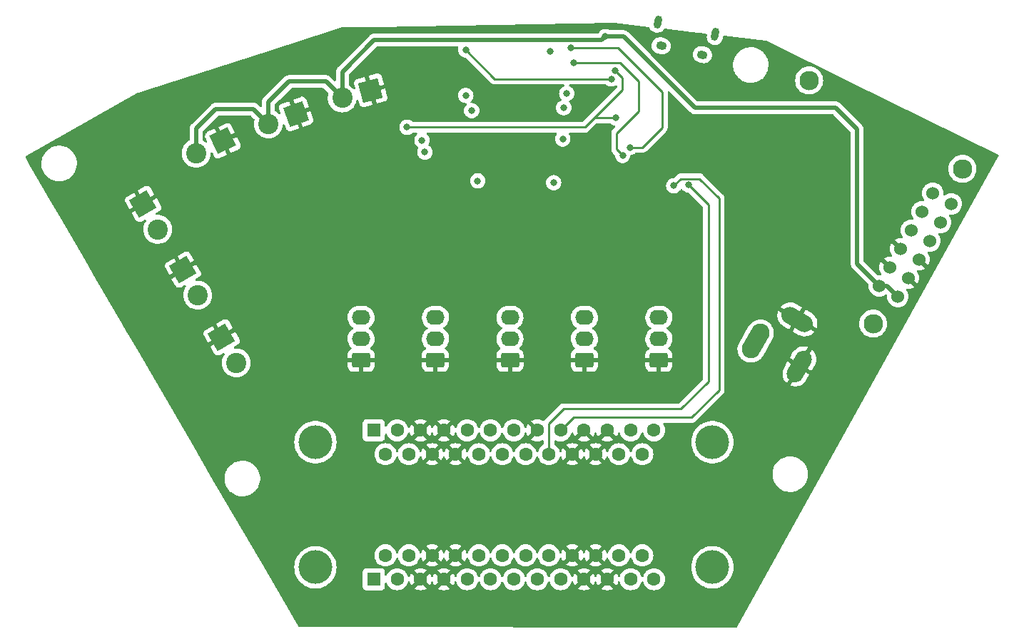
<source format=gbr>
%TF.GenerationSoftware,KiCad,Pcbnew,(6.0.0-0)*%
%TF.CreationDate,2022-12-05T14:38:02-05:00*%
%TF.ProjectId,Dome_Plate_Controller_V1,446f6d65-5f50-46c6-9174-655f436f6e74,rev?*%
%TF.SameCoordinates,Original*%
%TF.FileFunction,Copper,L4,Bot*%
%TF.FilePolarity,Positive*%
%FSLAX46Y46*%
G04 Gerber Fmt 4.6, Leading zero omitted, Abs format (unit mm)*
G04 Created by KiCad (PCBNEW (6.0.0-0)) date 2022-12-05 14:38:02*
%MOMM*%
%LPD*%
G01*
G04 APERTURE LIST*
G04 Aperture macros list*
%AMRoundRect*
0 Rectangle with rounded corners*
0 $1 Rounding radius*
0 $2 $3 $4 $5 $6 $7 $8 $9 X,Y pos of 4 corners*
0 Add a 4 corners polygon primitive as box body*
4,1,4,$2,$3,$4,$5,$6,$7,$8,$9,$2,$3,0*
0 Add four circle primitives for the rounded corners*
1,1,$1+$1,$2,$3*
1,1,$1+$1,$4,$5*
1,1,$1+$1,$6,$7*
1,1,$1+$1,$8,$9*
0 Add four rect primitives between the rounded corners*
20,1,$1+$1,$2,$3,$4,$5,0*
20,1,$1+$1,$4,$5,$6,$7,0*
20,1,$1+$1,$6,$7,$8,$9,0*
20,1,$1+$1,$8,$9,$2,$3,0*%
%AMHorizOval*
0 Thick line with rounded ends*
0 $1 width*
0 $2 $3 position (X,Y) of the first rounded end (center of the circle)*
0 $4 $5 position (X,Y) of the second rounded end (center of the circle)*
0 Add line between two ends*
20,1,$1,$2,$3,$4,$5,0*
0 Add two circle primitives to create the rounded ends*
1,1,$1,$2,$3*
1,1,$1,$4,$5*%
%AMRotRect*
0 Rectangle, with rotation*
0 The origin of the aperture is its center*
0 $1 length*
0 $2 width*
0 $3 Rotation angle, in degrees counterclockwise*
0 Add horizontal line*
21,1,$1,$2,0,0,$3*%
G04 Aperture macros list end*
%TA.AperFunction,ComponentPad*%
%ADD10HorizOval,2.200000X0.550000X0.952628X-0.550000X-0.952628X0*%
%TD*%
%TA.AperFunction,ComponentPad*%
%ADD11HorizOval,2.000000X0.500000X0.866025X-0.500000X-0.866025X0*%
%TD*%
%TA.AperFunction,ComponentPad*%
%ADD12HorizOval,2.000000X-0.866025X0.500000X0.866025X-0.500000X0*%
%TD*%
%TA.AperFunction,ComponentPad*%
%ADD13RotRect,2.400000X2.400000X300.000000*%
%TD*%
%TA.AperFunction,ComponentPad*%
%ADD14C,2.400000*%
%TD*%
%TA.AperFunction,ComponentPad*%
%ADD15RotRect,2.400000X2.400000X195.000000*%
%TD*%
%TA.AperFunction,ComponentPad*%
%ADD16C,1.524000*%
%TD*%
%TA.AperFunction,ComponentPad*%
%ADD17C,2.300000*%
%TD*%
%TA.AperFunction,ComponentPad*%
%ADD18RoundRect,0.250000X0.845000X-0.620000X0.845000X0.620000X-0.845000X0.620000X-0.845000X-0.620000X0*%
%TD*%
%TA.AperFunction,ComponentPad*%
%ADD19O,2.190000X1.740000*%
%TD*%
%TA.AperFunction,ComponentPad*%
%ADD20C,4.000000*%
%TD*%
%TA.AperFunction,ComponentPad*%
%ADD21R,1.600000X1.600000*%
%TD*%
%TA.AperFunction,ComponentPad*%
%ADD22C,1.600000*%
%TD*%
%TA.AperFunction,ComponentPad*%
%ADD23RotRect,2.400000X2.400000X200.000000*%
%TD*%
%TA.AperFunction,ComponentPad*%
%ADD24HorizOval,0.950000X-0.146722X0.031187X0.146722X-0.031187X0*%
%TD*%
%TA.AperFunction,ComponentPad*%
%ADD25HorizOval,0.890000X0.068611X0.322789X-0.068611X-0.322789X0*%
%TD*%
%TA.AperFunction,ComponentPad*%
%ADD26RotRect,2.400000X2.400000X205.000000*%
%TD*%
%TA.AperFunction,ViaPad*%
%ADD27C,0.800000*%
%TD*%
%TA.AperFunction,Conductor*%
%ADD28C,0.254000*%
%TD*%
%TA.AperFunction,Conductor*%
%ADD29C,0.500000*%
%TD*%
G04 APERTURE END LIST*
D10*
%TO.P,J14,1*%
%TO.N,+12V*%
X128553848Y-122190000D03*
D11*
%TO.P,J14,2*%
%TO.N,GND*%
X133750000Y-125190000D03*
D12*
%TO.P,J14,3*%
X133501924Y-119619681D03*
%TD*%
D13*
%TO.P,J5,1,Pin_1*%
%TO.N,GND*%
X55870000Y-105900000D03*
D14*
%TO.P,J5,2,Pin_2*%
%TO.N,+12V*%
X57620000Y-108931089D03*
%TD*%
D13*
%TO.P,J6,1,Pin_1*%
%TO.N,GND*%
X60600000Y-113710000D03*
D14*
%TO.P,J6,2,Pin_2*%
%TO.N,+12V*%
X62350000Y-116741089D03*
%TD*%
D15*
%TO.P,J9,1,Pin_1*%
%TO.N,GND*%
X82880000Y-92430000D03*
D14*
%TO.P,J9,2,Pin_2*%
%TO.N,+5V*%
X79499260Y-93335867D03*
%TD*%
D16*
%TO.P,U6,1,VOUT*%
%TO.N,+5V*%
X145418670Y-116899261D03*
%TO.P,U6,2,GND*%
%TO.N,GND*%
X146688670Y-114699557D03*
%TO.P,U6,3,GND*%
X147958670Y-112499852D03*
%TO.P,U6,4,VIN*%
%TO.N,+12V*%
X149228670Y-110300148D03*
%TO.P,U6,5,VRP*%
%TO.N,unconnected-(U6-Pad5)*%
X150498670Y-108100443D03*
%TO.P,U6,6,EN*%
%TO.N,unconnected-(U6-Pad6)*%
X151768670Y-105900739D03*
%TO.P,U6,7,PG*%
%TO.N,unconnected-(U6-Pad7)*%
X149568966Y-104630739D03*
%TO.P,U6,8,VRP*%
%TO.N,unconnected-(U6-Pad8)*%
X148298966Y-106830443D03*
%TO.P,U6,9,VIN*%
%TO.N,+12V*%
X147028966Y-109030148D03*
%TO.P,U6,10,GND*%
%TO.N,GND*%
X145758966Y-111229852D03*
%TO.P,U6,11,GND*%
X144488966Y-113429557D03*
%TO.P,U6,12,VOUT*%
%TO.N,+5V*%
X143218966Y-115629261D03*
D17*
%TO.P,U6,13*%
%TO.N,N/C*%
X142488267Y-120114869D03*
%TO.P,U6,14*%
X153088267Y-101755131D03*
%TO.P,U6,15*%
X134901733Y-91255131D03*
%TD*%
D18*
%TO.P,J4,1,Pin_1*%
%TO.N,GND*%
X81730000Y-124470000D03*
D19*
%TO.P,J4,2,Pin_2*%
%TO.N,RX_US*%
X81730000Y-121930000D03*
%TO.P,J4,3,Pin_3*%
%TO.N,TX_US*%
X81730000Y-119390000D03*
%TD*%
D20*
%TO.P,J13,0,PAD*%
%TO.N,unconnected-(J13-Pad0)*%
X76320000Y-149049338D03*
X123420000Y-149049338D03*
D21*
%TO.P,J13,1,1*%
%TO.N,+12V*%
X83250000Y-150469338D03*
D22*
%TO.P,J13,2,2*%
X86020000Y-150469338D03*
%TO.P,J13,3,3*%
%TO.N,GND*%
X88790000Y-150469338D03*
%TO.P,J13,4,4*%
X91560000Y-150469338D03*
%TO.P,J13,5,5*%
%TO.N,VBUS_DC*%
X94330000Y-150469338D03*
%TO.P,J13,6,6*%
%TO.N,D-_DC*%
X97100000Y-150469338D03*
%TO.P,J13,7,7*%
%TO.N,unconnected-(J13-Pad7)*%
X99870000Y-150469338D03*
%TO.P,J13,8,8*%
%TO.N,unconnected-(J13-Pad8)*%
X102640000Y-150469338D03*
%TO.P,J13,9,9*%
%TO.N,unconnected-(J13-Pad9)*%
X105410000Y-150469338D03*
%TO.P,J13,10,10*%
%TO.N,GND*%
X108180000Y-150469338D03*
%TO.P,J13,11,11*%
X110950000Y-150469338D03*
%TO.P,J13,12,12*%
%TO.N,+12V*%
X113720000Y-150469338D03*
%TO.P,J13,13,13*%
X116490000Y-150469338D03*
%TO.P,J13,14,P14*%
X84635000Y-147629338D03*
%TO.P,J13,15,P15*%
X87405000Y-147629338D03*
%TO.P,J13,16,P16*%
%TO.N,GND*%
X90175000Y-147629338D03*
%TO.P,J13,17,P17*%
X92945000Y-147629338D03*
%TO.P,J13,18,P18*%
%TO.N,GND_DC*%
X95715000Y-147629338D03*
%TO.P,J13,19,P19*%
%TO.N,D+_DC*%
X98485000Y-147629338D03*
%TO.P,J13,20,P20*%
%TO.N,unconnected-(J13-Pad20)*%
X101255000Y-147629338D03*
%TO.P,J13,21,P21*%
%TO.N,unconnected-(J13-Pad21)*%
X104025000Y-147629338D03*
%TO.P,J13,22,P22*%
%TO.N,GND*%
X106795000Y-147629338D03*
%TO.P,J13,23,P23*%
X109565000Y-147629338D03*
%TO.P,J13,24,P24*%
%TO.N,+12V*%
X112335000Y-147629338D03*
%TO.P,J13,25,P25*%
X115105000Y-147629338D03*
%TD*%
D23*
%TO.P,J7,1,Pin_1*%
%TO.N,GND*%
X74020000Y-95220000D03*
D14*
%TO.P,J7,2,Pin_2*%
%TO.N,+5V*%
X70731076Y-96417071D03*
%TD*%
D18*
%TO.P,J12,1,Pin_1*%
%TO.N,GND*%
X90565000Y-124470000D03*
D19*
%TO.P,J12,2,Pin_2*%
%TO.N,RX_FU*%
X90565000Y-121930000D03*
%TO.P,J12,3,Pin_3*%
%TO.N,TX_FU*%
X90565000Y-119390000D03*
%TD*%
D20*
%TO.P,J2,0,PAD*%
%TO.N,unconnected-(J2-Pad0)*%
X76320000Y-134199338D03*
X123420000Y-134199338D03*
D21*
%TO.P,J2,1,1*%
%TO.N,+12V*%
X83250000Y-132779338D03*
D22*
%TO.P,J2,2,2*%
X86020000Y-132779338D03*
%TO.P,J2,3,3*%
%TO.N,GND*%
X88790000Y-132779338D03*
%TO.P,J2,4,4*%
X91560000Y-132779338D03*
%TO.P,J2,5,5*%
%TO.N,VBUS_DC*%
X94330000Y-132779338D03*
%TO.P,J2,6,6*%
%TO.N,D-_DC*%
X97100000Y-132779338D03*
%TO.P,J2,7,7*%
%TO.N,unconnected-(J2-Pad7)*%
X99870000Y-132779338D03*
%TO.P,J2,8,8*%
%TO.N,GND*%
X102640000Y-132779338D03*
%TO.P,J2,9,9*%
%TO.N,D+*%
X105410000Y-132779338D03*
%TO.P,J2,10,10*%
%TO.N,GND*%
X108180000Y-132779338D03*
%TO.P,J2,11,11*%
X110950000Y-132779338D03*
%TO.P,J2,12,12*%
%TO.N,+12V*%
X113720000Y-132779338D03*
%TO.P,J2,13,13*%
X116490000Y-132779338D03*
%TO.P,J2,14,P14*%
X84635000Y-135619338D03*
%TO.P,J2,15,P15*%
X87405000Y-135619338D03*
%TO.P,J2,16,P16*%
%TO.N,GND*%
X90175000Y-135619338D03*
%TO.P,J2,17,P17*%
X92945000Y-135619338D03*
%TO.P,J2,18,P18*%
%TO.N,GND_DC*%
X95715000Y-135619338D03*
%TO.P,J2,19,P19*%
%TO.N,D+_DC*%
X98485000Y-135619338D03*
%TO.P,J2,20,P20*%
%TO.N,VBUS*%
X101255000Y-135619338D03*
%TO.P,J2,21,P21*%
%TO.N,D-*%
X104025000Y-135619338D03*
%TO.P,J2,22,P22*%
%TO.N,GND*%
X106795000Y-135619338D03*
%TO.P,J2,23,P23*%
X109565000Y-135619338D03*
%TO.P,J2,24,P24*%
%TO.N,+12V*%
X112335000Y-135619338D03*
%TO.P,J2,25,P25*%
X115105000Y-135619338D03*
%TD*%
D18*
%TO.P,J15,1,Pin_1*%
%TO.N,GND*%
X99400000Y-124470000D03*
D19*
%TO.P,J15,2,Pin_2*%
%TO.N,RX_FU2*%
X99400000Y-121930000D03*
%TO.P,J15,3,Pin_3*%
%TO.N,TX_FU2*%
X99400000Y-119390000D03*
%TD*%
D13*
%TO.P,J3,1,Pin_1*%
%TO.N,GND*%
X65180000Y-121750000D03*
D14*
%TO.P,J3,2,Pin_2*%
%TO.N,+12V*%
X66930000Y-124781089D03*
%TD*%
D24*
%TO.P,J1,6,Shield*%
%TO.N,unconnected-(J1-Pad6)*%
X117343555Y-87149627D03*
D25*
X116926769Y-84300717D03*
D24*
X122234293Y-88189186D03*
D25*
X123773802Y-85756099D03*
%TD*%
D26*
%TO.P,J8,1,Pin_1*%
%TO.N,GND*%
X65330000Y-98420000D03*
D14*
%TO.P,J8,2,Pin_2*%
%TO.N,+5V*%
X62157923Y-99899164D03*
%TD*%
D18*
%TO.P,J10,1,Pin_1*%
%TO.N,GND*%
X117070000Y-124470000D03*
D19*
%TO.P,J10,2,Pin_2*%
%TO.N,RX_FU4*%
X117070000Y-121930000D03*
%TO.P,J10,3,Pin_3*%
%TO.N,TX_FU4*%
X117070000Y-119390000D03*
%TD*%
D18*
%TO.P,J11,1,Pin_1*%
%TO.N,GND*%
X108235000Y-124470000D03*
D19*
%TO.P,J11,2,Pin_2*%
%TO.N,RX_FU3*%
X108235000Y-121930000D03*
%TO.P,J11,3,Pin_3*%
%TO.N,TX_FU3*%
X108235000Y-119390000D03*
%TD*%
D27*
%TO.N,RX_FU*%
X105670000Y-98200000D03*
%TO.N,GND*%
X118250000Y-89490000D03*
X95340000Y-85290000D03*
X112110000Y-101880000D03*
X94630000Y-98660000D03*
X99800000Y-94520000D03*
X104700000Y-85260000D03*
%TO.N,+3.3V*%
X111870000Y-90050000D03*
X87185000Y-96815000D03*
X111970000Y-95700000D03*
%TO.N,D-*%
X120570000Y-103640000D03*
%TO.N,D+*%
X118845000Y-103755000D03*
%TO.N,+5V*%
X110720000Y-86060000D03*
%TO.N,RX_US*%
X89300000Y-99760000D03*
%TO.N,TX_US*%
X95580000Y-103170000D03*
%TO.N,TX_FU*%
X104590000Y-103380000D03*
%TO.N,RX_FU4*%
X88960000Y-98360000D03*
%TO.N,TX_FU4*%
X94860000Y-94840000D03*
%TO.N,RX_FU3*%
X94160000Y-93030000D03*
%TO.N,TXD0*%
X106630000Y-87380000D03*
X113660000Y-99190000D03*
%TO.N,RXD0*%
X106980000Y-89170000D03*
X112780000Y-100150000D03*
%TO.N,TX_FU3*%
X104190000Y-87830000D03*
%TO.N,RESET*%
X94150000Y-87630000D03*
X111420000Y-91080000D03*
%TO.N,RX_FU2*%
X106140000Y-92800000D03*
%TO.N,TX_FU2*%
X105780000Y-94480000D03*
%TD*%
D28*
%TO.N,+3.3V*%
X108985000Y-96115000D02*
X108285000Y-96815000D01*
X111870000Y-90050000D02*
X112750000Y-90930000D01*
X112750000Y-90930000D02*
X112750000Y-92350000D01*
X111970000Y-95700000D02*
X109400000Y-95700000D01*
X112750000Y-92350000D02*
X108985000Y-96115000D01*
X109400000Y-95700000D02*
X108985000Y-96115000D01*
X108285000Y-96815000D02*
X87185000Y-96815000D01*
%TO.N,D-*%
X120570000Y-103640000D02*
X122950000Y-106020000D01*
X122950000Y-106020000D02*
X122950000Y-126990000D01*
X122950000Y-126990000D02*
X119710000Y-130230000D01*
X105770000Y-130230000D02*
X104025000Y-131975000D01*
X119710000Y-130230000D02*
X105770000Y-130230000D01*
X104025000Y-131975000D02*
X104025000Y-135619338D01*
%TO.N,D+*%
X121873489Y-102913489D02*
X124230000Y-105270000D01*
X124230000Y-105270000D02*
X124230000Y-128010000D01*
X106929338Y-131260000D02*
X105410000Y-132779338D01*
X118845000Y-103755000D02*
X119686511Y-102913489D01*
X124230000Y-128010000D02*
X120980000Y-131260000D01*
X120980000Y-131260000D02*
X106929338Y-131260000D01*
X119686511Y-102913489D02*
X121873489Y-102913489D01*
D29*
%TO.N,+5V*%
X83270000Y-86470000D02*
X79499260Y-90240740D01*
X110720000Y-86060000D02*
X110310000Y-86470000D01*
X70731076Y-96417071D02*
X70731076Y-93828924D01*
X77553393Y-91390000D02*
X79499260Y-93335867D01*
X138060000Y-94510000D02*
X140610000Y-97060000D01*
X140610000Y-97060000D02*
X140610000Y-113020295D01*
X70731076Y-93828924D02*
X73170000Y-91390000D01*
X112930000Y-86060000D02*
X121380000Y-94510000D01*
X140610000Y-113020295D02*
X143218966Y-115629261D01*
X79499260Y-90240740D02*
X79499260Y-93335867D01*
X64470000Y-94670000D02*
X68984005Y-94670000D01*
X143218966Y-115629261D02*
X144148670Y-115629261D01*
X73170000Y-91390000D02*
X77553393Y-91390000D01*
X144148670Y-115629261D02*
X145418670Y-116899261D01*
X68984005Y-94670000D02*
X70731076Y-96417071D01*
X110310000Y-86470000D02*
X83270000Y-86470000D01*
X110720000Y-86060000D02*
X112930000Y-86060000D01*
X62157923Y-99899164D02*
X62157923Y-96982077D01*
X121380000Y-94510000D02*
X138060000Y-94510000D01*
X62157923Y-96982077D02*
X64470000Y-94670000D01*
D28*
%TO.N,TXD0*%
X115120000Y-99190000D02*
X113660000Y-99190000D01*
X117470000Y-96840000D02*
X115120000Y-99190000D01*
X106630000Y-87380000D02*
X112190000Y-87380000D01*
X117470000Y-92660000D02*
X117470000Y-96840000D01*
X112190000Y-87380000D02*
X117470000Y-92660000D01*
%TO.N,RXD0*%
X114680000Y-91340000D02*
X114680000Y-94900000D01*
X112070000Y-99440000D02*
X112780000Y-100150000D01*
X114680000Y-94900000D02*
X112070000Y-97510000D01*
X112510000Y-89170000D02*
X114680000Y-91340000D01*
X106980000Y-89170000D02*
X112510000Y-89170000D01*
X112070000Y-97510000D02*
X112070000Y-99440000D01*
%TO.N,RESET*%
X97600000Y-91080000D02*
X94150000Y-87630000D01*
X111420000Y-91080000D02*
X97600000Y-91080000D01*
%TD*%
%TA.AperFunction,Conductor*%
%TO.N,GND*%
G36*
X111808619Y-84391041D02*
G01*
X115861220Y-84880420D01*
X115926451Y-84908444D01*
X115966607Y-84968671D01*
X115974629Y-84994908D01*
X115977681Y-85000506D01*
X115977682Y-85000508D01*
X116064299Y-85159376D01*
X116064302Y-85159380D01*
X116067355Y-85164980D01*
X116192385Y-85312934D01*
X116344613Y-85432724D01*
X116359145Y-85440001D01*
X116512109Y-85516601D01*
X116512112Y-85516602D01*
X116517817Y-85519459D01*
X116523978Y-85521110D01*
X116523981Y-85521111D01*
X116591424Y-85539182D01*
X116704924Y-85569594D01*
X116711300Y-85569973D01*
X116711301Y-85569973D01*
X116801608Y-85575338D01*
X116898292Y-85581083D01*
X117014439Y-85564345D01*
X117083700Y-85554364D01*
X117083702Y-85554363D01*
X117090020Y-85553453D01*
X117272276Y-85487838D01*
X117437616Y-85386914D01*
X117516950Y-85312934D01*
X117574613Y-85259162D01*
X117574614Y-85259161D01*
X117579285Y-85254805D01*
X117645121Y-85162165D01*
X117700886Y-85118225D01*
X117762930Y-85110064D01*
X120950092Y-85494936D01*
X122670066Y-85702635D01*
X122735297Y-85730659D01*
X122775022Y-85789502D01*
X122778207Y-85853922D01*
X122763126Y-85924872D01*
X122763124Y-85924883D01*
X122762463Y-85927994D01*
X122746797Y-86072196D01*
X122765027Y-86265046D01*
X122821662Y-86450290D01*
X122824714Y-86455888D01*
X122824715Y-86455890D01*
X122911332Y-86614758D01*
X122911335Y-86614762D01*
X122914388Y-86620362D01*
X123039418Y-86768316D01*
X123191646Y-86888106D01*
X123262473Y-86923574D01*
X123359142Y-86971983D01*
X123359145Y-86971984D01*
X123364850Y-86974841D01*
X123371011Y-86976492D01*
X123371014Y-86976493D01*
X123467882Y-87002448D01*
X123551957Y-87024976D01*
X123558333Y-87025355D01*
X123558334Y-87025355D01*
X123648641Y-87030720D01*
X123745325Y-87036465D01*
X123841189Y-87022650D01*
X123930733Y-87009746D01*
X123930735Y-87009745D01*
X123937053Y-87008835D01*
X124119309Y-86943220D01*
X124284649Y-86842296D01*
X124364977Y-86767389D01*
X124421646Y-86714544D01*
X124421647Y-86714543D01*
X124426318Y-86710187D01*
X124512740Y-86588580D01*
X124534835Y-86557490D01*
X124534837Y-86557487D01*
X124538530Y-86552290D01*
X124591010Y-86433303D01*
X124614749Y-86379480D01*
X124614750Y-86379477D01*
X124616700Y-86375056D01*
X124618347Y-86368910D01*
X124629024Y-86318682D01*
X124665155Y-86148695D01*
X124683711Y-86061395D01*
X124717438Y-85998924D01*
X124779588Y-85964602D01*
X124822063Y-85962503D01*
X126213207Y-86130493D01*
X129748838Y-86557445D01*
X129789143Y-86569375D01*
X139751694Y-91448036D01*
X157320922Y-100051688D01*
X157373304Y-100099611D01*
X157391461Y-100168246D01*
X157375698Y-100225954D01*
X126366042Y-156145006D01*
X126315513Y-156194879D01*
X126255681Y-156209900D01*
X125476519Y-156208852D01*
X74382394Y-156140097D01*
X74314301Y-156120003D01*
X74273625Y-156077408D01*
X70189236Y-149049338D01*
X73806540Y-149049338D01*
X73826359Y-149364358D01*
X73885505Y-149674410D01*
X73983044Y-149974604D01*
X73984731Y-149978190D01*
X73984733Y-149978194D01*
X74115750Y-150256621D01*
X74115754Y-150256628D01*
X74117438Y-150260207D01*
X74286568Y-150526713D01*
X74289093Y-150529765D01*
X74452346Y-150727103D01*
X74487767Y-150769920D01*
X74717860Y-150985992D01*
X74973221Y-151171522D01*
X74976690Y-151173429D01*
X74976693Y-151173431D01*
X75246352Y-151321678D01*
X75249821Y-151323585D01*
X75253490Y-151325038D01*
X75253495Y-151325040D01*
X75539628Y-151438328D01*
X75543298Y-151439781D01*
X75849025Y-151518278D01*
X76162179Y-151557838D01*
X76477821Y-151557838D01*
X76790975Y-151518278D01*
X77096702Y-151439781D01*
X77100372Y-151438328D01*
X77386505Y-151325040D01*
X77386510Y-151325038D01*
X77390179Y-151323585D01*
X77393648Y-151321678D01*
X77401299Y-151317472D01*
X81941500Y-151317472D01*
X81948255Y-151379654D01*
X81999385Y-151516043D01*
X82086739Y-151632599D01*
X82203295Y-151719953D01*
X82339684Y-151771083D01*
X82401866Y-151777838D01*
X84098134Y-151777838D01*
X84160316Y-151771083D01*
X84296705Y-151719953D01*
X84413261Y-151632599D01*
X84500615Y-151516043D01*
X84551745Y-151379654D01*
X84558500Y-151317472D01*
X84558500Y-150999665D01*
X84578502Y-150931544D01*
X84632158Y-150885051D01*
X84702432Y-150874947D01*
X84767012Y-150904441D01*
X84798695Y-150946415D01*
X84880151Y-151121100D01*
X84880154Y-151121105D01*
X84882477Y-151126087D01*
X85013802Y-151313638D01*
X85175700Y-151475536D01*
X85180208Y-151478693D01*
X85180211Y-151478695D01*
X85243812Y-151523229D01*
X85363251Y-151606861D01*
X85368233Y-151609184D01*
X85368238Y-151609187D01*
X85564765Y-151700828D01*
X85570757Y-151703622D01*
X85576065Y-151705044D01*
X85576067Y-151705045D01*
X85786598Y-151761457D01*
X85786600Y-151761457D01*
X85791913Y-151762881D01*
X86020000Y-151782836D01*
X86248087Y-151762881D01*
X86253400Y-151761457D01*
X86253402Y-151761457D01*
X86463933Y-151705045D01*
X86463935Y-151705044D01*
X86469243Y-151703622D01*
X86475235Y-151700828D01*
X86671762Y-151609187D01*
X86671767Y-151609184D01*
X86676749Y-151606861D01*
X86750243Y-151555400D01*
X88068493Y-151555400D01*
X88077789Y-151567415D01*
X88128994Y-151603269D01*
X88138489Y-151608752D01*
X88335947Y-151700828D01*
X88346239Y-151704574D01*
X88556688Y-151760963D01*
X88567481Y-151762866D01*
X88784525Y-151781855D01*
X88795475Y-151781855D01*
X89012519Y-151762866D01*
X89023312Y-151760963D01*
X89233761Y-151704574D01*
X89244053Y-151700828D01*
X89441511Y-151608752D01*
X89451006Y-151603269D01*
X89503048Y-151566829D01*
X89511424Y-151556350D01*
X89510925Y-151555400D01*
X90838493Y-151555400D01*
X90847789Y-151567415D01*
X90898994Y-151603269D01*
X90908489Y-151608752D01*
X91105947Y-151700828D01*
X91116239Y-151704574D01*
X91326688Y-151760963D01*
X91337481Y-151762866D01*
X91554525Y-151781855D01*
X91565475Y-151781855D01*
X91782519Y-151762866D01*
X91793312Y-151760963D01*
X92003761Y-151704574D01*
X92014053Y-151700828D01*
X92211511Y-151608752D01*
X92221006Y-151603269D01*
X92273048Y-151566829D01*
X92281424Y-151556350D01*
X92274356Y-151542904D01*
X91572812Y-150841360D01*
X91558868Y-150833746D01*
X91557035Y-150833877D01*
X91550420Y-150838128D01*
X90844923Y-151543625D01*
X90838493Y-151555400D01*
X89510925Y-151555400D01*
X89504356Y-151542904D01*
X88802812Y-150841360D01*
X88788868Y-150833746D01*
X88787035Y-150833877D01*
X88780420Y-150838128D01*
X88074923Y-151543625D01*
X88068493Y-151555400D01*
X86750243Y-151555400D01*
X86796188Y-151523229D01*
X86859789Y-151478695D01*
X86859792Y-151478693D01*
X86864300Y-151475536D01*
X87026198Y-151313638D01*
X87157523Y-151126087D01*
X87159846Y-151121105D01*
X87159849Y-151121100D01*
X87251961Y-150923563D01*
X87251961Y-150923562D01*
X87254284Y-150918581D01*
X87283552Y-150809352D01*
X87320504Y-150748730D01*
X87384365Y-150717708D01*
X87454859Y-150726137D01*
X87509606Y-150771340D01*
X87526966Y-150809353D01*
X87554764Y-150913099D01*
X87558510Y-150923391D01*
X87650586Y-151120849D01*
X87656069Y-151130344D01*
X87692509Y-151182386D01*
X87702988Y-151190762D01*
X87716434Y-151183694D01*
X88417978Y-150482150D01*
X88424356Y-150470470D01*
X89154408Y-150470470D01*
X89154539Y-150472303D01*
X89158790Y-150478918D01*
X89864287Y-151184415D01*
X89876062Y-151190845D01*
X89888077Y-151181549D01*
X89923931Y-151130344D01*
X89929414Y-151120849D01*
X90021490Y-150923391D01*
X90025236Y-150913099D01*
X90053293Y-150808388D01*
X90090245Y-150747765D01*
X90154105Y-150716744D01*
X90224600Y-150725172D01*
X90279347Y-150770375D01*
X90296707Y-150808388D01*
X90324764Y-150913099D01*
X90328510Y-150923391D01*
X90420586Y-151120849D01*
X90426069Y-151130344D01*
X90462509Y-151182386D01*
X90472988Y-151190762D01*
X90486434Y-151183694D01*
X91187978Y-150482150D01*
X91194356Y-150470470D01*
X91924408Y-150470470D01*
X91924539Y-150472303D01*
X91928790Y-150478918D01*
X92634287Y-151184415D01*
X92646062Y-151190845D01*
X92658077Y-151181549D01*
X92693931Y-151130344D01*
X92699414Y-151120849D01*
X92791490Y-150923391D01*
X92795236Y-150913099D01*
X92823034Y-150809353D01*
X92859985Y-150748730D01*
X92923846Y-150717709D01*
X92994340Y-150726137D01*
X93049088Y-150771340D01*
X93066448Y-150809352D01*
X93095716Y-150918581D01*
X93098039Y-150923562D01*
X93098039Y-150923563D01*
X93190151Y-151121100D01*
X93190154Y-151121105D01*
X93192477Y-151126087D01*
X93323802Y-151313638D01*
X93485700Y-151475536D01*
X93490208Y-151478693D01*
X93490211Y-151478695D01*
X93553812Y-151523229D01*
X93673251Y-151606861D01*
X93678233Y-151609184D01*
X93678238Y-151609187D01*
X93874765Y-151700828D01*
X93880757Y-151703622D01*
X93886065Y-151705044D01*
X93886067Y-151705045D01*
X94096598Y-151761457D01*
X94096600Y-151761457D01*
X94101913Y-151762881D01*
X94330000Y-151782836D01*
X94558087Y-151762881D01*
X94563400Y-151761457D01*
X94563402Y-151761457D01*
X94773933Y-151705045D01*
X94773935Y-151705044D01*
X94779243Y-151703622D01*
X94785235Y-151700828D01*
X94981762Y-151609187D01*
X94981767Y-151609184D01*
X94986749Y-151606861D01*
X95106188Y-151523229D01*
X95169789Y-151478695D01*
X95169792Y-151478693D01*
X95174300Y-151475536D01*
X95336198Y-151313638D01*
X95467523Y-151126087D01*
X95469846Y-151121105D01*
X95469849Y-151121100D01*
X95561961Y-150923563D01*
X95561961Y-150923562D01*
X95564284Y-150918581D01*
X95573269Y-150885051D01*
X95593293Y-150810319D01*
X95630245Y-150749696D01*
X95694106Y-150718675D01*
X95764600Y-150727103D01*
X95819347Y-150772306D01*
X95836707Y-150810319D01*
X95856732Y-150885051D01*
X95865716Y-150918581D01*
X95868039Y-150923562D01*
X95868039Y-150923563D01*
X95960151Y-151121100D01*
X95960154Y-151121105D01*
X95962477Y-151126087D01*
X96093802Y-151313638D01*
X96255700Y-151475536D01*
X96260208Y-151478693D01*
X96260211Y-151478695D01*
X96323812Y-151523229D01*
X96443251Y-151606861D01*
X96448233Y-151609184D01*
X96448238Y-151609187D01*
X96644765Y-151700828D01*
X96650757Y-151703622D01*
X96656065Y-151705044D01*
X96656067Y-151705045D01*
X96866598Y-151761457D01*
X96866600Y-151761457D01*
X96871913Y-151762881D01*
X97100000Y-151782836D01*
X97328087Y-151762881D01*
X97333400Y-151761457D01*
X97333402Y-151761457D01*
X97543933Y-151705045D01*
X97543935Y-151705044D01*
X97549243Y-151703622D01*
X97555235Y-151700828D01*
X97751762Y-151609187D01*
X97751767Y-151609184D01*
X97756749Y-151606861D01*
X97876188Y-151523229D01*
X97939789Y-151478695D01*
X97939792Y-151478693D01*
X97944300Y-151475536D01*
X98106198Y-151313638D01*
X98237523Y-151126087D01*
X98239846Y-151121105D01*
X98239849Y-151121100D01*
X98331961Y-150923563D01*
X98331961Y-150923562D01*
X98334284Y-150918581D01*
X98343269Y-150885051D01*
X98363293Y-150810319D01*
X98400245Y-150749696D01*
X98464106Y-150718675D01*
X98534600Y-150727103D01*
X98589347Y-150772306D01*
X98606707Y-150810319D01*
X98626732Y-150885051D01*
X98635716Y-150918581D01*
X98638039Y-150923562D01*
X98638039Y-150923563D01*
X98730151Y-151121100D01*
X98730154Y-151121105D01*
X98732477Y-151126087D01*
X98863802Y-151313638D01*
X99025700Y-151475536D01*
X99030208Y-151478693D01*
X99030211Y-151478695D01*
X99093812Y-151523229D01*
X99213251Y-151606861D01*
X99218233Y-151609184D01*
X99218238Y-151609187D01*
X99414765Y-151700828D01*
X99420757Y-151703622D01*
X99426065Y-151705044D01*
X99426067Y-151705045D01*
X99636598Y-151761457D01*
X99636600Y-151761457D01*
X99641913Y-151762881D01*
X99870000Y-151782836D01*
X100098087Y-151762881D01*
X100103400Y-151761457D01*
X100103402Y-151761457D01*
X100313933Y-151705045D01*
X100313935Y-151705044D01*
X100319243Y-151703622D01*
X100325235Y-151700828D01*
X100521762Y-151609187D01*
X100521767Y-151609184D01*
X100526749Y-151606861D01*
X100646188Y-151523229D01*
X100709789Y-151478695D01*
X100709792Y-151478693D01*
X100714300Y-151475536D01*
X100876198Y-151313638D01*
X101007523Y-151126087D01*
X101009846Y-151121105D01*
X101009849Y-151121100D01*
X101101961Y-150923563D01*
X101101961Y-150923562D01*
X101104284Y-150918581D01*
X101113269Y-150885051D01*
X101133293Y-150810319D01*
X101170245Y-150749696D01*
X101234106Y-150718675D01*
X101304600Y-150727103D01*
X101359347Y-150772306D01*
X101376707Y-150810319D01*
X101396732Y-150885051D01*
X101405716Y-150918581D01*
X101408039Y-150923562D01*
X101408039Y-150923563D01*
X101500151Y-151121100D01*
X101500154Y-151121105D01*
X101502477Y-151126087D01*
X101633802Y-151313638D01*
X101795700Y-151475536D01*
X101800208Y-151478693D01*
X101800211Y-151478695D01*
X101863812Y-151523229D01*
X101983251Y-151606861D01*
X101988233Y-151609184D01*
X101988238Y-151609187D01*
X102184765Y-151700828D01*
X102190757Y-151703622D01*
X102196065Y-151705044D01*
X102196067Y-151705045D01*
X102406598Y-151761457D01*
X102406600Y-151761457D01*
X102411913Y-151762881D01*
X102640000Y-151782836D01*
X102868087Y-151762881D01*
X102873400Y-151761457D01*
X102873402Y-151761457D01*
X103083933Y-151705045D01*
X103083935Y-151705044D01*
X103089243Y-151703622D01*
X103095235Y-151700828D01*
X103291762Y-151609187D01*
X103291767Y-151609184D01*
X103296749Y-151606861D01*
X103416188Y-151523229D01*
X103479789Y-151478695D01*
X103479792Y-151478693D01*
X103484300Y-151475536D01*
X103646198Y-151313638D01*
X103777523Y-151126087D01*
X103779846Y-151121105D01*
X103779849Y-151121100D01*
X103871961Y-150923563D01*
X103871961Y-150923562D01*
X103874284Y-150918581D01*
X103883269Y-150885051D01*
X103903293Y-150810319D01*
X103940245Y-150749696D01*
X104004106Y-150718675D01*
X104074600Y-150727103D01*
X104129347Y-150772306D01*
X104146707Y-150810319D01*
X104166732Y-150885051D01*
X104175716Y-150918581D01*
X104178039Y-150923562D01*
X104178039Y-150923563D01*
X104270151Y-151121100D01*
X104270154Y-151121105D01*
X104272477Y-151126087D01*
X104403802Y-151313638D01*
X104565700Y-151475536D01*
X104570208Y-151478693D01*
X104570211Y-151478695D01*
X104633812Y-151523229D01*
X104753251Y-151606861D01*
X104758233Y-151609184D01*
X104758238Y-151609187D01*
X104954765Y-151700828D01*
X104960757Y-151703622D01*
X104966065Y-151705044D01*
X104966067Y-151705045D01*
X105176598Y-151761457D01*
X105176600Y-151761457D01*
X105181913Y-151762881D01*
X105410000Y-151782836D01*
X105638087Y-151762881D01*
X105643400Y-151761457D01*
X105643402Y-151761457D01*
X105853933Y-151705045D01*
X105853935Y-151705044D01*
X105859243Y-151703622D01*
X105865235Y-151700828D01*
X106061762Y-151609187D01*
X106061767Y-151609184D01*
X106066749Y-151606861D01*
X106140243Y-151555400D01*
X107458493Y-151555400D01*
X107467789Y-151567415D01*
X107518994Y-151603269D01*
X107528489Y-151608752D01*
X107725947Y-151700828D01*
X107736239Y-151704574D01*
X107946688Y-151760963D01*
X107957481Y-151762866D01*
X108174525Y-151781855D01*
X108185475Y-151781855D01*
X108402519Y-151762866D01*
X108413312Y-151760963D01*
X108623761Y-151704574D01*
X108634053Y-151700828D01*
X108831511Y-151608752D01*
X108841006Y-151603269D01*
X108893048Y-151566829D01*
X108901424Y-151556350D01*
X108900925Y-151555400D01*
X110228493Y-151555400D01*
X110237789Y-151567415D01*
X110288994Y-151603269D01*
X110298489Y-151608752D01*
X110495947Y-151700828D01*
X110506239Y-151704574D01*
X110716688Y-151760963D01*
X110727481Y-151762866D01*
X110944525Y-151781855D01*
X110955475Y-151781855D01*
X111172519Y-151762866D01*
X111183312Y-151760963D01*
X111393761Y-151704574D01*
X111404053Y-151700828D01*
X111601511Y-151608752D01*
X111611006Y-151603269D01*
X111663048Y-151566829D01*
X111671424Y-151556350D01*
X111664356Y-151542904D01*
X110962812Y-150841360D01*
X110948868Y-150833746D01*
X110947035Y-150833877D01*
X110940420Y-150838128D01*
X110234923Y-151543625D01*
X110228493Y-151555400D01*
X108900925Y-151555400D01*
X108894356Y-151542904D01*
X108192812Y-150841360D01*
X108178868Y-150833746D01*
X108177035Y-150833877D01*
X108170420Y-150838128D01*
X107464923Y-151543625D01*
X107458493Y-151555400D01*
X106140243Y-151555400D01*
X106186188Y-151523229D01*
X106249789Y-151478695D01*
X106249792Y-151478693D01*
X106254300Y-151475536D01*
X106416198Y-151313638D01*
X106547523Y-151126087D01*
X106549846Y-151121105D01*
X106549849Y-151121100D01*
X106641961Y-150923563D01*
X106641961Y-150923562D01*
X106644284Y-150918581D01*
X106673552Y-150809352D01*
X106710504Y-150748730D01*
X106774365Y-150717708D01*
X106844859Y-150726137D01*
X106899606Y-150771340D01*
X106916966Y-150809353D01*
X106944764Y-150913099D01*
X106948510Y-150923391D01*
X107040586Y-151120849D01*
X107046069Y-151130344D01*
X107082509Y-151182386D01*
X107092988Y-151190762D01*
X107106434Y-151183694D01*
X107807978Y-150482150D01*
X107814356Y-150470470D01*
X108544408Y-150470470D01*
X108544539Y-150472303D01*
X108548790Y-150478918D01*
X109254287Y-151184415D01*
X109266062Y-151190845D01*
X109278077Y-151181549D01*
X109313931Y-151130344D01*
X109319414Y-151120849D01*
X109411490Y-150923391D01*
X109415236Y-150913099D01*
X109443293Y-150808388D01*
X109480245Y-150747765D01*
X109544105Y-150716744D01*
X109614600Y-150725172D01*
X109669347Y-150770375D01*
X109686707Y-150808388D01*
X109714764Y-150913099D01*
X109718510Y-150923391D01*
X109810586Y-151120849D01*
X109816069Y-151130344D01*
X109852509Y-151182386D01*
X109862988Y-151190762D01*
X109876434Y-151183694D01*
X110577978Y-150482150D01*
X110584356Y-150470470D01*
X111314408Y-150470470D01*
X111314539Y-150472303D01*
X111318790Y-150478918D01*
X112024287Y-151184415D01*
X112036062Y-151190845D01*
X112048077Y-151181549D01*
X112083931Y-151130344D01*
X112089414Y-151120849D01*
X112181490Y-150923391D01*
X112185236Y-150913099D01*
X112213034Y-150809353D01*
X112249985Y-150748730D01*
X112313846Y-150717709D01*
X112384340Y-150726137D01*
X112439088Y-150771340D01*
X112456448Y-150809352D01*
X112485716Y-150918581D01*
X112488039Y-150923562D01*
X112488039Y-150923563D01*
X112580151Y-151121100D01*
X112580154Y-151121105D01*
X112582477Y-151126087D01*
X112713802Y-151313638D01*
X112875700Y-151475536D01*
X112880208Y-151478693D01*
X112880211Y-151478695D01*
X112943812Y-151523229D01*
X113063251Y-151606861D01*
X113068233Y-151609184D01*
X113068238Y-151609187D01*
X113264765Y-151700828D01*
X113270757Y-151703622D01*
X113276065Y-151705044D01*
X113276067Y-151705045D01*
X113486598Y-151761457D01*
X113486600Y-151761457D01*
X113491913Y-151762881D01*
X113720000Y-151782836D01*
X113948087Y-151762881D01*
X113953400Y-151761457D01*
X113953402Y-151761457D01*
X114163933Y-151705045D01*
X114163935Y-151705044D01*
X114169243Y-151703622D01*
X114175235Y-151700828D01*
X114371762Y-151609187D01*
X114371767Y-151609184D01*
X114376749Y-151606861D01*
X114496188Y-151523229D01*
X114559789Y-151478695D01*
X114559792Y-151478693D01*
X114564300Y-151475536D01*
X114726198Y-151313638D01*
X114857523Y-151126087D01*
X114859846Y-151121105D01*
X114859849Y-151121100D01*
X114951961Y-150923563D01*
X114951961Y-150923562D01*
X114954284Y-150918581D01*
X114963269Y-150885051D01*
X114983293Y-150810319D01*
X115020245Y-150749696D01*
X115084106Y-150718675D01*
X115154600Y-150727103D01*
X115209347Y-150772306D01*
X115226707Y-150810319D01*
X115246732Y-150885051D01*
X115255716Y-150918581D01*
X115258039Y-150923562D01*
X115258039Y-150923563D01*
X115350151Y-151121100D01*
X115350154Y-151121105D01*
X115352477Y-151126087D01*
X115483802Y-151313638D01*
X115645700Y-151475536D01*
X115650208Y-151478693D01*
X115650211Y-151478695D01*
X115713812Y-151523229D01*
X115833251Y-151606861D01*
X115838233Y-151609184D01*
X115838238Y-151609187D01*
X116034765Y-151700828D01*
X116040757Y-151703622D01*
X116046065Y-151705044D01*
X116046067Y-151705045D01*
X116256598Y-151761457D01*
X116256600Y-151761457D01*
X116261913Y-151762881D01*
X116490000Y-151782836D01*
X116718087Y-151762881D01*
X116723400Y-151761457D01*
X116723402Y-151761457D01*
X116933933Y-151705045D01*
X116933935Y-151705044D01*
X116939243Y-151703622D01*
X116945235Y-151700828D01*
X117141762Y-151609187D01*
X117141767Y-151609184D01*
X117146749Y-151606861D01*
X117266188Y-151523229D01*
X117329789Y-151478695D01*
X117329792Y-151478693D01*
X117334300Y-151475536D01*
X117496198Y-151313638D01*
X117627523Y-151126087D01*
X117629846Y-151121105D01*
X117629849Y-151121100D01*
X117721961Y-150923563D01*
X117721961Y-150923562D01*
X117724284Y-150918581D01*
X117733269Y-150885051D01*
X117782119Y-150702740D01*
X117782119Y-150702738D01*
X117783543Y-150697425D01*
X117803498Y-150469338D01*
X117783543Y-150241251D01*
X117782119Y-150235936D01*
X117725707Y-150025405D01*
X117725706Y-150025402D01*
X117724284Y-150020095D01*
X117710457Y-149990443D01*
X117629849Y-149817576D01*
X117629846Y-149817571D01*
X117627523Y-149812589D01*
X117496198Y-149625038D01*
X117334300Y-149463140D01*
X117329792Y-149459983D01*
X117329789Y-149459981D01*
X117203920Y-149371847D01*
X117146749Y-149331815D01*
X117141767Y-149329492D01*
X117141762Y-149329489D01*
X116944225Y-149237377D01*
X116944224Y-149237377D01*
X116939243Y-149235054D01*
X116933935Y-149233632D01*
X116933933Y-149233631D01*
X116723402Y-149177219D01*
X116723400Y-149177219D01*
X116718087Y-149175795D01*
X116490000Y-149155840D01*
X116261913Y-149175795D01*
X116256600Y-149177219D01*
X116256598Y-149177219D01*
X116046067Y-149233631D01*
X116046065Y-149233632D01*
X116040757Y-149235054D01*
X116035776Y-149237377D01*
X116035775Y-149237377D01*
X115838238Y-149329489D01*
X115838233Y-149329492D01*
X115833251Y-149331815D01*
X115776080Y-149371847D01*
X115650211Y-149459981D01*
X115650208Y-149459983D01*
X115645700Y-149463140D01*
X115483802Y-149625038D01*
X115352477Y-149812589D01*
X115350154Y-149817571D01*
X115350151Y-149817576D01*
X115269543Y-149990443D01*
X115255716Y-150020095D01*
X115254294Y-150025402D01*
X115254293Y-150025405D01*
X115226707Y-150128357D01*
X115189755Y-150188980D01*
X115125894Y-150220001D01*
X115055400Y-150211573D01*
X115000653Y-150166370D01*
X114983293Y-150128357D01*
X114955707Y-150025405D01*
X114955706Y-150025402D01*
X114954284Y-150020095D01*
X114940457Y-149990443D01*
X114859849Y-149817576D01*
X114859846Y-149817571D01*
X114857523Y-149812589D01*
X114726198Y-149625038D01*
X114564300Y-149463140D01*
X114559792Y-149459983D01*
X114559789Y-149459981D01*
X114433920Y-149371847D01*
X114376749Y-149331815D01*
X114371767Y-149329492D01*
X114371762Y-149329489D01*
X114174225Y-149237377D01*
X114174224Y-149237377D01*
X114169243Y-149235054D01*
X114163935Y-149233632D01*
X114163933Y-149233631D01*
X113953402Y-149177219D01*
X113953400Y-149177219D01*
X113948087Y-149175795D01*
X113720000Y-149155840D01*
X113491913Y-149175795D01*
X113486600Y-149177219D01*
X113486598Y-149177219D01*
X113276067Y-149233631D01*
X113276065Y-149233632D01*
X113270757Y-149235054D01*
X113265776Y-149237377D01*
X113265775Y-149237377D01*
X113068238Y-149329489D01*
X113068233Y-149329492D01*
X113063251Y-149331815D01*
X113006080Y-149371847D01*
X112880211Y-149459981D01*
X112880208Y-149459983D01*
X112875700Y-149463140D01*
X112713802Y-149625038D01*
X112582477Y-149812589D01*
X112580154Y-149817571D01*
X112580151Y-149817576D01*
X112499543Y-149990443D01*
X112485716Y-150020095D01*
X112484294Y-150025402D01*
X112456448Y-150129324D01*
X112419496Y-150189946D01*
X112355635Y-150220968D01*
X112285141Y-150212539D01*
X112230394Y-150167336D01*
X112213034Y-150129323D01*
X112185236Y-150025577D01*
X112181490Y-150015285D01*
X112089414Y-149817827D01*
X112083931Y-149808332D01*
X112047491Y-149756290D01*
X112037012Y-149747914D01*
X112023566Y-149754982D01*
X111322022Y-150456526D01*
X111314408Y-150470470D01*
X110584356Y-150470470D01*
X110585592Y-150468206D01*
X110585461Y-150466373D01*
X110581210Y-150459758D01*
X109875713Y-149754261D01*
X109863938Y-149747831D01*
X109851923Y-149757127D01*
X109816069Y-149808332D01*
X109810586Y-149817827D01*
X109718510Y-150015285D01*
X109714764Y-150025577D01*
X109686707Y-150130288D01*
X109649755Y-150190911D01*
X109585895Y-150221932D01*
X109515400Y-150213504D01*
X109460653Y-150168301D01*
X109443293Y-150130288D01*
X109415236Y-150025577D01*
X109411490Y-150015285D01*
X109319414Y-149817827D01*
X109313931Y-149808332D01*
X109277491Y-149756290D01*
X109267012Y-149747914D01*
X109253566Y-149754982D01*
X108552022Y-150456526D01*
X108544408Y-150470470D01*
X107814356Y-150470470D01*
X107815592Y-150468206D01*
X107815461Y-150466373D01*
X107811210Y-150459758D01*
X107105713Y-149754261D01*
X107093938Y-149747831D01*
X107081923Y-149757127D01*
X107046069Y-149808332D01*
X107040586Y-149817827D01*
X106948510Y-150015285D01*
X106944764Y-150025577D01*
X106916966Y-150129323D01*
X106880015Y-150189946D01*
X106816154Y-150220967D01*
X106745660Y-150212539D01*
X106690912Y-150167336D01*
X106673552Y-150129324D01*
X106645706Y-150025402D01*
X106644284Y-150020095D01*
X106630457Y-149990443D01*
X106549849Y-149817576D01*
X106549846Y-149817571D01*
X106547523Y-149812589D01*
X106416198Y-149625038D01*
X106254300Y-149463140D01*
X106249792Y-149459983D01*
X106249789Y-149459981D01*
X106138886Y-149382326D01*
X107458576Y-149382326D01*
X107465644Y-149395772D01*
X108167188Y-150097316D01*
X108181132Y-150104930D01*
X108182965Y-150104799D01*
X108189580Y-150100548D01*
X108895077Y-149395051D01*
X108901507Y-149383276D01*
X108900772Y-149382326D01*
X110228576Y-149382326D01*
X110235644Y-149395772D01*
X110937188Y-150097316D01*
X110951132Y-150104930D01*
X110952965Y-150104799D01*
X110959580Y-150100548D01*
X111665077Y-149395051D01*
X111671507Y-149383276D01*
X111662211Y-149371261D01*
X111611006Y-149335407D01*
X111601511Y-149329924D01*
X111404053Y-149237848D01*
X111393761Y-149234102D01*
X111183312Y-149177713D01*
X111172519Y-149175810D01*
X110955475Y-149156821D01*
X110944525Y-149156821D01*
X110727481Y-149175810D01*
X110716688Y-149177713D01*
X110506239Y-149234102D01*
X110495947Y-149237848D01*
X110298489Y-149329924D01*
X110288994Y-149335407D01*
X110236952Y-149371847D01*
X110228576Y-149382326D01*
X108900772Y-149382326D01*
X108892211Y-149371261D01*
X108841006Y-149335407D01*
X108831511Y-149329924D01*
X108634053Y-149237848D01*
X108623761Y-149234102D01*
X108413312Y-149177713D01*
X108402519Y-149175810D01*
X108185475Y-149156821D01*
X108174525Y-149156821D01*
X107957481Y-149175810D01*
X107946688Y-149177713D01*
X107736239Y-149234102D01*
X107725947Y-149237848D01*
X107528489Y-149329924D01*
X107518994Y-149335407D01*
X107466952Y-149371847D01*
X107458576Y-149382326D01*
X106138886Y-149382326D01*
X106123920Y-149371847D01*
X106066749Y-149331815D01*
X106061767Y-149329492D01*
X106061762Y-149329489D01*
X105864225Y-149237377D01*
X105864224Y-149237377D01*
X105859243Y-149235054D01*
X105853935Y-149233632D01*
X105853933Y-149233631D01*
X105643402Y-149177219D01*
X105643400Y-149177219D01*
X105638087Y-149175795D01*
X105410000Y-149155840D01*
X105181913Y-149175795D01*
X105176600Y-149177219D01*
X105176598Y-149177219D01*
X104966067Y-149233631D01*
X104966065Y-149233632D01*
X104960757Y-149235054D01*
X104955776Y-149237377D01*
X104955775Y-149237377D01*
X104758238Y-149329489D01*
X104758233Y-149329492D01*
X104753251Y-149331815D01*
X104696080Y-149371847D01*
X104570211Y-149459981D01*
X104570208Y-149459983D01*
X104565700Y-149463140D01*
X104403802Y-149625038D01*
X104272477Y-149812589D01*
X104270154Y-149817571D01*
X104270151Y-149817576D01*
X104189543Y-149990443D01*
X104175716Y-150020095D01*
X104174294Y-150025402D01*
X104174293Y-150025405D01*
X104146707Y-150128357D01*
X104109755Y-150188980D01*
X104045894Y-150220001D01*
X103975400Y-150211573D01*
X103920653Y-150166370D01*
X103903293Y-150128357D01*
X103875707Y-150025405D01*
X103875706Y-150025402D01*
X103874284Y-150020095D01*
X103860457Y-149990443D01*
X103779849Y-149817576D01*
X103779846Y-149817571D01*
X103777523Y-149812589D01*
X103646198Y-149625038D01*
X103484300Y-149463140D01*
X103479792Y-149459983D01*
X103479789Y-149459981D01*
X103353920Y-149371847D01*
X103296749Y-149331815D01*
X103291767Y-149329492D01*
X103291762Y-149329489D01*
X103094225Y-149237377D01*
X103094224Y-149237377D01*
X103089243Y-149235054D01*
X103083935Y-149233632D01*
X103083933Y-149233631D01*
X102873402Y-149177219D01*
X102873400Y-149177219D01*
X102868087Y-149175795D01*
X102640000Y-149155840D01*
X102411913Y-149175795D01*
X102406600Y-149177219D01*
X102406598Y-149177219D01*
X102196067Y-149233631D01*
X102196065Y-149233632D01*
X102190757Y-149235054D01*
X102185776Y-149237377D01*
X102185775Y-149237377D01*
X101988238Y-149329489D01*
X101988233Y-149329492D01*
X101983251Y-149331815D01*
X101926080Y-149371847D01*
X101800211Y-149459981D01*
X101800208Y-149459983D01*
X101795700Y-149463140D01*
X101633802Y-149625038D01*
X101502477Y-149812589D01*
X101500154Y-149817571D01*
X101500151Y-149817576D01*
X101419543Y-149990443D01*
X101405716Y-150020095D01*
X101404294Y-150025402D01*
X101404293Y-150025405D01*
X101376707Y-150128357D01*
X101339755Y-150188980D01*
X101275894Y-150220001D01*
X101205400Y-150211573D01*
X101150653Y-150166370D01*
X101133293Y-150128357D01*
X101105707Y-150025405D01*
X101105706Y-150025402D01*
X101104284Y-150020095D01*
X101090457Y-149990443D01*
X101009849Y-149817576D01*
X101009846Y-149817571D01*
X101007523Y-149812589D01*
X100876198Y-149625038D01*
X100714300Y-149463140D01*
X100709792Y-149459983D01*
X100709789Y-149459981D01*
X100583920Y-149371847D01*
X100526749Y-149331815D01*
X100521767Y-149329492D01*
X100521762Y-149329489D01*
X100324225Y-149237377D01*
X100324224Y-149237377D01*
X100319243Y-149235054D01*
X100313935Y-149233632D01*
X100313933Y-149233631D01*
X100103402Y-149177219D01*
X100103400Y-149177219D01*
X100098087Y-149175795D01*
X99870000Y-149155840D01*
X99641913Y-149175795D01*
X99636600Y-149177219D01*
X99636598Y-149177219D01*
X99426067Y-149233631D01*
X99426065Y-149233632D01*
X99420757Y-149235054D01*
X99415776Y-149237377D01*
X99415775Y-149237377D01*
X99218238Y-149329489D01*
X99218233Y-149329492D01*
X99213251Y-149331815D01*
X99156080Y-149371847D01*
X99030211Y-149459981D01*
X99030208Y-149459983D01*
X99025700Y-149463140D01*
X98863802Y-149625038D01*
X98732477Y-149812589D01*
X98730154Y-149817571D01*
X98730151Y-149817576D01*
X98649543Y-149990443D01*
X98635716Y-150020095D01*
X98634294Y-150025402D01*
X98634293Y-150025405D01*
X98606707Y-150128357D01*
X98569755Y-150188980D01*
X98505894Y-150220001D01*
X98435400Y-150211573D01*
X98380653Y-150166370D01*
X98363293Y-150128357D01*
X98335707Y-150025405D01*
X98335706Y-150025402D01*
X98334284Y-150020095D01*
X98320457Y-149990443D01*
X98239849Y-149817576D01*
X98239846Y-149817571D01*
X98237523Y-149812589D01*
X98106198Y-149625038D01*
X97944300Y-149463140D01*
X97939792Y-149459983D01*
X97939789Y-149459981D01*
X97813920Y-149371847D01*
X97756749Y-149331815D01*
X97751767Y-149329492D01*
X97751762Y-149329489D01*
X97554225Y-149237377D01*
X97554224Y-149237377D01*
X97549243Y-149235054D01*
X97543935Y-149233632D01*
X97543933Y-149233631D01*
X97333402Y-149177219D01*
X97333400Y-149177219D01*
X97328087Y-149175795D01*
X97100000Y-149155840D01*
X96871913Y-149175795D01*
X96866600Y-149177219D01*
X96866598Y-149177219D01*
X96656067Y-149233631D01*
X96656065Y-149233632D01*
X96650757Y-149235054D01*
X96645776Y-149237377D01*
X96645775Y-149237377D01*
X96448238Y-149329489D01*
X96448233Y-149329492D01*
X96443251Y-149331815D01*
X96386080Y-149371847D01*
X96260211Y-149459981D01*
X96260208Y-149459983D01*
X96255700Y-149463140D01*
X96093802Y-149625038D01*
X95962477Y-149812589D01*
X95960154Y-149817571D01*
X95960151Y-149817576D01*
X95879543Y-149990443D01*
X95865716Y-150020095D01*
X95864294Y-150025402D01*
X95864293Y-150025405D01*
X95836707Y-150128357D01*
X95799755Y-150188980D01*
X95735894Y-150220001D01*
X95665400Y-150211573D01*
X95610653Y-150166370D01*
X95593293Y-150128357D01*
X95565707Y-150025405D01*
X95565706Y-150025402D01*
X95564284Y-150020095D01*
X95550457Y-149990443D01*
X95469849Y-149817576D01*
X95469846Y-149817571D01*
X95467523Y-149812589D01*
X95336198Y-149625038D01*
X95174300Y-149463140D01*
X95169792Y-149459983D01*
X95169789Y-149459981D01*
X95043920Y-149371847D01*
X94986749Y-149331815D01*
X94981767Y-149329492D01*
X94981762Y-149329489D01*
X94784225Y-149237377D01*
X94784224Y-149237377D01*
X94779243Y-149235054D01*
X94773935Y-149233632D01*
X94773933Y-149233631D01*
X94563402Y-149177219D01*
X94563400Y-149177219D01*
X94558087Y-149175795D01*
X94330000Y-149155840D01*
X94101913Y-149175795D01*
X94096600Y-149177219D01*
X94096598Y-149177219D01*
X93886067Y-149233631D01*
X93886065Y-149233632D01*
X93880757Y-149235054D01*
X93875776Y-149237377D01*
X93875775Y-149237377D01*
X93678238Y-149329489D01*
X93678233Y-149329492D01*
X93673251Y-149331815D01*
X93616080Y-149371847D01*
X93490211Y-149459981D01*
X93490208Y-149459983D01*
X93485700Y-149463140D01*
X93323802Y-149625038D01*
X93192477Y-149812589D01*
X93190154Y-149817571D01*
X93190151Y-149817576D01*
X93109543Y-149990443D01*
X93095716Y-150020095D01*
X93094294Y-150025402D01*
X93066448Y-150129324D01*
X93029496Y-150189946D01*
X92965635Y-150220968D01*
X92895141Y-150212539D01*
X92840394Y-150167336D01*
X92823034Y-150129323D01*
X92795236Y-150025577D01*
X92791490Y-150015285D01*
X92699414Y-149817827D01*
X92693931Y-149808332D01*
X92657491Y-149756290D01*
X92647012Y-149747914D01*
X92633566Y-149754982D01*
X91932022Y-150456526D01*
X91924408Y-150470470D01*
X91194356Y-150470470D01*
X91195592Y-150468206D01*
X91195461Y-150466373D01*
X91191210Y-150459758D01*
X90485713Y-149754261D01*
X90473938Y-149747831D01*
X90461923Y-149757127D01*
X90426069Y-149808332D01*
X90420586Y-149817827D01*
X90328510Y-150015285D01*
X90324764Y-150025577D01*
X90296707Y-150130288D01*
X90259755Y-150190911D01*
X90195895Y-150221932D01*
X90125400Y-150213504D01*
X90070653Y-150168301D01*
X90053293Y-150130288D01*
X90025236Y-150025577D01*
X90021490Y-150015285D01*
X89929414Y-149817827D01*
X89923931Y-149808332D01*
X89887491Y-149756290D01*
X89877012Y-149747914D01*
X89863566Y-149754982D01*
X89162022Y-150456526D01*
X89154408Y-150470470D01*
X88424356Y-150470470D01*
X88425592Y-150468206D01*
X88425461Y-150466373D01*
X88421210Y-150459758D01*
X87715713Y-149754261D01*
X87703938Y-149747831D01*
X87691923Y-149757127D01*
X87656069Y-149808332D01*
X87650586Y-149817827D01*
X87558510Y-150015285D01*
X87554764Y-150025577D01*
X87526966Y-150129323D01*
X87490015Y-150189946D01*
X87426154Y-150220967D01*
X87355660Y-150212539D01*
X87300912Y-150167336D01*
X87283552Y-150129324D01*
X87255706Y-150025402D01*
X87254284Y-150020095D01*
X87240457Y-149990443D01*
X87159849Y-149817576D01*
X87159846Y-149817571D01*
X87157523Y-149812589D01*
X87026198Y-149625038D01*
X86864300Y-149463140D01*
X86859792Y-149459983D01*
X86859789Y-149459981D01*
X86748886Y-149382326D01*
X88068576Y-149382326D01*
X88075644Y-149395772D01*
X88777188Y-150097316D01*
X88791132Y-150104930D01*
X88792965Y-150104799D01*
X88799580Y-150100548D01*
X89505077Y-149395051D01*
X89511507Y-149383276D01*
X89510772Y-149382326D01*
X90838576Y-149382326D01*
X90845644Y-149395772D01*
X91547188Y-150097316D01*
X91561132Y-150104930D01*
X91562965Y-150104799D01*
X91569580Y-150100548D01*
X92275077Y-149395051D01*
X92281507Y-149383276D01*
X92272211Y-149371261D01*
X92221006Y-149335407D01*
X92211511Y-149329924D01*
X92014053Y-149237848D01*
X92003761Y-149234102D01*
X91793312Y-149177713D01*
X91782519Y-149175810D01*
X91565475Y-149156821D01*
X91554525Y-149156821D01*
X91337481Y-149175810D01*
X91326688Y-149177713D01*
X91116239Y-149234102D01*
X91105947Y-149237848D01*
X90908489Y-149329924D01*
X90898994Y-149335407D01*
X90846952Y-149371847D01*
X90838576Y-149382326D01*
X89510772Y-149382326D01*
X89502211Y-149371261D01*
X89451006Y-149335407D01*
X89441511Y-149329924D01*
X89244053Y-149237848D01*
X89233761Y-149234102D01*
X89023312Y-149177713D01*
X89012519Y-149175810D01*
X88795475Y-149156821D01*
X88784525Y-149156821D01*
X88567481Y-149175810D01*
X88556688Y-149177713D01*
X88346239Y-149234102D01*
X88335947Y-149237848D01*
X88138489Y-149329924D01*
X88128994Y-149335407D01*
X88076952Y-149371847D01*
X88068576Y-149382326D01*
X86748886Y-149382326D01*
X86733920Y-149371847D01*
X86676749Y-149331815D01*
X86671767Y-149329492D01*
X86671762Y-149329489D01*
X86474225Y-149237377D01*
X86474224Y-149237377D01*
X86469243Y-149235054D01*
X86463935Y-149233632D01*
X86463933Y-149233631D01*
X86253402Y-149177219D01*
X86253400Y-149177219D01*
X86248087Y-149175795D01*
X86020000Y-149155840D01*
X85791913Y-149175795D01*
X85786600Y-149177219D01*
X85786598Y-149177219D01*
X85576067Y-149233631D01*
X85576065Y-149233632D01*
X85570757Y-149235054D01*
X85565776Y-149237377D01*
X85565775Y-149237377D01*
X85368238Y-149329489D01*
X85368233Y-149329492D01*
X85363251Y-149331815D01*
X85306080Y-149371847D01*
X85180211Y-149459981D01*
X85180208Y-149459983D01*
X85175700Y-149463140D01*
X85013802Y-149625038D01*
X84882477Y-149812589D01*
X84880154Y-149817571D01*
X84880151Y-149817576D01*
X84798695Y-149992261D01*
X84751778Y-150045546D01*
X84683501Y-150065007D01*
X84615541Y-150044465D01*
X84569475Y-149990443D01*
X84558500Y-149939011D01*
X84558500Y-149621204D01*
X84551745Y-149559022D01*
X84500615Y-149422633D01*
X84413261Y-149306077D01*
X84296705Y-149218723D01*
X84160316Y-149167593D01*
X84098134Y-149160838D01*
X82401866Y-149160838D01*
X82339684Y-149167593D01*
X82203295Y-149218723D01*
X82086739Y-149306077D01*
X81999385Y-149422633D01*
X81948255Y-149559022D01*
X81941500Y-149621204D01*
X81941500Y-151317472D01*
X77401299Y-151317472D01*
X77663307Y-151173431D01*
X77663310Y-151173429D01*
X77666779Y-151171522D01*
X77922140Y-150985992D01*
X78152233Y-150769920D01*
X78187655Y-150727103D01*
X78350907Y-150529765D01*
X78353432Y-150526713D01*
X78522562Y-150260207D01*
X78524246Y-150256628D01*
X78524250Y-150256621D01*
X78655267Y-149978194D01*
X78655269Y-149978190D01*
X78656956Y-149974604D01*
X78754495Y-149674410D01*
X78813641Y-149364358D01*
X78833460Y-149049338D01*
X120906540Y-149049338D01*
X120926359Y-149364358D01*
X120985505Y-149674410D01*
X121083044Y-149974604D01*
X121084731Y-149978190D01*
X121084733Y-149978194D01*
X121215750Y-150256621D01*
X121215754Y-150256628D01*
X121217438Y-150260207D01*
X121386568Y-150526713D01*
X121389093Y-150529765D01*
X121552346Y-150727103D01*
X121587767Y-150769920D01*
X121817860Y-150985992D01*
X122073221Y-151171522D01*
X122076690Y-151173429D01*
X122076693Y-151173431D01*
X122346352Y-151321678D01*
X122349821Y-151323585D01*
X122353490Y-151325038D01*
X122353495Y-151325040D01*
X122639628Y-151438328D01*
X122643298Y-151439781D01*
X122949025Y-151518278D01*
X123262179Y-151557838D01*
X123577821Y-151557838D01*
X123890975Y-151518278D01*
X124196702Y-151439781D01*
X124200372Y-151438328D01*
X124486505Y-151325040D01*
X124486510Y-151325038D01*
X124490179Y-151323585D01*
X124493648Y-151321678D01*
X124763307Y-151173431D01*
X124763310Y-151173429D01*
X124766779Y-151171522D01*
X125022140Y-150985992D01*
X125252233Y-150769920D01*
X125287655Y-150727103D01*
X125450907Y-150529765D01*
X125453432Y-150526713D01*
X125622562Y-150260207D01*
X125624246Y-150256628D01*
X125624250Y-150256621D01*
X125755267Y-149978194D01*
X125755269Y-149978190D01*
X125756956Y-149974604D01*
X125854495Y-149674410D01*
X125913641Y-149364358D01*
X125933460Y-149049338D01*
X125913641Y-148734318D01*
X125854495Y-148424266D01*
X125756956Y-148124072D01*
X125735550Y-148078581D01*
X125624250Y-147842055D01*
X125624246Y-147842048D01*
X125622562Y-147838469D01*
X125453432Y-147571963D01*
X125288454Y-147372539D01*
X125254758Y-147331808D01*
X125254757Y-147331807D01*
X125252233Y-147328756D01*
X125022140Y-147112684D01*
X124766779Y-146927154D01*
X124744639Y-146914982D01*
X124493648Y-146776998D01*
X124493647Y-146776997D01*
X124490179Y-146775091D01*
X124486510Y-146773638D01*
X124486505Y-146773636D01*
X124200372Y-146660348D01*
X124200371Y-146660348D01*
X124196702Y-146658895D01*
X123890975Y-146580398D01*
X123577821Y-146540838D01*
X123262179Y-146540838D01*
X122949025Y-146580398D01*
X122643298Y-146658895D01*
X122639629Y-146660348D01*
X122639628Y-146660348D01*
X122353495Y-146773636D01*
X122353490Y-146773638D01*
X122349821Y-146775091D01*
X122346353Y-146776997D01*
X122346352Y-146776998D01*
X122095362Y-146914982D01*
X122073221Y-146927154D01*
X121817860Y-147112684D01*
X121587767Y-147328756D01*
X121585243Y-147331807D01*
X121585242Y-147331808D01*
X121551546Y-147372539D01*
X121386568Y-147571963D01*
X121217438Y-147838469D01*
X121215754Y-147842048D01*
X121215750Y-147842055D01*
X121104450Y-148078581D01*
X121083044Y-148124072D01*
X120985505Y-148424266D01*
X120926359Y-148734318D01*
X120906540Y-149049338D01*
X78833460Y-149049338D01*
X78813641Y-148734318D01*
X78754495Y-148424266D01*
X78656956Y-148124072D01*
X78635550Y-148078581D01*
X78524250Y-147842055D01*
X78524246Y-147842048D01*
X78522562Y-147838469D01*
X78389843Y-147629338D01*
X83321502Y-147629338D01*
X83341457Y-147857425D01*
X83342881Y-147862738D01*
X83342881Y-147862740D01*
X83380025Y-148001360D01*
X83400716Y-148078581D01*
X83403039Y-148083562D01*
X83403039Y-148083563D01*
X83495151Y-148281100D01*
X83495154Y-148281105D01*
X83497477Y-148286087D01*
X83628802Y-148473638D01*
X83790700Y-148635536D01*
X83795208Y-148638693D01*
X83795211Y-148638695D01*
X83873389Y-148693436D01*
X83978251Y-148766861D01*
X83983233Y-148769184D01*
X83983238Y-148769187D01*
X84179765Y-148860828D01*
X84185757Y-148863622D01*
X84191065Y-148865044D01*
X84191067Y-148865045D01*
X84401598Y-148921457D01*
X84401600Y-148921457D01*
X84406913Y-148922881D01*
X84635000Y-148942836D01*
X84863087Y-148922881D01*
X84868400Y-148921457D01*
X84868402Y-148921457D01*
X85078933Y-148865045D01*
X85078935Y-148865044D01*
X85084243Y-148863622D01*
X85090235Y-148860828D01*
X85286762Y-148769187D01*
X85286767Y-148769184D01*
X85291749Y-148766861D01*
X85396611Y-148693436D01*
X85474789Y-148638695D01*
X85474792Y-148638693D01*
X85479300Y-148635536D01*
X85641198Y-148473638D01*
X85772523Y-148286087D01*
X85774846Y-148281105D01*
X85774849Y-148281100D01*
X85866961Y-148083563D01*
X85866961Y-148083562D01*
X85869284Y-148078581D01*
X85889976Y-148001360D01*
X85898293Y-147970319D01*
X85935245Y-147909696D01*
X85999106Y-147878675D01*
X86069600Y-147887103D01*
X86124347Y-147932306D01*
X86141707Y-147970319D01*
X86150025Y-148001360D01*
X86170716Y-148078581D01*
X86173039Y-148083562D01*
X86173039Y-148083563D01*
X86265151Y-148281100D01*
X86265154Y-148281105D01*
X86267477Y-148286087D01*
X86398802Y-148473638D01*
X86560700Y-148635536D01*
X86565208Y-148638693D01*
X86565211Y-148638695D01*
X86643389Y-148693436D01*
X86748251Y-148766861D01*
X86753233Y-148769184D01*
X86753238Y-148769187D01*
X86949765Y-148860828D01*
X86955757Y-148863622D01*
X86961065Y-148865044D01*
X86961067Y-148865045D01*
X87171598Y-148921457D01*
X87171600Y-148921457D01*
X87176913Y-148922881D01*
X87405000Y-148942836D01*
X87633087Y-148922881D01*
X87638400Y-148921457D01*
X87638402Y-148921457D01*
X87848933Y-148865045D01*
X87848935Y-148865044D01*
X87854243Y-148863622D01*
X87860235Y-148860828D01*
X88056762Y-148769187D01*
X88056767Y-148769184D01*
X88061749Y-148766861D01*
X88135243Y-148715400D01*
X89453493Y-148715400D01*
X89462789Y-148727415D01*
X89513994Y-148763269D01*
X89523489Y-148768752D01*
X89720947Y-148860828D01*
X89731239Y-148864574D01*
X89941688Y-148920963D01*
X89952481Y-148922866D01*
X90169525Y-148941855D01*
X90180475Y-148941855D01*
X90397519Y-148922866D01*
X90408312Y-148920963D01*
X90618761Y-148864574D01*
X90629053Y-148860828D01*
X90826511Y-148768752D01*
X90836006Y-148763269D01*
X90888048Y-148726829D01*
X90896424Y-148716350D01*
X90895925Y-148715400D01*
X92223493Y-148715400D01*
X92232789Y-148727415D01*
X92283994Y-148763269D01*
X92293489Y-148768752D01*
X92490947Y-148860828D01*
X92501239Y-148864574D01*
X92711688Y-148920963D01*
X92722481Y-148922866D01*
X92939525Y-148941855D01*
X92950475Y-148941855D01*
X93167519Y-148922866D01*
X93178312Y-148920963D01*
X93388761Y-148864574D01*
X93399053Y-148860828D01*
X93596511Y-148768752D01*
X93606006Y-148763269D01*
X93658048Y-148726829D01*
X93666424Y-148716350D01*
X93659356Y-148702904D01*
X92957812Y-148001360D01*
X92943868Y-147993746D01*
X92942035Y-147993877D01*
X92935420Y-147998128D01*
X92229923Y-148703625D01*
X92223493Y-148715400D01*
X90895925Y-148715400D01*
X90889356Y-148702904D01*
X90187812Y-148001360D01*
X90173868Y-147993746D01*
X90172035Y-147993877D01*
X90165420Y-147998128D01*
X89459923Y-148703625D01*
X89453493Y-148715400D01*
X88135243Y-148715400D01*
X88166611Y-148693436D01*
X88244789Y-148638695D01*
X88244792Y-148638693D01*
X88249300Y-148635536D01*
X88411198Y-148473638D01*
X88542523Y-148286087D01*
X88544846Y-148281105D01*
X88544849Y-148281100D01*
X88636961Y-148083563D01*
X88636961Y-148083562D01*
X88639284Y-148078581D01*
X88668552Y-147969352D01*
X88705504Y-147908730D01*
X88769365Y-147877708D01*
X88839859Y-147886137D01*
X88894606Y-147931340D01*
X88911966Y-147969353D01*
X88939764Y-148073099D01*
X88943510Y-148083391D01*
X89035586Y-148280849D01*
X89041069Y-148290344D01*
X89077509Y-148342386D01*
X89087988Y-148350762D01*
X89101434Y-148343694D01*
X89802978Y-147642150D01*
X89809356Y-147630470D01*
X90539408Y-147630470D01*
X90539539Y-147632303D01*
X90543790Y-147638918D01*
X91249287Y-148344415D01*
X91261062Y-148350845D01*
X91273077Y-148341549D01*
X91308931Y-148290344D01*
X91314414Y-148280849D01*
X91406490Y-148083391D01*
X91410236Y-148073099D01*
X91438293Y-147968388D01*
X91475245Y-147907765D01*
X91539105Y-147876744D01*
X91609600Y-147885172D01*
X91664347Y-147930375D01*
X91681707Y-147968388D01*
X91709764Y-148073099D01*
X91713510Y-148083391D01*
X91805586Y-148280849D01*
X91811069Y-148290344D01*
X91847509Y-148342386D01*
X91857988Y-148350762D01*
X91871434Y-148343694D01*
X92572978Y-147642150D01*
X92579356Y-147630470D01*
X93309408Y-147630470D01*
X93309539Y-147632303D01*
X93313790Y-147638918D01*
X94019287Y-148344415D01*
X94031062Y-148350845D01*
X94043077Y-148341549D01*
X94078931Y-148290344D01*
X94084414Y-148280849D01*
X94176490Y-148083391D01*
X94180236Y-148073099D01*
X94208034Y-147969353D01*
X94244985Y-147908730D01*
X94308846Y-147877709D01*
X94379340Y-147886137D01*
X94434088Y-147931340D01*
X94451448Y-147969352D01*
X94480716Y-148078581D01*
X94483039Y-148083562D01*
X94483039Y-148083563D01*
X94575151Y-148281100D01*
X94575154Y-148281105D01*
X94577477Y-148286087D01*
X94708802Y-148473638D01*
X94870700Y-148635536D01*
X94875208Y-148638693D01*
X94875211Y-148638695D01*
X94953389Y-148693436D01*
X95058251Y-148766861D01*
X95063233Y-148769184D01*
X95063238Y-148769187D01*
X95259765Y-148860828D01*
X95265757Y-148863622D01*
X95271065Y-148865044D01*
X95271067Y-148865045D01*
X95481598Y-148921457D01*
X95481600Y-148921457D01*
X95486913Y-148922881D01*
X95715000Y-148942836D01*
X95943087Y-148922881D01*
X95948400Y-148921457D01*
X95948402Y-148921457D01*
X96158933Y-148865045D01*
X96158935Y-148865044D01*
X96164243Y-148863622D01*
X96170235Y-148860828D01*
X96366762Y-148769187D01*
X96366767Y-148769184D01*
X96371749Y-148766861D01*
X96476611Y-148693436D01*
X96554789Y-148638695D01*
X96554792Y-148638693D01*
X96559300Y-148635536D01*
X96721198Y-148473638D01*
X96852523Y-148286087D01*
X96854846Y-148281105D01*
X96854849Y-148281100D01*
X96946961Y-148083563D01*
X96946961Y-148083562D01*
X96949284Y-148078581D01*
X96969976Y-148001360D01*
X96978293Y-147970319D01*
X97015245Y-147909696D01*
X97079106Y-147878675D01*
X97149600Y-147887103D01*
X97204347Y-147932306D01*
X97221707Y-147970319D01*
X97230025Y-148001360D01*
X97250716Y-148078581D01*
X97253039Y-148083562D01*
X97253039Y-148083563D01*
X97345151Y-148281100D01*
X97345154Y-148281105D01*
X97347477Y-148286087D01*
X97478802Y-148473638D01*
X97640700Y-148635536D01*
X97645208Y-148638693D01*
X97645211Y-148638695D01*
X97723389Y-148693436D01*
X97828251Y-148766861D01*
X97833233Y-148769184D01*
X97833238Y-148769187D01*
X98029765Y-148860828D01*
X98035757Y-148863622D01*
X98041065Y-148865044D01*
X98041067Y-148865045D01*
X98251598Y-148921457D01*
X98251600Y-148921457D01*
X98256913Y-148922881D01*
X98485000Y-148942836D01*
X98713087Y-148922881D01*
X98718400Y-148921457D01*
X98718402Y-148921457D01*
X98928933Y-148865045D01*
X98928935Y-148865044D01*
X98934243Y-148863622D01*
X98940235Y-148860828D01*
X99136762Y-148769187D01*
X99136767Y-148769184D01*
X99141749Y-148766861D01*
X99246611Y-148693436D01*
X99324789Y-148638695D01*
X99324792Y-148638693D01*
X99329300Y-148635536D01*
X99491198Y-148473638D01*
X99622523Y-148286087D01*
X99624846Y-148281105D01*
X99624849Y-148281100D01*
X99716961Y-148083563D01*
X99716961Y-148083562D01*
X99719284Y-148078581D01*
X99739976Y-148001360D01*
X99748293Y-147970319D01*
X99785245Y-147909696D01*
X99849106Y-147878675D01*
X99919600Y-147887103D01*
X99974347Y-147932306D01*
X99991707Y-147970319D01*
X100000025Y-148001360D01*
X100020716Y-148078581D01*
X100023039Y-148083562D01*
X100023039Y-148083563D01*
X100115151Y-148281100D01*
X100115154Y-148281105D01*
X100117477Y-148286087D01*
X100248802Y-148473638D01*
X100410700Y-148635536D01*
X100415208Y-148638693D01*
X100415211Y-148638695D01*
X100493389Y-148693436D01*
X100598251Y-148766861D01*
X100603233Y-148769184D01*
X100603238Y-148769187D01*
X100799765Y-148860828D01*
X100805757Y-148863622D01*
X100811065Y-148865044D01*
X100811067Y-148865045D01*
X101021598Y-148921457D01*
X101021600Y-148921457D01*
X101026913Y-148922881D01*
X101255000Y-148942836D01*
X101483087Y-148922881D01*
X101488400Y-148921457D01*
X101488402Y-148921457D01*
X101698933Y-148865045D01*
X101698935Y-148865044D01*
X101704243Y-148863622D01*
X101710235Y-148860828D01*
X101906762Y-148769187D01*
X101906767Y-148769184D01*
X101911749Y-148766861D01*
X102016611Y-148693436D01*
X102094789Y-148638695D01*
X102094792Y-148638693D01*
X102099300Y-148635536D01*
X102261198Y-148473638D01*
X102392523Y-148286087D01*
X102394846Y-148281105D01*
X102394849Y-148281100D01*
X102486961Y-148083563D01*
X102486961Y-148083562D01*
X102489284Y-148078581D01*
X102509976Y-148001360D01*
X102518293Y-147970319D01*
X102555245Y-147909696D01*
X102619106Y-147878675D01*
X102689600Y-147887103D01*
X102744347Y-147932306D01*
X102761707Y-147970319D01*
X102770025Y-148001360D01*
X102790716Y-148078581D01*
X102793039Y-148083562D01*
X102793039Y-148083563D01*
X102885151Y-148281100D01*
X102885154Y-148281105D01*
X102887477Y-148286087D01*
X103018802Y-148473638D01*
X103180700Y-148635536D01*
X103185208Y-148638693D01*
X103185211Y-148638695D01*
X103263389Y-148693436D01*
X103368251Y-148766861D01*
X103373233Y-148769184D01*
X103373238Y-148769187D01*
X103569765Y-148860828D01*
X103575757Y-148863622D01*
X103581065Y-148865044D01*
X103581067Y-148865045D01*
X103791598Y-148921457D01*
X103791600Y-148921457D01*
X103796913Y-148922881D01*
X104025000Y-148942836D01*
X104253087Y-148922881D01*
X104258400Y-148921457D01*
X104258402Y-148921457D01*
X104468933Y-148865045D01*
X104468935Y-148865044D01*
X104474243Y-148863622D01*
X104480235Y-148860828D01*
X104676762Y-148769187D01*
X104676767Y-148769184D01*
X104681749Y-148766861D01*
X104755243Y-148715400D01*
X106073493Y-148715400D01*
X106082789Y-148727415D01*
X106133994Y-148763269D01*
X106143489Y-148768752D01*
X106340947Y-148860828D01*
X106351239Y-148864574D01*
X106561688Y-148920963D01*
X106572481Y-148922866D01*
X106789525Y-148941855D01*
X106800475Y-148941855D01*
X107017519Y-148922866D01*
X107028312Y-148920963D01*
X107238761Y-148864574D01*
X107249053Y-148860828D01*
X107446511Y-148768752D01*
X107456006Y-148763269D01*
X107508048Y-148726829D01*
X107516424Y-148716350D01*
X107515925Y-148715400D01*
X108843493Y-148715400D01*
X108852789Y-148727415D01*
X108903994Y-148763269D01*
X108913489Y-148768752D01*
X109110947Y-148860828D01*
X109121239Y-148864574D01*
X109331688Y-148920963D01*
X109342481Y-148922866D01*
X109559525Y-148941855D01*
X109570475Y-148941855D01*
X109787519Y-148922866D01*
X109798312Y-148920963D01*
X110008761Y-148864574D01*
X110019053Y-148860828D01*
X110216511Y-148768752D01*
X110226006Y-148763269D01*
X110278048Y-148726829D01*
X110286424Y-148716350D01*
X110279356Y-148702904D01*
X109577812Y-148001360D01*
X109563868Y-147993746D01*
X109562035Y-147993877D01*
X109555420Y-147998128D01*
X108849923Y-148703625D01*
X108843493Y-148715400D01*
X107515925Y-148715400D01*
X107509356Y-148702904D01*
X106807812Y-148001360D01*
X106793868Y-147993746D01*
X106792035Y-147993877D01*
X106785420Y-147998128D01*
X106079923Y-148703625D01*
X106073493Y-148715400D01*
X104755243Y-148715400D01*
X104786611Y-148693436D01*
X104864789Y-148638695D01*
X104864792Y-148638693D01*
X104869300Y-148635536D01*
X105031198Y-148473638D01*
X105162523Y-148286087D01*
X105164846Y-148281105D01*
X105164849Y-148281100D01*
X105256961Y-148083563D01*
X105256961Y-148083562D01*
X105259284Y-148078581D01*
X105288552Y-147969352D01*
X105325504Y-147908730D01*
X105389365Y-147877708D01*
X105459859Y-147886137D01*
X105514606Y-147931340D01*
X105531966Y-147969353D01*
X105559764Y-148073099D01*
X105563510Y-148083391D01*
X105655586Y-148280849D01*
X105661069Y-148290344D01*
X105697509Y-148342386D01*
X105707988Y-148350762D01*
X105721434Y-148343694D01*
X106422978Y-147642150D01*
X106429356Y-147630470D01*
X107159408Y-147630470D01*
X107159539Y-147632303D01*
X107163790Y-147638918D01*
X107869287Y-148344415D01*
X107881062Y-148350845D01*
X107893077Y-148341549D01*
X107928931Y-148290344D01*
X107934414Y-148280849D01*
X108026490Y-148083391D01*
X108030236Y-148073099D01*
X108058293Y-147968388D01*
X108095245Y-147907765D01*
X108159105Y-147876744D01*
X108229600Y-147885172D01*
X108284347Y-147930375D01*
X108301707Y-147968388D01*
X108329764Y-148073099D01*
X108333510Y-148083391D01*
X108425586Y-148280849D01*
X108431069Y-148290344D01*
X108467509Y-148342386D01*
X108477988Y-148350762D01*
X108491434Y-148343694D01*
X109192978Y-147642150D01*
X109199356Y-147630470D01*
X109929408Y-147630470D01*
X109929539Y-147632303D01*
X109933790Y-147638918D01*
X110639287Y-148344415D01*
X110651062Y-148350845D01*
X110663077Y-148341549D01*
X110698931Y-148290344D01*
X110704414Y-148280849D01*
X110796490Y-148083391D01*
X110800236Y-148073099D01*
X110828034Y-147969353D01*
X110864985Y-147908730D01*
X110928846Y-147877709D01*
X110999340Y-147886137D01*
X111054088Y-147931340D01*
X111071448Y-147969352D01*
X111100716Y-148078581D01*
X111103039Y-148083562D01*
X111103039Y-148083563D01*
X111195151Y-148281100D01*
X111195154Y-148281105D01*
X111197477Y-148286087D01*
X111328802Y-148473638D01*
X111490700Y-148635536D01*
X111495208Y-148638693D01*
X111495211Y-148638695D01*
X111573389Y-148693436D01*
X111678251Y-148766861D01*
X111683233Y-148769184D01*
X111683238Y-148769187D01*
X111879765Y-148860828D01*
X111885757Y-148863622D01*
X111891065Y-148865044D01*
X111891067Y-148865045D01*
X112101598Y-148921457D01*
X112101600Y-148921457D01*
X112106913Y-148922881D01*
X112335000Y-148942836D01*
X112563087Y-148922881D01*
X112568400Y-148921457D01*
X112568402Y-148921457D01*
X112778933Y-148865045D01*
X112778935Y-148865044D01*
X112784243Y-148863622D01*
X112790235Y-148860828D01*
X112986762Y-148769187D01*
X112986767Y-148769184D01*
X112991749Y-148766861D01*
X113096611Y-148693436D01*
X113174789Y-148638695D01*
X113174792Y-148638693D01*
X113179300Y-148635536D01*
X113341198Y-148473638D01*
X113472523Y-148286087D01*
X113474846Y-148281105D01*
X113474849Y-148281100D01*
X113566961Y-148083563D01*
X113566961Y-148083562D01*
X113569284Y-148078581D01*
X113589976Y-148001360D01*
X113598293Y-147970319D01*
X113635245Y-147909696D01*
X113699106Y-147878675D01*
X113769600Y-147887103D01*
X113824347Y-147932306D01*
X113841707Y-147970319D01*
X113850025Y-148001360D01*
X113870716Y-148078581D01*
X113873039Y-148083562D01*
X113873039Y-148083563D01*
X113965151Y-148281100D01*
X113965154Y-148281105D01*
X113967477Y-148286087D01*
X114098802Y-148473638D01*
X114260700Y-148635536D01*
X114265208Y-148638693D01*
X114265211Y-148638695D01*
X114343389Y-148693436D01*
X114448251Y-148766861D01*
X114453233Y-148769184D01*
X114453238Y-148769187D01*
X114649765Y-148860828D01*
X114655757Y-148863622D01*
X114661065Y-148865044D01*
X114661067Y-148865045D01*
X114871598Y-148921457D01*
X114871600Y-148921457D01*
X114876913Y-148922881D01*
X115105000Y-148942836D01*
X115333087Y-148922881D01*
X115338400Y-148921457D01*
X115338402Y-148921457D01*
X115548933Y-148865045D01*
X115548935Y-148865044D01*
X115554243Y-148863622D01*
X115560235Y-148860828D01*
X115756762Y-148769187D01*
X115756767Y-148769184D01*
X115761749Y-148766861D01*
X115866611Y-148693436D01*
X115944789Y-148638695D01*
X115944792Y-148638693D01*
X115949300Y-148635536D01*
X116111198Y-148473638D01*
X116242523Y-148286087D01*
X116244846Y-148281105D01*
X116244849Y-148281100D01*
X116336961Y-148083563D01*
X116336961Y-148083562D01*
X116339284Y-148078581D01*
X116359976Y-148001360D01*
X116397119Y-147862740D01*
X116397119Y-147862738D01*
X116398543Y-147857425D01*
X116418498Y-147629338D01*
X116398543Y-147401251D01*
X116397119Y-147395936D01*
X116340707Y-147185405D01*
X116340706Y-147185402D01*
X116339284Y-147180095D01*
X116307850Y-147112684D01*
X116244849Y-146977576D01*
X116244846Y-146977571D01*
X116242523Y-146972589D01*
X116111198Y-146785038D01*
X115949300Y-146623140D01*
X115944792Y-146619983D01*
X115944789Y-146619981D01*
X115833886Y-146542326D01*
X115761749Y-146491815D01*
X115756767Y-146489492D01*
X115756762Y-146489489D01*
X115559225Y-146397377D01*
X115559224Y-146397377D01*
X115554243Y-146395054D01*
X115548935Y-146393632D01*
X115548933Y-146393631D01*
X115338402Y-146337219D01*
X115338400Y-146337219D01*
X115333087Y-146335795D01*
X115105000Y-146315840D01*
X114876913Y-146335795D01*
X114871600Y-146337219D01*
X114871598Y-146337219D01*
X114661067Y-146393631D01*
X114661065Y-146393632D01*
X114655757Y-146395054D01*
X114650776Y-146397377D01*
X114650775Y-146397377D01*
X114453238Y-146489489D01*
X114453233Y-146489492D01*
X114448251Y-146491815D01*
X114376114Y-146542326D01*
X114265211Y-146619981D01*
X114265208Y-146619983D01*
X114260700Y-146623140D01*
X114098802Y-146785038D01*
X113967477Y-146972589D01*
X113965154Y-146977571D01*
X113965151Y-146977576D01*
X113902150Y-147112684D01*
X113870716Y-147180095D01*
X113869294Y-147185402D01*
X113869293Y-147185405D01*
X113841707Y-147288357D01*
X113804755Y-147348980D01*
X113740894Y-147380001D01*
X113670400Y-147371573D01*
X113615653Y-147326370D01*
X113598293Y-147288357D01*
X113570707Y-147185405D01*
X113570706Y-147185402D01*
X113569284Y-147180095D01*
X113537850Y-147112684D01*
X113474849Y-146977576D01*
X113474846Y-146977571D01*
X113472523Y-146972589D01*
X113341198Y-146785038D01*
X113179300Y-146623140D01*
X113174792Y-146619983D01*
X113174789Y-146619981D01*
X113063886Y-146542326D01*
X112991749Y-146491815D01*
X112986767Y-146489492D01*
X112986762Y-146489489D01*
X112789225Y-146397377D01*
X112789224Y-146397377D01*
X112784243Y-146395054D01*
X112778935Y-146393632D01*
X112778933Y-146393631D01*
X112568402Y-146337219D01*
X112568400Y-146337219D01*
X112563087Y-146335795D01*
X112335000Y-146315840D01*
X112106913Y-146335795D01*
X112101600Y-146337219D01*
X112101598Y-146337219D01*
X111891067Y-146393631D01*
X111891065Y-146393632D01*
X111885757Y-146395054D01*
X111880776Y-146397377D01*
X111880775Y-146397377D01*
X111683238Y-146489489D01*
X111683233Y-146489492D01*
X111678251Y-146491815D01*
X111606114Y-146542326D01*
X111495211Y-146619981D01*
X111495208Y-146619983D01*
X111490700Y-146623140D01*
X111328802Y-146785038D01*
X111197477Y-146972589D01*
X111195154Y-146977571D01*
X111195151Y-146977576D01*
X111132150Y-147112684D01*
X111100716Y-147180095D01*
X111099294Y-147185402D01*
X111071448Y-147289324D01*
X111034496Y-147349946D01*
X110970635Y-147380968D01*
X110900141Y-147372539D01*
X110845394Y-147327336D01*
X110828034Y-147289323D01*
X110800236Y-147185577D01*
X110796490Y-147175285D01*
X110704414Y-146977827D01*
X110698931Y-146968332D01*
X110662491Y-146916290D01*
X110652012Y-146907914D01*
X110638566Y-146914982D01*
X109937022Y-147616526D01*
X109929408Y-147630470D01*
X109199356Y-147630470D01*
X109200592Y-147628206D01*
X109200461Y-147626373D01*
X109196210Y-147619758D01*
X108490713Y-146914261D01*
X108478938Y-146907831D01*
X108466923Y-146917127D01*
X108431069Y-146968332D01*
X108425586Y-146977827D01*
X108333510Y-147175285D01*
X108329764Y-147185577D01*
X108301707Y-147290288D01*
X108264755Y-147350911D01*
X108200895Y-147381932D01*
X108130400Y-147373504D01*
X108075653Y-147328301D01*
X108058293Y-147290288D01*
X108030236Y-147185577D01*
X108026490Y-147175285D01*
X107934414Y-146977827D01*
X107928931Y-146968332D01*
X107892491Y-146916290D01*
X107882012Y-146907914D01*
X107868566Y-146914982D01*
X107167022Y-147616526D01*
X107159408Y-147630470D01*
X106429356Y-147630470D01*
X106430592Y-147628206D01*
X106430461Y-147626373D01*
X106426210Y-147619758D01*
X105720713Y-146914261D01*
X105708938Y-146907831D01*
X105696923Y-146917127D01*
X105661069Y-146968332D01*
X105655586Y-146977827D01*
X105563510Y-147175285D01*
X105559764Y-147185577D01*
X105531966Y-147289323D01*
X105495015Y-147349946D01*
X105431154Y-147380967D01*
X105360660Y-147372539D01*
X105305912Y-147327336D01*
X105288552Y-147289324D01*
X105260706Y-147185402D01*
X105259284Y-147180095D01*
X105227850Y-147112684D01*
X105164849Y-146977576D01*
X105164846Y-146977571D01*
X105162523Y-146972589D01*
X105031198Y-146785038D01*
X104869300Y-146623140D01*
X104864792Y-146619983D01*
X104864789Y-146619981D01*
X104753886Y-146542326D01*
X106073576Y-146542326D01*
X106080644Y-146555772D01*
X106782188Y-147257316D01*
X106796132Y-147264930D01*
X106797965Y-147264799D01*
X106804580Y-147260548D01*
X107510077Y-146555051D01*
X107516507Y-146543276D01*
X107515772Y-146542326D01*
X108843576Y-146542326D01*
X108850644Y-146555772D01*
X109552188Y-147257316D01*
X109566132Y-147264930D01*
X109567965Y-147264799D01*
X109574580Y-147260548D01*
X110280077Y-146555051D01*
X110286507Y-146543276D01*
X110277211Y-146531261D01*
X110226006Y-146495407D01*
X110216511Y-146489924D01*
X110019053Y-146397848D01*
X110008761Y-146394102D01*
X109798312Y-146337713D01*
X109787519Y-146335810D01*
X109570475Y-146316821D01*
X109559525Y-146316821D01*
X109342481Y-146335810D01*
X109331688Y-146337713D01*
X109121239Y-146394102D01*
X109110947Y-146397848D01*
X108913489Y-146489924D01*
X108903994Y-146495407D01*
X108851952Y-146531847D01*
X108843576Y-146542326D01*
X107515772Y-146542326D01*
X107507211Y-146531261D01*
X107456006Y-146495407D01*
X107446511Y-146489924D01*
X107249053Y-146397848D01*
X107238761Y-146394102D01*
X107028312Y-146337713D01*
X107017519Y-146335810D01*
X106800475Y-146316821D01*
X106789525Y-146316821D01*
X106572481Y-146335810D01*
X106561688Y-146337713D01*
X106351239Y-146394102D01*
X106340947Y-146397848D01*
X106143489Y-146489924D01*
X106133994Y-146495407D01*
X106081952Y-146531847D01*
X106073576Y-146542326D01*
X104753886Y-146542326D01*
X104681749Y-146491815D01*
X104676767Y-146489492D01*
X104676762Y-146489489D01*
X104479225Y-146397377D01*
X104479224Y-146397377D01*
X104474243Y-146395054D01*
X104468935Y-146393632D01*
X104468933Y-146393631D01*
X104258402Y-146337219D01*
X104258400Y-146337219D01*
X104253087Y-146335795D01*
X104025000Y-146315840D01*
X103796913Y-146335795D01*
X103791600Y-146337219D01*
X103791598Y-146337219D01*
X103581067Y-146393631D01*
X103581065Y-146393632D01*
X103575757Y-146395054D01*
X103570776Y-146397377D01*
X103570775Y-146397377D01*
X103373238Y-146489489D01*
X103373233Y-146489492D01*
X103368251Y-146491815D01*
X103296114Y-146542326D01*
X103185211Y-146619981D01*
X103185208Y-146619983D01*
X103180700Y-146623140D01*
X103018802Y-146785038D01*
X102887477Y-146972589D01*
X102885154Y-146977571D01*
X102885151Y-146977576D01*
X102822150Y-147112684D01*
X102790716Y-147180095D01*
X102789294Y-147185402D01*
X102789293Y-147185405D01*
X102761707Y-147288357D01*
X102724755Y-147348980D01*
X102660894Y-147380001D01*
X102590400Y-147371573D01*
X102535653Y-147326370D01*
X102518293Y-147288357D01*
X102490707Y-147185405D01*
X102490706Y-147185402D01*
X102489284Y-147180095D01*
X102457850Y-147112684D01*
X102394849Y-146977576D01*
X102394846Y-146977571D01*
X102392523Y-146972589D01*
X102261198Y-146785038D01*
X102099300Y-146623140D01*
X102094792Y-146619983D01*
X102094789Y-146619981D01*
X101983886Y-146542326D01*
X101911749Y-146491815D01*
X101906767Y-146489492D01*
X101906762Y-146489489D01*
X101709225Y-146397377D01*
X101709224Y-146397377D01*
X101704243Y-146395054D01*
X101698935Y-146393632D01*
X101698933Y-146393631D01*
X101488402Y-146337219D01*
X101488400Y-146337219D01*
X101483087Y-146335795D01*
X101255000Y-146315840D01*
X101026913Y-146335795D01*
X101021600Y-146337219D01*
X101021598Y-146337219D01*
X100811067Y-146393631D01*
X100811065Y-146393632D01*
X100805757Y-146395054D01*
X100800776Y-146397377D01*
X100800775Y-146397377D01*
X100603238Y-146489489D01*
X100603233Y-146489492D01*
X100598251Y-146491815D01*
X100526114Y-146542326D01*
X100415211Y-146619981D01*
X100415208Y-146619983D01*
X100410700Y-146623140D01*
X100248802Y-146785038D01*
X100117477Y-146972589D01*
X100115154Y-146977571D01*
X100115151Y-146977576D01*
X100052150Y-147112684D01*
X100020716Y-147180095D01*
X100019294Y-147185402D01*
X100019293Y-147185405D01*
X99991707Y-147288357D01*
X99954755Y-147348980D01*
X99890894Y-147380001D01*
X99820400Y-147371573D01*
X99765653Y-147326370D01*
X99748293Y-147288357D01*
X99720707Y-147185405D01*
X99720706Y-147185402D01*
X99719284Y-147180095D01*
X99687850Y-147112684D01*
X99624849Y-146977576D01*
X99624846Y-146977571D01*
X99622523Y-146972589D01*
X99491198Y-146785038D01*
X99329300Y-146623140D01*
X99324792Y-146619983D01*
X99324789Y-146619981D01*
X99213886Y-146542326D01*
X99141749Y-146491815D01*
X99136767Y-146489492D01*
X99136762Y-146489489D01*
X98939225Y-146397377D01*
X98939224Y-146397377D01*
X98934243Y-146395054D01*
X98928935Y-146393632D01*
X98928933Y-146393631D01*
X98718402Y-146337219D01*
X98718400Y-146337219D01*
X98713087Y-146335795D01*
X98485000Y-146315840D01*
X98256913Y-146335795D01*
X98251600Y-146337219D01*
X98251598Y-146337219D01*
X98041067Y-146393631D01*
X98041065Y-146393632D01*
X98035757Y-146395054D01*
X98030776Y-146397377D01*
X98030775Y-146397377D01*
X97833238Y-146489489D01*
X97833233Y-146489492D01*
X97828251Y-146491815D01*
X97756114Y-146542326D01*
X97645211Y-146619981D01*
X97645208Y-146619983D01*
X97640700Y-146623140D01*
X97478802Y-146785038D01*
X97347477Y-146972589D01*
X97345154Y-146977571D01*
X97345151Y-146977576D01*
X97282150Y-147112684D01*
X97250716Y-147180095D01*
X97249294Y-147185402D01*
X97249293Y-147185405D01*
X97221707Y-147288357D01*
X97184755Y-147348980D01*
X97120894Y-147380001D01*
X97050400Y-147371573D01*
X96995653Y-147326370D01*
X96978293Y-147288357D01*
X96950707Y-147185405D01*
X96950706Y-147185402D01*
X96949284Y-147180095D01*
X96917850Y-147112684D01*
X96854849Y-146977576D01*
X96854846Y-146977571D01*
X96852523Y-146972589D01*
X96721198Y-146785038D01*
X96559300Y-146623140D01*
X96554792Y-146619983D01*
X96554789Y-146619981D01*
X96443886Y-146542326D01*
X96371749Y-146491815D01*
X96366767Y-146489492D01*
X96366762Y-146489489D01*
X96169225Y-146397377D01*
X96169224Y-146397377D01*
X96164243Y-146395054D01*
X96158935Y-146393632D01*
X96158933Y-146393631D01*
X95948402Y-146337219D01*
X95948400Y-146337219D01*
X95943087Y-146335795D01*
X95715000Y-146315840D01*
X95486913Y-146335795D01*
X95481600Y-146337219D01*
X95481598Y-146337219D01*
X95271067Y-146393631D01*
X95271065Y-146393632D01*
X95265757Y-146395054D01*
X95260776Y-146397377D01*
X95260775Y-146397377D01*
X95063238Y-146489489D01*
X95063233Y-146489492D01*
X95058251Y-146491815D01*
X94986114Y-146542326D01*
X94875211Y-146619981D01*
X94875208Y-146619983D01*
X94870700Y-146623140D01*
X94708802Y-146785038D01*
X94577477Y-146972589D01*
X94575154Y-146977571D01*
X94575151Y-146977576D01*
X94512150Y-147112684D01*
X94480716Y-147180095D01*
X94479294Y-147185402D01*
X94451448Y-147289324D01*
X94414496Y-147349946D01*
X94350635Y-147380968D01*
X94280141Y-147372539D01*
X94225394Y-147327336D01*
X94208034Y-147289323D01*
X94180236Y-147185577D01*
X94176490Y-147175285D01*
X94084414Y-146977827D01*
X94078931Y-146968332D01*
X94042491Y-146916290D01*
X94032012Y-146907914D01*
X94018566Y-146914982D01*
X93317022Y-147616526D01*
X93309408Y-147630470D01*
X92579356Y-147630470D01*
X92580592Y-147628206D01*
X92580461Y-147626373D01*
X92576210Y-147619758D01*
X91870713Y-146914261D01*
X91858938Y-146907831D01*
X91846923Y-146917127D01*
X91811069Y-146968332D01*
X91805586Y-146977827D01*
X91713510Y-147175285D01*
X91709764Y-147185577D01*
X91681707Y-147290288D01*
X91644755Y-147350911D01*
X91580895Y-147381932D01*
X91510400Y-147373504D01*
X91455653Y-147328301D01*
X91438293Y-147290288D01*
X91410236Y-147185577D01*
X91406490Y-147175285D01*
X91314414Y-146977827D01*
X91308931Y-146968332D01*
X91272491Y-146916290D01*
X91262012Y-146907914D01*
X91248566Y-146914982D01*
X90547022Y-147616526D01*
X90539408Y-147630470D01*
X89809356Y-147630470D01*
X89810592Y-147628206D01*
X89810461Y-147626373D01*
X89806210Y-147619758D01*
X89100713Y-146914261D01*
X89088938Y-146907831D01*
X89076923Y-146917127D01*
X89041069Y-146968332D01*
X89035586Y-146977827D01*
X88943510Y-147175285D01*
X88939764Y-147185577D01*
X88911966Y-147289323D01*
X88875015Y-147349946D01*
X88811154Y-147380967D01*
X88740660Y-147372539D01*
X88685912Y-147327336D01*
X88668552Y-147289324D01*
X88640706Y-147185402D01*
X88639284Y-147180095D01*
X88607850Y-147112684D01*
X88544849Y-146977576D01*
X88544846Y-146977571D01*
X88542523Y-146972589D01*
X88411198Y-146785038D01*
X88249300Y-146623140D01*
X88244792Y-146619983D01*
X88244789Y-146619981D01*
X88133886Y-146542326D01*
X89453576Y-146542326D01*
X89460644Y-146555772D01*
X90162188Y-147257316D01*
X90176132Y-147264930D01*
X90177965Y-147264799D01*
X90184580Y-147260548D01*
X90890077Y-146555051D01*
X90896507Y-146543276D01*
X90895772Y-146542326D01*
X92223576Y-146542326D01*
X92230644Y-146555772D01*
X92932188Y-147257316D01*
X92946132Y-147264930D01*
X92947965Y-147264799D01*
X92954580Y-147260548D01*
X93660077Y-146555051D01*
X93666507Y-146543276D01*
X93657211Y-146531261D01*
X93606006Y-146495407D01*
X93596511Y-146489924D01*
X93399053Y-146397848D01*
X93388761Y-146394102D01*
X93178312Y-146337713D01*
X93167519Y-146335810D01*
X92950475Y-146316821D01*
X92939525Y-146316821D01*
X92722481Y-146335810D01*
X92711688Y-146337713D01*
X92501239Y-146394102D01*
X92490947Y-146397848D01*
X92293489Y-146489924D01*
X92283994Y-146495407D01*
X92231952Y-146531847D01*
X92223576Y-146542326D01*
X90895772Y-146542326D01*
X90887211Y-146531261D01*
X90836006Y-146495407D01*
X90826511Y-146489924D01*
X90629053Y-146397848D01*
X90618761Y-146394102D01*
X90408312Y-146337713D01*
X90397519Y-146335810D01*
X90180475Y-146316821D01*
X90169525Y-146316821D01*
X89952481Y-146335810D01*
X89941688Y-146337713D01*
X89731239Y-146394102D01*
X89720947Y-146397848D01*
X89523489Y-146489924D01*
X89513994Y-146495407D01*
X89461952Y-146531847D01*
X89453576Y-146542326D01*
X88133886Y-146542326D01*
X88061749Y-146491815D01*
X88056767Y-146489492D01*
X88056762Y-146489489D01*
X87859225Y-146397377D01*
X87859224Y-146397377D01*
X87854243Y-146395054D01*
X87848935Y-146393632D01*
X87848933Y-146393631D01*
X87638402Y-146337219D01*
X87638400Y-146337219D01*
X87633087Y-146335795D01*
X87405000Y-146315840D01*
X87176913Y-146335795D01*
X87171600Y-146337219D01*
X87171598Y-146337219D01*
X86961067Y-146393631D01*
X86961065Y-146393632D01*
X86955757Y-146395054D01*
X86950776Y-146397377D01*
X86950775Y-146397377D01*
X86753238Y-146489489D01*
X86753233Y-146489492D01*
X86748251Y-146491815D01*
X86676114Y-146542326D01*
X86565211Y-146619981D01*
X86565208Y-146619983D01*
X86560700Y-146623140D01*
X86398802Y-146785038D01*
X86267477Y-146972589D01*
X86265154Y-146977571D01*
X86265151Y-146977576D01*
X86202150Y-147112684D01*
X86170716Y-147180095D01*
X86169294Y-147185402D01*
X86169293Y-147185405D01*
X86141707Y-147288357D01*
X86104755Y-147348980D01*
X86040894Y-147380001D01*
X85970400Y-147371573D01*
X85915653Y-147326370D01*
X85898293Y-147288357D01*
X85870707Y-147185405D01*
X85870706Y-147185402D01*
X85869284Y-147180095D01*
X85837850Y-147112684D01*
X85774849Y-146977576D01*
X85774846Y-146977571D01*
X85772523Y-146972589D01*
X85641198Y-146785038D01*
X85479300Y-146623140D01*
X85474792Y-146619983D01*
X85474789Y-146619981D01*
X85363886Y-146542326D01*
X85291749Y-146491815D01*
X85286767Y-146489492D01*
X85286762Y-146489489D01*
X85089225Y-146397377D01*
X85089224Y-146397377D01*
X85084243Y-146395054D01*
X85078935Y-146393632D01*
X85078933Y-146393631D01*
X84868402Y-146337219D01*
X84868400Y-146337219D01*
X84863087Y-146335795D01*
X84635000Y-146315840D01*
X84406913Y-146335795D01*
X84401600Y-146337219D01*
X84401598Y-146337219D01*
X84191067Y-146393631D01*
X84191065Y-146393632D01*
X84185757Y-146395054D01*
X84180776Y-146397377D01*
X84180775Y-146397377D01*
X83983238Y-146489489D01*
X83983233Y-146489492D01*
X83978251Y-146491815D01*
X83906114Y-146542326D01*
X83795211Y-146619981D01*
X83795208Y-146619983D01*
X83790700Y-146623140D01*
X83628802Y-146785038D01*
X83497477Y-146972589D01*
X83495154Y-146977571D01*
X83495151Y-146977576D01*
X83432150Y-147112684D01*
X83400716Y-147180095D01*
X83399294Y-147185402D01*
X83399293Y-147185405D01*
X83342881Y-147395936D01*
X83341457Y-147401251D01*
X83321502Y-147629338D01*
X78389843Y-147629338D01*
X78353432Y-147571963D01*
X78188454Y-147372539D01*
X78154758Y-147331808D01*
X78154757Y-147331807D01*
X78152233Y-147328756D01*
X77922140Y-147112684D01*
X77666779Y-146927154D01*
X77644639Y-146914982D01*
X77393648Y-146776998D01*
X77393647Y-146776997D01*
X77390179Y-146775091D01*
X77386510Y-146773638D01*
X77386505Y-146773636D01*
X77100372Y-146660348D01*
X77100371Y-146660348D01*
X77096702Y-146658895D01*
X76790975Y-146580398D01*
X76477821Y-146540838D01*
X76162179Y-146540838D01*
X75849025Y-146580398D01*
X75543298Y-146658895D01*
X75539629Y-146660348D01*
X75539628Y-146660348D01*
X75253495Y-146773636D01*
X75253490Y-146773638D01*
X75249821Y-146775091D01*
X75246353Y-146776997D01*
X75246352Y-146776998D01*
X74995362Y-146914982D01*
X74973221Y-146927154D01*
X74717860Y-147112684D01*
X74487767Y-147328756D01*
X74485243Y-147331807D01*
X74485242Y-147331808D01*
X74451546Y-147372539D01*
X74286568Y-147571963D01*
X74117438Y-147838469D01*
X74115754Y-147842048D01*
X74115750Y-147842055D01*
X74004450Y-148078581D01*
X73983044Y-148124072D01*
X73885505Y-148424266D01*
X73826359Y-148734318D01*
X73806540Y-149049338D01*
X70189236Y-149049338D01*
X64141381Y-138642703D01*
X65550743Y-138642703D01*
X65588268Y-138927734D01*
X65589401Y-138931874D01*
X65589401Y-138931876D01*
X65595326Y-138953534D01*
X65664129Y-139205036D01*
X65665813Y-139208984D01*
X65764206Y-139439661D01*
X65776923Y-139469476D01*
X65788693Y-139489142D01*
X65874456Y-139632441D01*
X65924561Y-139716161D01*
X66104313Y-139940528D01*
X66187544Y-140019511D01*
X66270578Y-140098307D01*
X66312851Y-140138423D01*
X66546317Y-140306186D01*
X66550112Y-140308195D01*
X66550113Y-140308196D01*
X66571869Y-140319715D01*
X66800392Y-140440712D01*
X67070373Y-140539511D01*
X67351264Y-140600755D01*
X67379841Y-140603004D01*
X67574282Y-140618307D01*
X67574291Y-140618307D01*
X67576739Y-140618500D01*
X67732271Y-140618500D01*
X67734407Y-140618354D01*
X67734418Y-140618354D01*
X67942548Y-140604165D01*
X67942554Y-140604164D01*
X67946825Y-140603873D01*
X67951020Y-140603004D01*
X67951022Y-140603004D01*
X68087584Y-140574723D01*
X68228342Y-140545574D01*
X68499343Y-140449607D01*
X68754812Y-140317750D01*
X68758313Y-140315289D01*
X68758317Y-140315287D01*
X68872417Y-140235096D01*
X68990023Y-140152441D01*
X69132089Y-140020425D01*
X69197479Y-139959661D01*
X69197481Y-139959658D01*
X69200622Y-139956740D01*
X69382713Y-139734268D01*
X69532927Y-139489142D01*
X69563047Y-139420528D01*
X69646757Y-139229830D01*
X69648483Y-139225898D01*
X69727244Y-138949406D01*
X69767751Y-138664784D01*
X69767845Y-138646951D01*
X69769235Y-138381583D01*
X69769235Y-138381576D01*
X69769257Y-138377297D01*
X69735739Y-138122703D01*
X130550743Y-138122703D01*
X130588268Y-138407734D01*
X130664129Y-138685036D01*
X130665813Y-138688984D01*
X130775082Y-138945159D01*
X130776923Y-138949476D01*
X130924561Y-139196161D01*
X131104313Y-139420528D01*
X131312851Y-139618423D01*
X131546317Y-139786186D01*
X131550112Y-139788195D01*
X131550113Y-139788196D01*
X131571869Y-139799715D01*
X131800392Y-139920712D01*
X132070373Y-140019511D01*
X132351264Y-140080755D01*
X132379841Y-140083004D01*
X132574282Y-140098307D01*
X132574291Y-140098307D01*
X132576739Y-140098500D01*
X132732271Y-140098500D01*
X132734407Y-140098354D01*
X132734418Y-140098354D01*
X132942548Y-140084165D01*
X132942554Y-140084164D01*
X132946825Y-140083873D01*
X132951020Y-140083004D01*
X132951022Y-140083004D01*
X133087583Y-140054724D01*
X133228342Y-140025574D01*
X133499343Y-139929607D01*
X133754812Y-139797750D01*
X133758313Y-139795289D01*
X133758317Y-139795287D01*
X133876140Y-139712479D01*
X133990023Y-139632441D01*
X134068403Y-139559606D01*
X134197479Y-139439661D01*
X134197481Y-139439658D01*
X134200622Y-139436740D01*
X134382713Y-139214268D01*
X134532927Y-138969142D01*
X134539779Y-138953534D01*
X134646757Y-138709830D01*
X134648483Y-138705898D01*
X134658984Y-138669036D01*
X134726068Y-138433534D01*
X134727244Y-138429406D01*
X134767751Y-138144784D01*
X134767845Y-138126951D01*
X134769235Y-137861583D01*
X134769235Y-137861576D01*
X134769257Y-137857297D01*
X134731732Y-137572266D01*
X134724776Y-137546837D01*
X134657003Y-137299103D01*
X134655871Y-137294964D01*
X134557040Y-137063260D01*
X134544763Y-137034476D01*
X134544761Y-137034472D01*
X134543077Y-137030524D01*
X134452436Y-136879074D01*
X134397643Y-136787521D01*
X134397640Y-136787517D01*
X134395439Y-136783839D01*
X134215687Y-136559472D01*
X134068881Y-136420158D01*
X134010258Y-136364527D01*
X134010255Y-136364525D01*
X134007149Y-136361577D01*
X133773683Y-136193814D01*
X133751843Y-136182250D01*
X133659356Y-136133281D01*
X133519608Y-136059288D01*
X133249627Y-135960489D01*
X132968736Y-135899245D01*
X132937685Y-135896801D01*
X132745718Y-135881693D01*
X132745709Y-135881693D01*
X132743261Y-135881500D01*
X132587729Y-135881500D01*
X132585593Y-135881646D01*
X132585582Y-135881646D01*
X132377452Y-135895835D01*
X132377446Y-135895836D01*
X132373175Y-135896127D01*
X132368980Y-135896996D01*
X132368978Y-135896996D01*
X132273020Y-135916868D01*
X132091658Y-135954426D01*
X131820657Y-136050393D01*
X131565188Y-136182250D01*
X131561687Y-136184711D01*
X131561683Y-136184713D01*
X131551594Y-136191804D01*
X131329977Y-136347559D01*
X131314892Y-136361577D01*
X131186928Y-136480489D01*
X131119378Y-136543260D01*
X130937287Y-136765732D01*
X130787073Y-137010858D01*
X130785347Y-137014791D01*
X130785346Y-137014792D01*
X130673243Y-137270170D01*
X130671517Y-137274102D01*
X130592756Y-137550594D01*
X130552249Y-137835216D01*
X130552227Y-137839505D01*
X130552226Y-137839512D01*
X130550924Y-138088124D01*
X130550743Y-138122703D01*
X69735739Y-138122703D01*
X69731732Y-138092266D01*
X69655871Y-137814964D01*
X69550584Y-137568124D01*
X69544763Y-137554476D01*
X69544761Y-137554472D01*
X69543077Y-137550524D01*
X69395439Y-137303839D01*
X69215687Y-137079472D01*
X69060131Y-136931855D01*
X69010258Y-136884527D01*
X69010255Y-136884525D01*
X69007149Y-136881577D01*
X68773683Y-136713814D01*
X68762397Y-136707838D01*
X68688619Y-136668775D01*
X68519608Y-136579288D01*
X68249627Y-136480489D01*
X67968736Y-136419245D01*
X67937685Y-136416801D01*
X67745718Y-136401693D01*
X67745709Y-136401693D01*
X67743261Y-136401500D01*
X67587729Y-136401500D01*
X67585593Y-136401646D01*
X67585582Y-136401646D01*
X67377452Y-136415835D01*
X67377446Y-136415836D01*
X67373175Y-136416127D01*
X67368980Y-136416996D01*
X67368978Y-136416996D01*
X67232417Y-136445276D01*
X67091658Y-136474426D01*
X66820657Y-136570393D01*
X66783093Y-136589781D01*
X66583296Y-136692904D01*
X66565188Y-136702250D01*
X66561687Y-136704711D01*
X66561683Y-136704713D01*
X66560706Y-136705400D01*
X66329977Y-136867559D01*
X66314892Y-136881577D01*
X66158574Y-137026837D01*
X66119378Y-137063260D01*
X65937287Y-137285732D01*
X65787073Y-137530858D01*
X65785347Y-137534791D01*
X65785346Y-137534792D01*
X65776705Y-137554476D01*
X65671517Y-137794102D01*
X65670342Y-137798229D01*
X65670341Y-137798230D01*
X65659805Y-137835216D01*
X65592756Y-138070594D01*
X65552249Y-138355216D01*
X65552227Y-138359505D01*
X65552226Y-138359512D01*
X65550765Y-138638417D01*
X65550743Y-138642703D01*
X64141381Y-138642703D01*
X61559103Y-134199338D01*
X73806540Y-134199338D01*
X73826359Y-134514358D01*
X73885505Y-134824410D01*
X73983044Y-135124604D01*
X73984731Y-135128190D01*
X73984733Y-135128194D01*
X74115750Y-135406621D01*
X74115754Y-135406628D01*
X74117438Y-135410207D01*
X74286568Y-135676713D01*
X74289093Y-135679765D01*
X74468803Y-135896996D01*
X74487767Y-135919920D01*
X74717860Y-136135992D01*
X74973221Y-136321522D01*
X74976690Y-136323429D01*
X74976693Y-136323431D01*
X75238816Y-136467535D01*
X75249821Y-136473585D01*
X75253490Y-136475038D01*
X75253495Y-136475040D01*
X75499295Y-136572359D01*
X75543298Y-136589781D01*
X75849025Y-136668278D01*
X76162179Y-136707838D01*
X76477821Y-136707838D01*
X76790975Y-136668278D01*
X77096702Y-136589781D01*
X77140705Y-136572359D01*
X77386505Y-136475040D01*
X77386510Y-136475038D01*
X77390179Y-136473585D01*
X77401184Y-136467535D01*
X77663307Y-136323431D01*
X77663310Y-136323429D01*
X77666779Y-136321522D01*
X77922140Y-136135992D01*
X78152233Y-135919920D01*
X78171198Y-135896996D01*
X78350907Y-135679765D01*
X78353432Y-135676713D01*
X78389843Y-135619338D01*
X83321502Y-135619338D01*
X83341457Y-135847425D01*
X83342881Y-135852738D01*
X83342881Y-135852740D01*
X83395843Y-136050393D01*
X83400716Y-136068581D01*
X83403039Y-136073562D01*
X83403039Y-136073563D01*
X83495151Y-136271100D01*
X83495154Y-136271105D01*
X83497477Y-136276087D01*
X83549566Y-136350478D01*
X83597718Y-136419245D01*
X83628802Y-136463638D01*
X83790700Y-136625536D01*
X83795208Y-136628693D01*
X83795211Y-136628695D01*
X83873389Y-136683436D01*
X83978251Y-136756861D01*
X83983233Y-136759184D01*
X83983238Y-136759187D01*
X84179765Y-136850828D01*
X84185757Y-136853622D01*
X84191065Y-136855044D01*
X84191067Y-136855045D01*
X84401598Y-136911457D01*
X84401600Y-136911457D01*
X84406913Y-136912881D01*
X84635000Y-136932836D01*
X84863087Y-136912881D01*
X84868400Y-136911457D01*
X84868402Y-136911457D01*
X85078933Y-136855045D01*
X85078935Y-136855044D01*
X85084243Y-136853622D01*
X85090235Y-136850828D01*
X85286762Y-136759187D01*
X85286767Y-136759184D01*
X85291749Y-136756861D01*
X85396611Y-136683436D01*
X85474789Y-136628695D01*
X85474792Y-136628693D01*
X85479300Y-136625536D01*
X85641198Y-136463638D01*
X85672283Y-136419245D01*
X85720434Y-136350478D01*
X85772523Y-136276087D01*
X85774846Y-136271105D01*
X85774849Y-136271100D01*
X85866961Y-136073563D01*
X85866961Y-136073562D01*
X85869284Y-136068581D01*
X85874158Y-136050393D01*
X85898293Y-135960319D01*
X85935245Y-135899696D01*
X85999106Y-135868675D01*
X86069600Y-135877103D01*
X86124347Y-135922306D01*
X86141707Y-135960319D01*
X86165843Y-136050393D01*
X86170716Y-136068581D01*
X86173039Y-136073562D01*
X86173039Y-136073563D01*
X86265151Y-136271100D01*
X86265154Y-136271105D01*
X86267477Y-136276087D01*
X86319566Y-136350478D01*
X86367718Y-136419245D01*
X86398802Y-136463638D01*
X86560700Y-136625536D01*
X86565208Y-136628693D01*
X86565211Y-136628695D01*
X86643389Y-136683436D01*
X86748251Y-136756861D01*
X86753233Y-136759184D01*
X86753238Y-136759187D01*
X86949765Y-136850828D01*
X86955757Y-136853622D01*
X86961065Y-136855044D01*
X86961067Y-136855045D01*
X87171598Y-136911457D01*
X87171600Y-136911457D01*
X87176913Y-136912881D01*
X87405000Y-136932836D01*
X87633087Y-136912881D01*
X87638400Y-136911457D01*
X87638402Y-136911457D01*
X87848933Y-136855045D01*
X87848935Y-136855044D01*
X87854243Y-136853622D01*
X87860235Y-136850828D01*
X88056762Y-136759187D01*
X88056767Y-136759184D01*
X88061749Y-136756861D01*
X88135243Y-136705400D01*
X89453493Y-136705400D01*
X89462789Y-136717415D01*
X89513994Y-136753269D01*
X89523489Y-136758752D01*
X89720947Y-136850828D01*
X89731239Y-136854574D01*
X89941688Y-136910963D01*
X89952481Y-136912866D01*
X90169525Y-136931855D01*
X90180475Y-136931855D01*
X90397519Y-136912866D01*
X90408312Y-136910963D01*
X90618761Y-136854574D01*
X90629053Y-136850828D01*
X90826511Y-136758752D01*
X90836006Y-136753269D01*
X90888048Y-136716829D01*
X90896424Y-136706350D01*
X90895925Y-136705400D01*
X92223493Y-136705400D01*
X92232789Y-136717415D01*
X92283994Y-136753269D01*
X92293489Y-136758752D01*
X92490947Y-136850828D01*
X92501239Y-136854574D01*
X92711688Y-136910963D01*
X92722481Y-136912866D01*
X92939525Y-136931855D01*
X92950475Y-136931855D01*
X93167519Y-136912866D01*
X93178312Y-136910963D01*
X93388761Y-136854574D01*
X93399053Y-136850828D01*
X93596511Y-136758752D01*
X93606006Y-136753269D01*
X93658048Y-136716829D01*
X93666424Y-136706350D01*
X93659356Y-136692904D01*
X92957812Y-135991360D01*
X92943868Y-135983746D01*
X92942035Y-135983877D01*
X92935420Y-135988128D01*
X92229923Y-136693625D01*
X92223493Y-136705400D01*
X90895925Y-136705400D01*
X90889356Y-136692904D01*
X90187812Y-135991360D01*
X90173868Y-135983746D01*
X90172035Y-135983877D01*
X90165420Y-135988128D01*
X89459923Y-136693625D01*
X89453493Y-136705400D01*
X88135243Y-136705400D01*
X88166611Y-136683436D01*
X88244789Y-136628695D01*
X88244792Y-136628693D01*
X88249300Y-136625536D01*
X88411198Y-136463638D01*
X88442283Y-136419245D01*
X88490434Y-136350478D01*
X88542523Y-136276087D01*
X88544846Y-136271105D01*
X88544849Y-136271100D01*
X88636961Y-136073563D01*
X88636961Y-136073562D01*
X88639284Y-136068581D01*
X88668552Y-135959352D01*
X88705504Y-135898730D01*
X88769365Y-135867708D01*
X88839859Y-135876137D01*
X88894606Y-135921340D01*
X88911966Y-135959353D01*
X88939764Y-136063099D01*
X88943510Y-136073391D01*
X89035586Y-136270849D01*
X89041069Y-136280344D01*
X89077509Y-136332386D01*
X89087988Y-136340762D01*
X89101434Y-136333694D01*
X89802978Y-135632150D01*
X89809356Y-135620470D01*
X90539408Y-135620470D01*
X90539539Y-135622303D01*
X90543790Y-135628918D01*
X91249287Y-136334415D01*
X91261062Y-136340845D01*
X91273077Y-136331549D01*
X91308931Y-136280344D01*
X91314414Y-136270849D01*
X91406490Y-136073391D01*
X91410236Y-136063099D01*
X91438293Y-135958388D01*
X91475245Y-135897765D01*
X91539105Y-135866744D01*
X91609600Y-135875172D01*
X91664347Y-135920375D01*
X91681707Y-135958388D01*
X91709764Y-136063099D01*
X91713510Y-136073391D01*
X91805586Y-136270849D01*
X91811069Y-136280344D01*
X91847509Y-136332386D01*
X91857988Y-136340762D01*
X91871434Y-136333694D01*
X92572978Y-135632150D01*
X92579356Y-135620470D01*
X93309408Y-135620470D01*
X93309539Y-135622303D01*
X93313790Y-135628918D01*
X94019287Y-136334415D01*
X94031062Y-136340845D01*
X94043077Y-136331549D01*
X94078931Y-136280344D01*
X94084414Y-136270849D01*
X94176490Y-136073391D01*
X94180236Y-136063099D01*
X94208034Y-135959353D01*
X94244985Y-135898730D01*
X94308846Y-135867709D01*
X94379340Y-135876137D01*
X94434088Y-135921340D01*
X94451448Y-135959352D01*
X94480716Y-136068581D01*
X94483039Y-136073562D01*
X94483039Y-136073563D01*
X94575151Y-136271100D01*
X94575154Y-136271105D01*
X94577477Y-136276087D01*
X94629566Y-136350478D01*
X94677718Y-136419245D01*
X94708802Y-136463638D01*
X94870700Y-136625536D01*
X94875208Y-136628693D01*
X94875211Y-136628695D01*
X94953389Y-136683436D01*
X95058251Y-136756861D01*
X95063233Y-136759184D01*
X95063238Y-136759187D01*
X95259765Y-136850828D01*
X95265757Y-136853622D01*
X95271065Y-136855044D01*
X95271067Y-136855045D01*
X95481598Y-136911457D01*
X95481600Y-136911457D01*
X95486913Y-136912881D01*
X95715000Y-136932836D01*
X95943087Y-136912881D01*
X95948400Y-136911457D01*
X95948402Y-136911457D01*
X96158933Y-136855045D01*
X96158935Y-136855044D01*
X96164243Y-136853622D01*
X96170235Y-136850828D01*
X96366762Y-136759187D01*
X96366767Y-136759184D01*
X96371749Y-136756861D01*
X96476611Y-136683436D01*
X96554789Y-136628695D01*
X96554792Y-136628693D01*
X96559300Y-136625536D01*
X96721198Y-136463638D01*
X96752283Y-136419245D01*
X96800434Y-136350478D01*
X96852523Y-136276087D01*
X96854846Y-136271105D01*
X96854849Y-136271100D01*
X96946961Y-136073563D01*
X96946961Y-136073562D01*
X96949284Y-136068581D01*
X96954158Y-136050393D01*
X96978293Y-135960319D01*
X97015245Y-135899696D01*
X97079106Y-135868675D01*
X97149600Y-135877103D01*
X97204347Y-135922306D01*
X97221707Y-135960319D01*
X97245843Y-136050393D01*
X97250716Y-136068581D01*
X97253039Y-136073562D01*
X97253039Y-136073563D01*
X97345151Y-136271100D01*
X97345154Y-136271105D01*
X97347477Y-136276087D01*
X97399566Y-136350478D01*
X97447718Y-136419245D01*
X97478802Y-136463638D01*
X97640700Y-136625536D01*
X97645208Y-136628693D01*
X97645211Y-136628695D01*
X97723389Y-136683436D01*
X97828251Y-136756861D01*
X97833233Y-136759184D01*
X97833238Y-136759187D01*
X98029765Y-136850828D01*
X98035757Y-136853622D01*
X98041065Y-136855044D01*
X98041067Y-136855045D01*
X98251598Y-136911457D01*
X98251600Y-136911457D01*
X98256913Y-136912881D01*
X98485000Y-136932836D01*
X98713087Y-136912881D01*
X98718400Y-136911457D01*
X98718402Y-136911457D01*
X98928933Y-136855045D01*
X98928935Y-136855044D01*
X98934243Y-136853622D01*
X98940235Y-136850828D01*
X99136762Y-136759187D01*
X99136767Y-136759184D01*
X99141749Y-136756861D01*
X99246611Y-136683436D01*
X99324789Y-136628695D01*
X99324792Y-136628693D01*
X99329300Y-136625536D01*
X99491198Y-136463638D01*
X99522283Y-136419245D01*
X99570434Y-136350478D01*
X99622523Y-136276087D01*
X99624846Y-136271105D01*
X99624849Y-136271100D01*
X99716961Y-136073563D01*
X99716961Y-136073562D01*
X99719284Y-136068581D01*
X99724158Y-136050393D01*
X99748293Y-135960319D01*
X99785245Y-135899696D01*
X99849106Y-135868675D01*
X99919600Y-135877103D01*
X99974347Y-135922306D01*
X99991707Y-135960319D01*
X100015843Y-136050393D01*
X100020716Y-136068581D01*
X100023039Y-136073562D01*
X100023039Y-136073563D01*
X100115151Y-136271100D01*
X100115154Y-136271105D01*
X100117477Y-136276087D01*
X100169566Y-136350478D01*
X100217718Y-136419245D01*
X100248802Y-136463638D01*
X100410700Y-136625536D01*
X100415208Y-136628693D01*
X100415211Y-136628695D01*
X100493389Y-136683436D01*
X100598251Y-136756861D01*
X100603233Y-136759184D01*
X100603238Y-136759187D01*
X100799765Y-136850828D01*
X100805757Y-136853622D01*
X100811065Y-136855044D01*
X100811067Y-136855045D01*
X101021598Y-136911457D01*
X101021600Y-136911457D01*
X101026913Y-136912881D01*
X101255000Y-136932836D01*
X101483087Y-136912881D01*
X101488400Y-136911457D01*
X101488402Y-136911457D01*
X101698933Y-136855045D01*
X101698935Y-136855044D01*
X101704243Y-136853622D01*
X101710235Y-136850828D01*
X101906762Y-136759187D01*
X101906767Y-136759184D01*
X101911749Y-136756861D01*
X102016611Y-136683436D01*
X102094789Y-136628695D01*
X102094792Y-136628693D01*
X102099300Y-136625536D01*
X102261198Y-136463638D01*
X102292283Y-136419245D01*
X102340434Y-136350478D01*
X102392523Y-136276087D01*
X102394846Y-136271105D01*
X102394849Y-136271100D01*
X102486961Y-136073563D01*
X102486961Y-136073562D01*
X102489284Y-136068581D01*
X102494158Y-136050393D01*
X102518293Y-135960319D01*
X102555245Y-135899696D01*
X102619106Y-135868675D01*
X102689600Y-135877103D01*
X102744347Y-135922306D01*
X102761707Y-135960319D01*
X102785843Y-136050393D01*
X102790716Y-136068581D01*
X102793039Y-136073562D01*
X102793039Y-136073563D01*
X102885151Y-136271100D01*
X102885154Y-136271105D01*
X102887477Y-136276087D01*
X102939566Y-136350478D01*
X102987718Y-136419245D01*
X103018802Y-136463638D01*
X103180700Y-136625536D01*
X103185208Y-136628693D01*
X103185211Y-136628695D01*
X103263389Y-136683436D01*
X103368251Y-136756861D01*
X103373233Y-136759184D01*
X103373238Y-136759187D01*
X103569765Y-136850828D01*
X103575757Y-136853622D01*
X103581065Y-136855044D01*
X103581067Y-136855045D01*
X103791598Y-136911457D01*
X103791600Y-136911457D01*
X103796913Y-136912881D01*
X104025000Y-136932836D01*
X104253087Y-136912881D01*
X104258400Y-136911457D01*
X104258402Y-136911457D01*
X104468933Y-136855045D01*
X104468935Y-136855044D01*
X104474243Y-136853622D01*
X104480235Y-136850828D01*
X104676762Y-136759187D01*
X104676767Y-136759184D01*
X104681749Y-136756861D01*
X104755243Y-136705400D01*
X106073493Y-136705400D01*
X106082789Y-136717415D01*
X106133994Y-136753269D01*
X106143489Y-136758752D01*
X106340947Y-136850828D01*
X106351239Y-136854574D01*
X106561688Y-136910963D01*
X106572481Y-136912866D01*
X106789525Y-136931855D01*
X106800475Y-136931855D01*
X107017519Y-136912866D01*
X107028312Y-136910963D01*
X107238761Y-136854574D01*
X107249053Y-136850828D01*
X107446511Y-136758752D01*
X107456006Y-136753269D01*
X107508048Y-136716829D01*
X107516424Y-136706350D01*
X107515925Y-136705400D01*
X108843493Y-136705400D01*
X108852789Y-136717415D01*
X108903994Y-136753269D01*
X108913489Y-136758752D01*
X109110947Y-136850828D01*
X109121239Y-136854574D01*
X109331688Y-136910963D01*
X109342481Y-136912866D01*
X109559525Y-136931855D01*
X109570475Y-136931855D01*
X109787519Y-136912866D01*
X109798312Y-136910963D01*
X110008761Y-136854574D01*
X110019053Y-136850828D01*
X110216511Y-136758752D01*
X110226006Y-136753269D01*
X110278048Y-136716829D01*
X110286424Y-136706350D01*
X110279356Y-136692904D01*
X109577812Y-135991360D01*
X109563868Y-135983746D01*
X109562035Y-135983877D01*
X109555420Y-135988128D01*
X108849923Y-136693625D01*
X108843493Y-136705400D01*
X107515925Y-136705400D01*
X107509356Y-136692904D01*
X106807812Y-135991360D01*
X106793868Y-135983746D01*
X106792035Y-135983877D01*
X106785420Y-135988128D01*
X106079923Y-136693625D01*
X106073493Y-136705400D01*
X104755243Y-136705400D01*
X104786611Y-136683436D01*
X104864789Y-136628695D01*
X104864792Y-136628693D01*
X104869300Y-136625536D01*
X105031198Y-136463638D01*
X105062283Y-136419245D01*
X105110434Y-136350478D01*
X105162523Y-136276087D01*
X105164846Y-136271105D01*
X105164849Y-136271100D01*
X105256961Y-136073563D01*
X105256961Y-136073562D01*
X105259284Y-136068581D01*
X105288552Y-135959352D01*
X105325504Y-135898730D01*
X105389365Y-135867708D01*
X105459859Y-135876137D01*
X105514606Y-135921340D01*
X105531966Y-135959353D01*
X105559764Y-136063099D01*
X105563510Y-136073391D01*
X105655586Y-136270849D01*
X105661069Y-136280344D01*
X105697509Y-136332386D01*
X105707988Y-136340762D01*
X105721434Y-136333694D01*
X106422978Y-135632150D01*
X106429356Y-135620470D01*
X107159408Y-135620470D01*
X107159539Y-135622303D01*
X107163790Y-135628918D01*
X107869287Y-136334415D01*
X107881062Y-136340845D01*
X107893077Y-136331549D01*
X107928931Y-136280344D01*
X107934414Y-136270849D01*
X108026490Y-136073391D01*
X108030236Y-136063099D01*
X108058293Y-135958388D01*
X108095245Y-135897765D01*
X108159105Y-135866744D01*
X108229600Y-135875172D01*
X108284347Y-135920375D01*
X108301707Y-135958388D01*
X108329764Y-136063099D01*
X108333510Y-136073391D01*
X108425586Y-136270849D01*
X108431069Y-136280344D01*
X108467509Y-136332386D01*
X108477988Y-136340762D01*
X108491434Y-136333694D01*
X109192978Y-135632150D01*
X109199356Y-135620470D01*
X109929408Y-135620470D01*
X109929539Y-135622303D01*
X109933790Y-135628918D01*
X110639287Y-136334415D01*
X110651062Y-136340845D01*
X110663077Y-136331549D01*
X110698931Y-136280344D01*
X110704414Y-136270849D01*
X110796490Y-136073391D01*
X110800236Y-136063099D01*
X110828034Y-135959353D01*
X110864985Y-135898730D01*
X110928846Y-135867709D01*
X110999340Y-135876137D01*
X111054088Y-135921340D01*
X111071448Y-135959352D01*
X111100716Y-136068581D01*
X111103039Y-136073562D01*
X111103039Y-136073563D01*
X111195151Y-136271100D01*
X111195154Y-136271105D01*
X111197477Y-136276087D01*
X111249566Y-136350478D01*
X111297718Y-136419245D01*
X111328802Y-136463638D01*
X111490700Y-136625536D01*
X111495208Y-136628693D01*
X111495211Y-136628695D01*
X111573389Y-136683436D01*
X111678251Y-136756861D01*
X111683233Y-136759184D01*
X111683238Y-136759187D01*
X111879765Y-136850828D01*
X111885757Y-136853622D01*
X111891065Y-136855044D01*
X111891067Y-136855045D01*
X112101598Y-136911457D01*
X112101600Y-136911457D01*
X112106913Y-136912881D01*
X112335000Y-136932836D01*
X112563087Y-136912881D01*
X112568400Y-136911457D01*
X112568402Y-136911457D01*
X112778933Y-136855045D01*
X112778935Y-136855044D01*
X112784243Y-136853622D01*
X112790235Y-136850828D01*
X112986762Y-136759187D01*
X112986767Y-136759184D01*
X112991749Y-136756861D01*
X113096611Y-136683436D01*
X113174789Y-136628695D01*
X113174792Y-136628693D01*
X113179300Y-136625536D01*
X113341198Y-136463638D01*
X113372283Y-136419245D01*
X113420434Y-136350478D01*
X113472523Y-136276087D01*
X113474846Y-136271105D01*
X113474849Y-136271100D01*
X113566961Y-136073563D01*
X113566961Y-136073562D01*
X113569284Y-136068581D01*
X113574158Y-136050393D01*
X113598293Y-135960319D01*
X113635245Y-135899696D01*
X113699106Y-135868675D01*
X113769600Y-135877103D01*
X113824347Y-135922306D01*
X113841707Y-135960319D01*
X113865843Y-136050393D01*
X113870716Y-136068581D01*
X113873039Y-136073562D01*
X113873039Y-136073563D01*
X113965151Y-136271100D01*
X113965154Y-136271105D01*
X113967477Y-136276087D01*
X114019566Y-136350478D01*
X114067718Y-136419245D01*
X114098802Y-136463638D01*
X114260700Y-136625536D01*
X114265208Y-136628693D01*
X114265211Y-136628695D01*
X114343389Y-136683436D01*
X114448251Y-136756861D01*
X114453233Y-136759184D01*
X114453238Y-136759187D01*
X114649765Y-136850828D01*
X114655757Y-136853622D01*
X114661065Y-136855044D01*
X114661067Y-136855045D01*
X114871598Y-136911457D01*
X114871600Y-136911457D01*
X114876913Y-136912881D01*
X115105000Y-136932836D01*
X115333087Y-136912881D01*
X115338400Y-136911457D01*
X115338402Y-136911457D01*
X115548933Y-136855045D01*
X115548935Y-136855044D01*
X115554243Y-136853622D01*
X115560235Y-136850828D01*
X115756762Y-136759187D01*
X115756767Y-136759184D01*
X115761749Y-136756861D01*
X115866611Y-136683436D01*
X115944789Y-136628695D01*
X115944792Y-136628693D01*
X115949300Y-136625536D01*
X116111198Y-136463638D01*
X116142283Y-136419245D01*
X116190434Y-136350478D01*
X116242523Y-136276087D01*
X116244846Y-136271105D01*
X116244849Y-136271100D01*
X116336961Y-136073563D01*
X116336961Y-136073562D01*
X116339284Y-136068581D01*
X116344158Y-136050393D01*
X116397119Y-135852740D01*
X116397119Y-135852738D01*
X116398543Y-135847425D01*
X116418498Y-135619338D01*
X116398543Y-135391251D01*
X116397119Y-135385936D01*
X116340707Y-135175405D01*
X116340706Y-135175402D01*
X116339284Y-135170095D01*
X116336961Y-135165113D01*
X116244849Y-134967576D01*
X116244846Y-134967571D01*
X116242523Y-134962589D01*
X116111198Y-134775038D01*
X115949300Y-134613140D01*
X115944792Y-134609983D01*
X115944789Y-134609981D01*
X115818920Y-134521847D01*
X115761749Y-134481815D01*
X115756767Y-134479492D01*
X115756762Y-134479489D01*
X115559225Y-134387377D01*
X115559224Y-134387377D01*
X115554243Y-134385054D01*
X115548935Y-134383632D01*
X115548933Y-134383631D01*
X115338402Y-134327219D01*
X115338400Y-134327219D01*
X115333087Y-134325795D01*
X115105000Y-134305840D01*
X114876913Y-134325795D01*
X114871600Y-134327219D01*
X114871598Y-134327219D01*
X114661067Y-134383631D01*
X114661065Y-134383632D01*
X114655757Y-134385054D01*
X114650776Y-134387377D01*
X114650775Y-134387377D01*
X114453238Y-134479489D01*
X114453233Y-134479492D01*
X114448251Y-134481815D01*
X114391080Y-134521847D01*
X114265211Y-134609981D01*
X114265208Y-134609983D01*
X114260700Y-134613140D01*
X114098802Y-134775038D01*
X113967477Y-134962589D01*
X113965154Y-134967571D01*
X113965151Y-134967576D01*
X113873039Y-135165113D01*
X113870716Y-135170095D01*
X113869294Y-135175402D01*
X113869293Y-135175405D01*
X113841707Y-135278357D01*
X113804755Y-135338980D01*
X113740894Y-135370001D01*
X113670400Y-135361573D01*
X113615653Y-135316370D01*
X113598293Y-135278357D01*
X113570707Y-135175405D01*
X113570706Y-135175402D01*
X113569284Y-135170095D01*
X113566961Y-135165113D01*
X113474849Y-134967576D01*
X113474846Y-134967571D01*
X113472523Y-134962589D01*
X113341198Y-134775038D01*
X113179300Y-134613140D01*
X113174792Y-134609983D01*
X113174789Y-134609981D01*
X113048920Y-134521847D01*
X112991749Y-134481815D01*
X112986767Y-134479492D01*
X112986762Y-134479489D01*
X112789225Y-134387377D01*
X112789224Y-134387377D01*
X112784243Y-134385054D01*
X112778935Y-134383632D01*
X112778933Y-134383631D01*
X112568402Y-134327219D01*
X112568400Y-134327219D01*
X112563087Y-134325795D01*
X112335000Y-134305840D01*
X112106913Y-134325795D01*
X112101600Y-134327219D01*
X112101598Y-134327219D01*
X111891067Y-134383631D01*
X111891065Y-134383632D01*
X111885757Y-134385054D01*
X111880776Y-134387377D01*
X111880775Y-134387377D01*
X111683238Y-134479489D01*
X111683233Y-134479492D01*
X111678251Y-134481815D01*
X111621080Y-134521847D01*
X111495211Y-134609981D01*
X111495208Y-134609983D01*
X111490700Y-134613140D01*
X111328802Y-134775038D01*
X111197477Y-134962589D01*
X111195154Y-134967571D01*
X111195151Y-134967576D01*
X111103039Y-135165113D01*
X111100716Y-135170095D01*
X111099294Y-135175402D01*
X111071448Y-135279324D01*
X111034496Y-135339946D01*
X110970635Y-135370968D01*
X110900141Y-135362539D01*
X110845394Y-135317336D01*
X110828034Y-135279323D01*
X110800236Y-135175577D01*
X110796490Y-135165285D01*
X110704414Y-134967827D01*
X110698931Y-134958332D01*
X110662491Y-134906290D01*
X110652012Y-134897914D01*
X110638566Y-134904982D01*
X109937022Y-135606526D01*
X109929408Y-135620470D01*
X109199356Y-135620470D01*
X109200592Y-135618206D01*
X109200461Y-135616373D01*
X109196210Y-135609758D01*
X108490713Y-134904261D01*
X108478938Y-134897831D01*
X108466923Y-134907127D01*
X108431069Y-134958332D01*
X108425586Y-134967827D01*
X108333510Y-135165285D01*
X108329764Y-135175577D01*
X108301707Y-135280288D01*
X108264755Y-135340911D01*
X108200895Y-135371932D01*
X108130400Y-135363504D01*
X108075653Y-135318301D01*
X108058293Y-135280288D01*
X108030236Y-135175577D01*
X108026490Y-135165285D01*
X107934414Y-134967827D01*
X107928931Y-134958332D01*
X107892491Y-134906290D01*
X107882012Y-134897914D01*
X107868566Y-134904982D01*
X107167022Y-135606526D01*
X107159408Y-135620470D01*
X106429356Y-135620470D01*
X106430592Y-135618206D01*
X106430461Y-135616373D01*
X106426210Y-135609758D01*
X105720713Y-134904261D01*
X105708938Y-134897831D01*
X105696923Y-134907127D01*
X105661069Y-134958332D01*
X105655586Y-134967827D01*
X105563510Y-135165285D01*
X105559764Y-135175577D01*
X105531966Y-135279323D01*
X105495015Y-135339946D01*
X105431154Y-135370967D01*
X105360660Y-135362539D01*
X105305912Y-135317336D01*
X105288552Y-135279324D01*
X105260706Y-135175402D01*
X105259284Y-135170095D01*
X105256961Y-135165113D01*
X105164849Y-134967576D01*
X105164846Y-134967571D01*
X105162523Y-134962589D01*
X105031198Y-134775038D01*
X104869300Y-134613140D01*
X104864792Y-134609983D01*
X104864789Y-134609981D01*
X104753886Y-134532326D01*
X106073576Y-134532326D01*
X106080644Y-134545772D01*
X106782188Y-135247316D01*
X106796132Y-135254930D01*
X106797965Y-135254799D01*
X106804580Y-135250548D01*
X107510077Y-134545051D01*
X107516507Y-134533276D01*
X107515772Y-134532326D01*
X108843576Y-134532326D01*
X108850644Y-134545772D01*
X109552188Y-135247316D01*
X109566132Y-135254930D01*
X109567965Y-135254799D01*
X109574580Y-135250548D01*
X110280077Y-134545051D01*
X110286507Y-134533276D01*
X110277211Y-134521261D01*
X110226006Y-134485407D01*
X110216511Y-134479924D01*
X110019053Y-134387848D01*
X110008761Y-134384102D01*
X109798312Y-134327713D01*
X109787519Y-134325810D01*
X109570475Y-134306821D01*
X109559525Y-134306821D01*
X109342481Y-134325810D01*
X109331688Y-134327713D01*
X109121239Y-134384102D01*
X109110947Y-134387848D01*
X108913489Y-134479924D01*
X108903994Y-134485407D01*
X108851952Y-134521847D01*
X108843576Y-134532326D01*
X107515772Y-134532326D01*
X107507211Y-134521261D01*
X107456006Y-134485407D01*
X107446511Y-134479924D01*
X107249053Y-134387848D01*
X107238761Y-134384102D01*
X107028312Y-134327713D01*
X107017519Y-134325810D01*
X106800475Y-134306821D01*
X106789525Y-134306821D01*
X106572481Y-134325810D01*
X106561688Y-134327713D01*
X106351239Y-134384102D01*
X106340947Y-134387848D01*
X106143489Y-134479924D01*
X106133994Y-134485407D01*
X106081952Y-134521847D01*
X106073576Y-134532326D01*
X104753886Y-134532326D01*
X104738920Y-134521847D01*
X104714229Y-134504558D01*
X104669901Y-134449101D01*
X104660500Y-134401345D01*
X104660500Y-134199338D01*
X120906540Y-134199338D01*
X120926359Y-134514358D01*
X120985505Y-134824410D01*
X121083044Y-135124604D01*
X121084731Y-135128190D01*
X121084733Y-135128194D01*
X121215750Y-135406621D01*
X121215754Y-135406628D01*
X121217438Y-135410207D01*
X121386568Y-135676713D01*
X121389093Y-135679765D01*
X121568803Y-135896996D01*
X121587767Y-135919920D01*
X121817860Y-136135992D01*
X122073221Y-136321522D01*
X122076690Y-136323429D01*
X122076693Y-136323431D01*
X122338816Y-136467535D01*
X122349821Y-136473585D01*
X122353490Y-136475038D01*
X122353495Y-136475040D01*
X122599295Y-136572359D01*
X122643298Y-136589781D01*
X122949025Y-136668278D01*
X123262179Y-136707838D01*
X123577821Y-136707838D01*
X123890975Y-136668278D01*
X124196702Y-136589781D01*
X124240705Y-136572359D01*
X124486505Y-136475040D01*
X124486510Y-136475038D01*
X124490179Y-136473585D01*
X124501184Y-136467535D01*
X124763307Y-136323431D01*
X124763310Y-136323429D01*
X124766779Y-136321522D01*
X125022140Y-136135992D01*
X125252233Y-135919920D01*
X125271198Y-135896996D01*
X125450907Y-135679765D01*
X125453432Y-135676713D01*
X125622562Y-135410207D01*
X125624246Y-135406628D01*
X125624250Y-135406621D01*
X125755267Y-135128194D01*
X125755269Y-135128190D01*
X125756956Y-135124604D01*
X125854495Y-134824410D01*
X125913641Y-134514358D01*
X125933460Y-134199338D01*
X125913641Y-133884318D01*
X125854495Y-133574266D01*
X125756956Y-133274072D01*
X125755267Y-133270482D01*
X125624250Y-132992055D01*
X125624246Y-132992048D01*
X125622562Y-132988469D01*
X125453432Y-132721963D01*
X125288454Y-132522539D01*
X125254758Y-132481808D01*
X125254757Y-132481807D01*
X125252233Y-132478756D01*
X125022140Y-132262684D01*
X124766779Y-132077154D01*
X124744639Y-132064982D01*
X124493648Y-131926998D01*
X124493647Y-131926997D01*
X124490179Y-131925091D01*
X124486510Y-131923638D01*
X124486505Y-131923636D01*
X124200372Y-131810348D01*
X124200371Y-131810348D01*
X124196702Y-131808895D01*
X123890975Y-131730398D01*
X123577821Y-131690838D01*
X123262179Y-131690838D01*
X122949025Y-131730398D01*
X122643298Y-131808895D01*
X122639629Y-131810348D01*
X122639628Y-131810348D01*
X122353495Y-131923636D01*
X122353490Y-131923638D01*
X122349821Y-131925091D01*
X122346353Y-131926997D01*
X122346352Y-131926998D01*
X122095362Y-132064982D01*
X122073221Y-132077154D01*
X121817860Y-132262684D01*
X121587767Y-132478756D01*
X121585243Y-132481807D01*
X121585242Y-132481808D01*
X121551546Y-132522539D01*
X121386568Y-132721963D01*
X121217438Y-132988469D01*
X121215754Y-132992048D01*
X121215750Y-132992055D01*
X121084733Y-133270482D01*
X121083044Y-133274072D01*
X120985505Y-133574266D01*
X120926359Y-133884318D01*
X120906540Y-134199338D01*
X104660500Y-134199338D01*
X104660500Y-134071391D01*
X104680502Y-134003270D01*
X104734158Y-133956777D01*
X104804432Y-133946673D01*
X104839750Y-133957196D01*
X104955774Y-134011299D01*
X104955780Y-134011301D01*
X104960757Y-134013622D01*
X104966065Y-134015044D01*
X104966067Y-134015045D01*
X105176598Y-134071457D01*
X105176600Y-134071457D01*
X105181913Y-134072881D01*
X105410000Y-134092836D01*
X105638087Y-134072881D01*
X105643400Y-134071457D01*
X105643402Y-134071457D01*
X105853933Y-134015045D01*
X105853935Y-134015044D01*
X105859243Y-134013622D01*
X105881443Y-134003270D01*
X106061762Y-133919187D01*
X106061767Y-133919184D01*
X106066749Y-133916861D01*
X106140243Y-133865400D01*
X107458493Y-133865400D01*
X107467789Y-133877415D01*
X107518994Y-133913269D01*
X107528489Y-133918752D01*
X107725947Y-134010828D01*
X107736239Y-134014574D01*
X107946688Y-134070963D01*
X107957481Y-134072866D01*
X108174525Y-134091855D01*
X108185475Y-134091855D01*
X108402519Y-134072866D01*
X108413312Y-134070963D01*
X108623761Y-134014574D01*
X108634053Y-134010828D01*
X108831511Y-133918752D01*
X108841006Y-133913269D01*
X108893048Y-133876829D01*
X108901424Y-133866350D01*
X108900925Y-133865400D01*
X110228493Y-133865400D01*
X110237789Y-133877415D01*
X110288994Y-133913269D01*
X110298489Y-133918752D01*
X110495947Y-134010828D01*
X110506239Y-134014574D01*
X110716688Y-134070963D01*
X110727481Y-134072866D01*
X110944525Y-134091855D01*
X110955475Y-134091855D01*
X111172519Y-134072866D01*
X111183312Y-134070963D01*
X111393761Y-134014574D01*
X111404053Y-134010828D01*
X111601511Y-133918752D01*
X111611006Y-133913269D01*
X111663048Y-133876829D01*
X111671424Y-133866350D01*
X111664356Y-133852904D01*
X110962812Y-133151360D01*
X110948868Y-133143746D01*
X110947035Y-133143877D01*
X110940420Y-133148128D01*
X110234923Y-133853625D01*
X110228493Y-133865400D01*
X108900925Y-133865400D01*
X108894356Y-133852904D01*
X108192812Y-133151360D01*
X108178868Y-133143746D01*
X108177035Y-133143877D01*
X108170420Y-133148128D01*
X107464923Y-133853625D01*
X107458493Y-133865400D01*
X106140243Y-133865400D01*
X106208458Y-133817635D01*
X106249789Y-133788695D01*
X106249792Y-133788693D01*
X106254300Y-133785536D01*
X106416198Y-133623638D01*
X106547523Y-133436087D01*
X106549846Y-133431105D01*
X106549849Y-133431100D01*
X106641961Y-133233563D01*
X106641961Y-133233562D01*
X106644284Y-133228581D01*
X106673552Y-133119352D01*
X106710504Y-133058730D01*
X106774365Y-133027708D01*
X106844859Y-133036137D01*
X106899606Y-133081340D01*
X106916966Y-133119353D01*
X106944764Y-133223099D01*
X106948510Y-133233391D01*
X107040586Y-133430849D01*
X107046069Y-133440344D01*
X107082509Y-133492386D01*
X107092988Y-133500762D01*
X107106434Y-133493694D01*
X108090905Y-132509223D01*
X108153217Y-132475197D01*
X108224032Y-132480262D01*
X108269095Y-132509223D01*
X109254287Y-133494415D01*
X109266062Y-133500845D01*
X109278077Y-133491549D01*
X109313931Y-133440344D01*
X109319414Y-133430849D01*
X109411490Y-133233391D01*
X109415236Y-133223099D01*
X109443293Y-133118388D01*
X109480245Y-133057765D01*
X109544105Y-133026744D01*
X109614600Y-133035172D01*
X109669347Y-133080375D01*
X109686707Y-133118388D01*
X109714764Y-133223099D01*
X109718510Y-133233391D01*
X109810586Y-133430849D01*
X109816069Y-133440344D01*
X109852509Y-133492386D01*
X109862988Y-133500762D01*
X109876434Y-133493694D01*
X110860905Y-132509223D01*
X110923217Y-132475197D01*
X110994032Y-132480262D01*
X111039095Y-132509223D01*
X112024287Y-133494415D01*
X112036062Y-133500845D01*
X112048077Y-133491549D01*
X112083931Y-133440344D01*
X112089414Y-133430849D01*
X112181490Y-133233391D01*
X112185236Y-133223099D01*
X112213034Y-133119353D01*
X112249985Y-133058730D01*
X112313846Y-133027709D01*
X112384340Y-133036137D01*
X112439088Y-133081340D01*
X112456448Y-133119352D01*
X112485716Y-133228581D01*
X112488039Y-133233562D01*
X112488039Y-133233563D01*
X112580151Y-133431100D01*
X112580154Y-133431105D01*
X112582477Y-133436087D01*
X112713802Y-133623638D01*
X112875700Y-133785536D01*
X112880208Y-133788693D01*
X112880211Y-133788695D01*
X112921542Y-133817635D01*
X113063251Y-133916861D01*
X113068233Y-133919184D01*
X113068238Y-133919187D01*
X113248557Y-134003270D01*
X113270757Y-134013622D01*
X113276065Y-134015044D01*
X113276067Y-134015045D01*
X113486598Y-134071457D01*
X113486600Y-134071457D01*
X113491913Y-134072881D01*
X113720000Y-134092836D01*
X113948087Y-134072881D01*
X113953400Y-134071457D01*
X113953402Y-134071457D01*
X114163933Y-134015045D01*
X114163935Y-134015044D01*
X114169243Y-134013622D01*
X114191443Y-134003270D01*
X114371762Y-133919187D01*
X114371767Y-133919184D01*
X114376749Y-133916861D01*
X114518458Y-133817635D01*
X114559789Y-133788695D01*
X114559792Y-133788693D01*
X114564300Y-133785536D01*
X114726198Y-133623638D01*
X114857523Y-133436087D01*
X114859846Y-133431105D01*
X114859849Y-133431100D01*
X114951961Y-133233563D01*
X114951961Y-133233562D01*
X114954284Y-133228581D01*
X114963269Y-133195051D01*
X114983293Y-133120319D01*
X115020245Y-133059696D01*
X115084106Y-133028675D01*
X115154600Y-133037103D01*
X115209347Y-133082306D01*
X115226707Y-133120319D01*
X115246732Y-133195051D01*
X115255716Y-133228581D01*
X115258039Y-133233562D01*
X115258039Y-133233563D01*
X115350151Y-133431100D01*
X115350154Y-133431105D01*
X115352477Y-133436087D01*
X115483802Y-133623638D01*
X115645700Y-133785536D01*
X115650208Y-133788693D01*
X115650211Y-133788695D01*
X115691542Y-133817635D01*
X115833251Y-133916861D01*
X115838233Y-133919184D01*
X115838238Y-133919187D01*
X116018557Y-134003270D01*
X116040757Y-134013622D01*
X116046065Y-134015044D01*
X116046067Y-134015045D01*
X116256598Y-134071457D01*
X116256600Y-134071457D01*
X116261913Y-134072881D01*
X116490000Y-134092836D01*
X116718087Y-134072881D01*
X116723400Y-134071457D01*
X116723402Y-134071457D01*
X116933933Y-134015045D01*
X116933935Y-134015044D01*
X116939243Y-134013622D01*
X116961443Y-134003270D01*
X117141762Y-133919187D01*
X117141767Y-133919184D01*
X117146749Y-133916861D01*
X117288458Y-133817635D01*
X117329789Y-133788695D01*
X117329792Y-133788693D01*
X117334300Y-133785536D01*
X117496198Y-133623638D01*
X117627523Y-133436087D01*
X117629846Y-133431105D01*
X117629849Y-133431100D01*
X117721961Y-133233563D01*
X117721961Y-133233562D01*
X117724284Y-133228581D01*
X117733269Y-133195051D01*
X117782119Y-133012740D01*
X117782119Y-133012738D01*
X117783543Y-133007425D01*
X117803498Y-132779338D01*
X117783543Y-132551251D01*
X117782119Y-132545936D01*
X117725707Y-132335405D01*
X117725706Y-132335402D01*
X117724284Y-132330095D01*
X117692850Y-132262684D01*
X117629849Y-132127576D01*
X117629846Y-132127571D01*
X117627523Y-132122589D01*
X117607344Y-132093770D01*
X117584656Y-132026498D01*
X117601940Y-131957637D01*
X117653710Y-131909053D01*
X117710557Y-131895500D01*
X120900980Y-131895500D01*
X120912214Y-131896030D01*
X120919719Y-131897708D01*
X120988012Y-131895562D01*
X120991969Y-131895500D01*
X121019983Y-131895500D01*
X121023908Y-131895004D01*
X121023909Y-131895004D01*
X121024004Y-131894992D01*
X121035849Y-131894059D01*
X121065670Y-131893122D01*
X121072282Y-131892914D01*
X121072283Y-131892914D01*
X121080205Y-131892665D01*
X121099749Y-131886987D01*
X121119112Y-131882977D01*
X121131440Y-131881420D01*
X121131442Y-131881420D01*
X121139299Y-131880427D01*
X121146663Y-131877511D01*
X121146668Y-131877510D01*
X121180556Y-131864093D01*
X121191785Y-131860248D01*
X121208465Y-131855402D01*
X121234393Y-131847869D01*
X121241220Y-131843831D01*
X121241223Y-131843830D01*
X121251906Y-131837512D01*
X121269664Y-131828812D01*
X121281215Y-131824239D01*
X121281221Y-131824235D01*
X121288588Y-131821319D01*
X121303689Y-131810348D01*
X121324488Y-131795236D01*
X121334410Y-131788719D01*
X121365768Y-131770174D01*
X121365772Y-131770171D01*
X121372598Y-131766134D01*
X121386982Y-131751750D01*
X121402016Y-131738909D01*
X121412073Y-131731602D01*
X121418487Y-131726942D01*
X121446778Y-131692744D01*
X121454767Y-131683965D01*
X124623483Y-128515250D01*
X124631809Y-128507674D01*
X124638303Y-128503553D01*
X124685086Y-128453734D01*
X124687840Y-128450893D01*
X124707639Y-128431094D01*
X124710068Y-128427963D01*
X124710072Y-128427958D01*
X124710139Y-128427872D01*
X124717847Y-128418847D01*
X124742791Y-128392285D01*
X124742794Y-128392281D01*
X124748217Y-128386506D01*
X124752036Y-128379560D01*
X124752039Y-128379555D01*
X124758022Y-128368672D01*
X124768878Y-128352144D01*
X124776492Y-128342329D01*
X124776494Y-128342326D01*
X124781349Y-128336067D01*
X124784495Y-128328797D01*
X124784498Y-128328792D01*
X124798969Y-128295350D01*
X124804192Y-128284689D01*
X124821749Y-128252753D01*
X124821751Y-128252748D01*
X124825569Y-128245803D01*
X124827539Y-128238129D01*
X124827542Y-128238122D01*
X124830632Y-128226087D01*
X124837036Y-128207382D01*
X124841967Y-128195987D01*
X124845117Y-128188708D01*
X124852060Y-128144873D01*
X124854467Y-128133251D01*
X124865500Y-128090282D01*
X124865500Y-128069935D01*
X124867051Y-128050224D01*
X124868995Y-128037950D01*
X124870235Y-128030121D01*
X124866059Y-127985944D01*
X124865500Y-127974086D01*
X124865500Y-127470859D01*
X132731215Y-127470859D01*
X132741432Y-127479124D01*
X132757798Y-127486206D01*
X132767346Y-127489457D01*
X132992790Y-127546504D01*
X133002730Y-127548186D01*
X133234401Y-127568453D01*
X133244481Y-127568524D01*
X133476408Y-127551492D01*
X133486374Y-127549950D01*
X133712597Y-127496055D01*
X133722178Y-127492942D01*
X133936871Y-127403575D01*
X133945855Y-127398957D01*
X134143478Y-127276426D01*
X134151610Y-127270430D01*
X134327113Y-127117868D01*
X134334166Y-127110666D01*
X134483726Y-126931158D01*
X134488402Y-126924768D01*
X134501173Y-126904798D01*
X134502668Y-126902340D01*
X134919909Y-126179659D01*
X134923654Y-126164224D01*
X134923051Y-126162484D01*
X134917235Y-126157197D01*
X133858660Y-125546028D01*
X133843225Y-125542283D01*
X133841485Y-125542886D01*
X133836198Y-125548702D01*
X132734676Y-127456592D01*
X132731215Y-127470859D01*
X124865500Y-127470859D01*
X124865500Y-125997733D01*
X131738616Y-125997733D01*
X131747542Y-126230094D01*
X131748739Y-126240129D01*
X131794702Y-126468081D01*
X131797478Y-126477767D01*
X131879303Y-126695459D01*
X131883594Y-126704577D01*
X131999167Y-126906377D01*
X132004866Y-126914700D01*
X132151206Y-127095414D01*
X132158173Y-127102731D01*
X132272761Y-127205185D01*
X132285497Y-127211243D01*
X132293735Y-127204327D01*
X133393972Y-125298660D01*
X133397717Y-125283225D01*
X133397114Y-125281485D01*
X133391298Y-125276198D01*
X133080529Y-125096775D01*
X134102283Y-125096775D01*
X134102886Y-125098515D01*
X134108702Y-125103802D01*
X135167277Y-125714972D01*
X135182712Y-125718717D01*
X135184452Y-125718114D01*
X135189739Y-125712298D01*
X135585189Y-125027361D01*
X135587542Y-125022880D01*
X135662129Y-124865798D01*
X135665716Y-124856355D01*
X135730594Y-124633044D01*
X135732621Y-124623170D01*
X135760962Y-124392357D01*
X135761384Y-124382267D01*
X135752458Y-124149905D01*
X135751262Y-124139875D01*
X135705298Y-123911924D01*
X135702518Y-123902229D01*
X135620696Y-123684541D01*
X135616405Y-123675422D01*
X135500833Y-123473623D01*
X135495134Y-123465300D01*
X135348794Y-123284586D01*
X135341827Y-123277269D01*
X135227238Y-123174815D01*
X135214503Y-123168758D01*
X135206263Y-123175676D01*
X134106028Y-125081340D01*
X134102283Y-125096775D01*
X133080529Y-125096775D01*
X132332723Y-124665028D01*
X132317288Y-124661283D01*
X132315548Y-124661886D01*
X132310261Y-124667702D01*
X131914811Y-125352639D01*
X131912461Y-125357117D01*
X131837871Y-125514202D01*
X131834283Y-125523647D01*
X131769406Y-125746957D01*
X131767379Y-125756831D01*
X131739038Y-125987643D01*
X131738616Y-125997733D01*
X124865500Y-125997733D01*
X124865500Y-123058185D01*
X126392585Y-123058185D01*
X126392714Y-123063124D01*
X126392714Y-123063130D01*
X126398991Y-123302804D01*
X126399213Y-123311282D01*
X126400116Y-123316152D01*
X126400116Y-123316156D01*
X126444450Y-123555362D01*
X126444452Y-123555368D01*
X126445352Y-123560226D01*
X126529866Y-123798887D01*
X126532225Y-123803232D01*
X126532226Y-123803234D01*
X126641047Y-124003657D01*
X126650675Y-124021389D01*
X126653684Y-124025310D01*
X126653685Y-124025312D01*
X126798723Y-124214329D01*
X126804803Y-124222253D01*
X126808394Y-124225660D01*
X126808396Y-124225663D01*
X126861248Y-124275817D01*
X126988456Y-124396532D01*
X127197111Y-124539937D01*
X127425631Y-124648935D01*
X127430373Y-124650340D01*
X127430379Y-124650342D01*
X127559968Y-124688728D01*
X127668388Y-124720844D01*
X127673293Y-124721490D01*
X127673294Y-124721490D01*
X127726351Y-124728475D01*
X127919405Y-124753891D01*
X127924344Y-124753762D01*
X127924350Y-124753762D01*
X128167549Y-124747393D01*
X128167553Y-124747393D01*
X128172502Y-124747263D01*
X128177372Y-124746360D01*
X128177376Y-124746360D01*
X128416582Y-124702026D01*
X128416588Y-124702024D01*
X128421446Y-124701124D01*
X128540777Y-124658867D01*
X128655445Y-124618261D01*
X128655446Y-124618260D01*
X128660107Y-124616610D01*
X128806484Y-124537134D01*
X128878261Y-124498162D01*
X128878263Y-124498161D01*
X128882609Y-124495801D01*
X128898537Y-124483579D01*
X129079548Y-124344685D01*
X129079550Y-124344683D01*
X129083473Y-124341673D01*
X129137512Y-124284728D01*
X129196276Y-124222803D01*
X129202944Y-124215776D01*
X132576347Y-124215776D01*
X132576950Y-124217516D01*
X132582766Y-124222803D01*
X133641340Y-124833972D01*
X133656775Y-124837717D01*
X133658515Y-124837114D01*
X133663802Y-124831298D01*
X134765324Y-122923408D01*
X134768785Y-122909141D01*
X134758568Y-122900876D01*
X134742202Y-122893794D01*
X134732654Y-122890543D01*
X134507210Y-122833496D01*
X134497270Y-122831814D01*
X134265599Y-122811547D01*
X134255519Y-122811476D01*
X134023592Y-122828508D01*
X134013626Y-122830050D01*
X133787405Y-122883944D01*
X133777814Y-122887061D01*
X133563131Y-122976425D01*
X133554148Y-122981042D01*
X133356522Y-123103575D01*
X133348390Y-123109571D01*
X133172887Y-123262133D01*
X133165834Y-123269335D01*
X133016274Y-123448842D01*
X133011598Y-123455232D01*
X132998827Y-123475202D01*
X132997332Y-123477660D01*
X132580092Y-124200341D01*
X132576347Y-124215776D01*
X129202944Y-124215776D01*
X129257752Y-124158020D01*
X129365250Y-124001610D01*
X130528449Y-121986890D01*
X130610155Y-121815589D01*
X130611560Y-121810847D01*
X130611562Y-121810841D01*
X130664939Y-121630643D01*
X130682064Y-121572832D01*
X130715111Y-121321815D01*
X130714894Y-121313499D01*
X130708613Y-121073671D01*
X130708613Y-121073667D01*
X130708483Y-121068718D01*
X130705780Y-121054133D01*
X130705458Y-121052393D01*
X132973207Y-121052393D01*
X132973810Y-121054133D01*
X132979626Y-121059420D01*
X133664563Y-121454870D01*
X133669044Y-121457223D01*
X133826126Y-121531810D01*
X133835569Y-121535397D01*
X134058880Y-121600275D01*
X134068754Y-121602302D01*
X134299567Y-121630643D01*
X134309657Y-121631065D01*
X134542019Y-121622139D01*
X134552049Y-121620943D01*
X134780000Y-121574979D01*
X134789695Y-121572199D01*
X135007383Y-121490377D01*
X135016502Y-121486086D01*
X135218301Y-121370514D01*
X135226624Y-121364815D01*
X135407338Y-121218475D01*
X135414655Y-121211508D01*
X135517109Y-121096919D01*
X135523166Y-121084184D01*
X135516248Y-121075944D01*
X133610583Y-119975709D01*
X133595148Y-119971964D01*
X133593408Y-119972567D01*
X133588121Y-119978383D01*
X132976952Y-121036958D01*
X132973207Y-121052393D01*
X130705458Y-121052393D01*
X130663246Y-120824638D01*
X130663244Y-120824632D01*
X130662344Y-120819774D01*
X130588726Y-120611883D01*
X130579481Y-120585775D01*
X130579480Y-120585774D01*
X130577830Y-120581113D01*
X130563477Y-120554677D01*
X130459382Y-120362959D01*
X130459381Y-120362957D01*
X130457021Y-120358611D01*
X130413924Y-120302446D01*
X130305905Y-120161672D01*
X130305903Y-120161670D01*
X130302893Y-120157747D01*
X130290795Y-120146266D01*
X130142084Y-120005146D01*
X130119240Y-119983468D01*
X129910585Y-119840063D01*
X129682065Y-119731065D01*
X129677323Y-119729660D01*
X129677317Y-119729658D01*
X129547728Y-119691272D01*
X129439308Y-119659156D01*
X129434403Y-119658510D01*
X129434402Y-119658510D01*
X129350734Y-119647495D01*
X129188291Y-119626109D01*
X129183352Y-119626238D01*
X129183346Y-119626238D01*
X128940147Y-119632607D01*
X128940143Y-119632607D01*
X128935194Y-119632737D01*
X128930324Y-119633640D01*
X128930320Y-119633640D01*
X128691114Y-119677974D01*
X128691108Y-119677976D01*
X128686250Y-119678876D01*
X128681587Y-119680527D01*
X128681588Y-119680527D01*
X128532855Y-119733196D01*
X128447589Y-119763390D01*
X128443244Y-119765749D01*
X128443242Y-119765750D01*
X128270477Y-119859554D01*
X128225087Y-119884199D01*
X128221166Y-119887208D01*
X128221164Y-119887209D01*
X128046425Y-120021291D01*
X128024223Y-120038327D01*
X127849944Y-120221980D01*
X127742446Y-120378390D01*
X126579247Y-122393110D01*
X126497541Y-122564411D01*
X126496136Y-122569153D01*
X126496134Y-122569159D01*
X126468243Y-122663317D01*
X126425632Y-122807168D01*
X126424986Y-122812073D01*
X126424986Y-122812074D01*
X126420946Y-122842760D01*
X126392585Y-123058185D01*
X124865500Y-123058185D01*
X124865500Y-119114162D01*
X131123400Y-119114162D01*
X131140432Y-119346089D01*
X131141974Y-119356055D01*
X131195869Y-119582278D01*
X131198982Y-119591859D01*
X131288349Y-119806552D01*
X131292967Y-119815536D01*
X131415498Y-120013159D01*
X131421494Y-120021291D01*
X131574056Y-120196794D01*
X131581258Y-120203847D01*
X131760766Y-120353407D01*
X131767156Y-120358083D01*
X131787126Y-120370854D01*
X131789584Y-120372349D01*
X132512265Y-120789590D01*
X132527700Y-120793335D01*
X132529440Y-120792732D01*
X132534727Y-120786916D01*
X133145896Y-119728341D01*
X133149641Y-119712906D01*
X133149038Y-119711166D01*
X133143222Y-119705879D01*
X132832453Y-119526456D01*
X133854207Y-119526456D01*
X133854810Y-119528196D01*
X133860626Y-119533483D01*
X135768516Y-120635005D01*
X135782783Y-120638466D01*
X135791048Y-120628249D01*
X135798130Y-120611883D01*
X135801381Y-120602335D01*
X135858428Y-120376891D01*
X135860110Y-120366951D01*
X135880377Y-120135280D01*
X135880448Y-120125200D01*
X135879689Y-120114869D01*
X140824639Y-120114869D01*
X140845121Y-120375118D01*
X140846275Y-120379925D01*
X140846276Y-120379931D01*
X140868184Y-120471182D01*
X140906063Y-120628958D01*
X140907956Y-120633529D01*
X140907957Y-120633531D01*
X140985102Y-120819774D01*
X141005964Y-120870140D01*
X141142364Y-121092725D01*
X141311904Y-121291232D01*
X141510411Y-121460772D01*
X141732996Y-121597172D01*
X141737566Y-121599065D01*
X141737570Y-121599067D01*
X141969605Y-121695179D01*
X141974178Y-121697073D01*
X142063198Y-121718445D01*
X142223205Y-121756860D01*
X142223211Y-121756861D01*
X142228018Y-121758015D01*
X142488267Y-121778497D01*
X142748516Y-121758015D01*
X142753323Y-121756861D01*
X142753329Y-121756860D01*
X142913336Y-121718445D01*
X143002356Y-121697073D01*
X143006929Y-121695179D01*
X143238964Y-121599067D01*
X143238968Y-121599065D01*
X143243538Y-121597172D01*
X143466123Y-121460772D01*
X143664630Y-121291232D01*
X143834170Y-121092725D01*
X143970570Y-120870140D01*
X143991433Y-120819774D01*
X144068577Y-120633531D01*
X144068578Y-120633529D01*
X144070471Y-120628958D01*
X144108350Y-120471182D01*
X144130258Y-120379931D01*
X144130259Y-120379925D01*
X144131413Y-120375118D01*
X144151895Y-120114869D01*
X144131413Y-119854620D01*
X144130259Y-119849813D01*
X144130258Y-119849807D01*
X144089004Y-119677974D01*
X144070471Y-119600780D01*
X144062807Y-119582278D01*
X143972465Y-119364172D01*
X143972463Y-119364168D01*
X143970570Y-119359598D01*
X143834170Y-119137013D01*
X143664630Y-118938506D01*
X143466123Y-118768966D01*
X143243538Y-118632566D01*
X143238968Y-118630673D01*
X143238964Y-118630671D01*
X143006929Y-118534559D01*
X143006927Y-118534558D01*
X143002356Y-118532665D01*
X142913336Y-118511293D01*
X142753329Y-118472878D01*
X142753323Y-118472877D01*
X142748516Y-118471723D01*
X142488267Y-118451241D01*
X142228018Y-118471723D01*
X142223211Y-118472877D01*
X142223205Y-118472878D01*
X142063198Y-118511293D01*
X141974178Y-118532665D01*
X141969607Y-118534558D01*
X141969605Y-118534559D01*
X141737570Y-118630671D01*
X141737566Y-118630673D01*
X141732996Y-118632566D01*
X141510411Y-118768966D01*
X141311904Y-118938506D01*
X141142364Y-119137013D01*
X141005964Y-119359598D01*
X141004071Y-119364168D01*
X141004069Y-119364172D01*
X140913727Y-119582278D01*
X140906063Y-119600780D01*
X140887530Y-119677974D01*
X140846276Y-119849807D01*
X140846275Y-119849813D01*
X140845121Y-119854620D01*
X140824639Y-120114869D01*
X135879689Y-120114869D01*
X135863416Y-119893273D01*
X135861874Y-119883307D01*
X135807980Y-119657086D01*
X135804863Y-119647495D01*
X135715499Y-119432812D01*
X135710882Y-119423829D01*
X135588349Y-119226203D01*
X135582353Y-119218071D01*
X135429791Y-119042568D01*
X135422589Y-119035515D01*
X135243082Y-118885955D01*
X135236692Y-118881279D01*
X135216722Y-118868508D01*
X135214264Y-118867013D01*
X134491583Y-118449773D01*
X134476148Y-118446028D01*
X134474408Y-118446631D01*
X134469121Y-118452447D01*
X133857952Y-119511021D01*
X133854207Y-119526456D01*
X132832453Y-119526456D01*
X131235332Y-118604357D01*
X131221065Y-118600896D01*
X131212800Y-118611113D01*
X131205718Y-118627479D01*
X131202467Y-118637027D01*
X131145420Y-118862471D01*
X131143738Y-118872411D01*
X131123471Y-119104082D01*
X131123400Y-119114162D01*
X124865500Y-119114162D01*
X124865500Y-118155178D01*
X131480681Y-118155178D01*
X131487597Y-118163416D01*
X133393264Y-119263653D01*
X133408699Y-119267398D01*
X133410439Y-119266795D01*
X133415726Y-119260979D01*
X134026896Y-118202404D01*
X134030641Y-118186969D01*
X134030038Y-118185229D01*
X134024222Y-118179942D01*
X133339285Y-117784492D01*
X133334807Y-117782142D01*
X133177722Y-117707552D01*
X133168277Y-117703964D01*
X132944967Y-117639087D01*
X132935093Y-117637060D01*
X132704281Y-117608719D01*
X132694191Y-117608297D01*
X132461830Y-117617223D01*
X132451795Y-117618420D01*
X132223843Y-117664383D01*
X132214157Y-117667159D01*
X131996465Y-117748984D01*
X131987347Y-117753275D01*
X131785547Y-117868848D01*
X131777224Y-117874547D01*
X131596510Y-118020887D01*
X131589193Y-118027854D01*
X131486739Y-118142442D01*
X131480681Y-118155178D01*
X124865500Y-118155178D01*
X124865500Y-105349032D01*
X124866030Y-105337793D01*
X124867709Y-105330281D01*
X124865562Y-105261969D01*
X124865500Y-105258012D01*
X124865500Y-105230017D01*
X124864992Y-105225994D01*
X124864059Y-105214152D01*
X124862914Y-105177720D01*
X124862665Y-105169795D01*
X124856987Y-105150251D01*
X124852977Y-105130888D01*
X124851420Y-105118560D01*
X124851420Y-105118558D01*
X124850427Y-105110701D01*
X124847511Y-105103337D01*
X124847510Y-105103332D01*
X124834093Y-105069444D01*
X124830248Y-105058215D01*
X124820081Y-105023222D01*
X124817869Y-105015607D01*
X124813830Y-105008777D01*
X124807512Y-104998094D01*
X124798812Y-104980336D01*
X124794239Y-104968785D01*
X124794235Y-104968779D01*
X124791319Y-104961412D01*
X124765234Y-104925509D01*
X124758719Y-104915590D01*
X124740174Y-104884232D01*
X124740171Y-104884228D01*
X124736134Y-104877402D01*
X124721750Y-104863018D01*
X124708909Y-104847984D01*
X124701602Y-104837927D01*
X124696942Y-104831513D01*
X124662744Y-104803222D01*
X124653965Y-104795233D01*
X122378739Y-102520006D01*
X122371163Y-102511680D01*
X122367042Y-102505186D01*
X122317223Y-102458403D01*
X122314382Y-102455649D01*
X122294583Y-102435850D01*
X122291458Y-102433426D01*
X122291449Y-102433418D01*
X122291363Y-102433352D01*
X122282338Y-102425644D01*
X122255774Y-102400699D01*
X122249995Y-102395272D01*
X122232158Y-102385466D01*
X122215642Y-102374616D01*
X122199556Y-102362139D01*
X122158823Y-102344513D01*
X122148175Y-102339296D01*
X122119276Y-102323409D01*
X122109292Y-102317920D01*
X122101617Y-102315949D01*
X122101611Y-102315947D01*
X122089578Y-102312858D01*
X122070876Y-102306455D01*
X122052197Y-102298372D01*
X122012402Y-102292069D01*
X122008362Y-102291429D01*
X121996749Y-102289024D01*
X121953771Y-102277989D01*
X121933424Y-102277989D01*
X121913713Y-102276438D01*
X121901439Y-102274494D01*
X121893610Y-102273254D01*
X121885718Y-102274000D01*
X121849433Y-102277430D01*
X121837575Y-102277989D01*
X119765531Y-102277989D01*
X119754297Y-102277459D01*
X119746792Y-102275781D01*
X119679082Y-102277909D01*
X119678499Y-102277927D01*
X119674542Y-102277989D01*
X119646528Y-102277989D01*
X119642603Y-102278485D01*
X119642602Y-102278485D01*
X119642507Y-102278497D01*
X119630662Y-102279430D01*
X119600841Y-102280367D01*
X119594229Y-102280575D01*
X119594228Y-102280575D01*
X119586306Y-102280824D01*
X119566763Y-102286502D01*
X119547399Y-102290512D01*
X119535071Y-102292069D01*
X119535069Y-102292069D01*
X119527212Y-102293062D01*
X119519848Y-102295978D01*
X119519843Y-102295979D01*
X119485955Y-102309396D01*
X119474726Y-102313241D01*
X119465413Y-102315947D01*
X119432118Y-102325620D01*
X119425292Y-102329657D01*
X119414602Y-102335979D01*
X119396852Y-102344676D01*
X119377923Y-102352170D01*
X119371507Y-102356831D01*
X119371506Y-102356832D01*
X119342030Y-102378248D01*
X119332106Y-102384767D01*
X119300735Y-102403319D01*
X119300730Y-102403323D01*
X119293912Y-102407355D01*
X119279525Y-102421742D01*
X119264491Y-102434583D01*
X119248024Y-102446547D01*
X119242971Y-102452655D01*
X119219739Y-102480738D01*
X119211749Y-102489518D01*
X118891672Y-102809595D01*
X118829360Y-102843621D01*
X118802577Y-102846500D01*
X118749513Y-102846500D01*
X118743061Y-102847872D01*
X118743056Y-102847872D01*
X118656113Y-102866353D01*
X118562712Y-102886206D01*
X118556682Y-102888891D01*
X118556681Y-102888891D01*
X118394278Y-102961197D01*
X118394276Y-102961198D01*
X118388248Y-102963882D01*
X118233747Y-103076134D01*
X118229326Y-103081044D01*
X118229325Y-103081045D01*
X118125248Y-103196635D01*
X118105960Y-103218056D01*
X118010473Y-103383444D01*
X117951458Y-103565072D01*
X117931496Y-103755000D01*
X117932186Y-103761565D01*
X117949033Y-103921852D01*
X117951458Y-103944928D01*
X118010473Y-104126556D01*
X118013776Y-104132278D01*
X118013777Y-104132279D01*
X118043443Y-104183662D01*
X118105960Y-104291944D01*
X118110378Y-104296851D01*
X118110379Y-104296852D01*
X118133697Y-104322749D01*
X118233747Y-104433866D01*
X118332843Y-104505864D01*
X118338765Y-104510166D01*
X118388248Y-104546118D01*
X118394276Y-104548802D01*
X118394278Y-104548803D01*
X118476488Y-104585405D01*
X118562712Y-104623794D01*
X118656113Y-104643647D01*
X118743056Y-104662128D01*
X118743061Y-104662128D01*
X118749513Y-104663500D01*
X118940487Y-104663500D01*
X118946939Y-104662128D01*
X118946944Y-104662128D01*
X119033887Y-104643647D01*
X119127288Y-104623794D01*
X119213512Y-104585405D01*
X119295722Y-104548803D01*
X119295724Y-104548802D01*
X119301752Y-104546118D01*
X119351236Y-104510166D01*
X119357157Y-104505864D01*
X119456253Y-104433866D01*
X119556303Y-104322749D01*
X119579621Y-104296852D01*
X119579622Y-104296851D01*
X119584040Y-104291944D01*
X119634254Y-104204971D01*
X119685637Y-104155978D01*
X119755351Y-104142543D01*
X119821262Y-104168930D01*
X119837009Y-104183662D01*
X119938926Y-104296852D01*
X119958747Y-104318866D01*
X120113248Y-104431118D01*
X120119276Y-104433802D01*
X120119278Y-104433803D01*
X120281681Y-104506109D01*
X120287712Y-104508794D01*
X120381113Y-104528647D01*
X120468056Y-104547128D01*
X120468061Y-104547128D01*
X120474513Y-104548500D01*
X120527578Y-104548500D01*
X120595699Y-104568502D01*
X120616673Y-104585405D01*
X122277595Y-106246327D01*
X122311621Y-106308639D01*
X122314500Y-106335422D01*
X122314500Y-126674578D01*
X122294498Y-126742699D01*
X122277595Y-126763673D01*
X119483672Y-129557595D01*
X119421360Y-129591621D01*
X119394577Y-129594500D01*
X105849032Y-129594500D01*
X105837793Y-129593970D01*
X105830281Y-129592291D01*
X105822356Y-129592540D01*
X105822355Y-129592540D01*
X105761970Y-129594438D01*
X105758012Y-129594500D01*
X105730017Y-129594500D01*
X105726083Y-129594997D01*
X105726081Y-129594997D01*
X105725994Y-129595008D01*
X105714160Y-129595940D01*
X105669795Y-129597335D01*
X105662182Y-129599547D01*
X105662181Y-129599547D01*
X105650252Y-129603013D01*
X105630888Y-129607023D01*
X105618560Y-129608580D01*
X105618558Y-129608580D01*
X105610701Y-129609573D01*
X105603337Y-129612489D01*
X105603332Y-129612490D01*
X105569444Y-129625907D01*
X105558215Y-129629752D01*
X105544241Y-129633812D01*
X105515607Y-129642131D01*
X105508781Y-129646168D01*
X105498091Y-129652490D01*
X105480341Y-129661187D01*
X105461412Y-129668681D01*
X105454998Y-129673341D01*
X105425514Y-129694762D01*
X105415594Y-129701278D01*
X105384229Y-129719827D01*
X105384226Y-129719829D01*
X105377402Y-129723865D01*
X105363014Y-129738253D01*
X105347980Y-129751094D01*
X105331513Y-129763058D01*
X105326460Y-129769166D01*
X105303228Y-129797249D01*
X105295238Y-129806029D01*
X103631517Y-131469750D01*
X103623191Y-131477326D01*
X103616697Y-131481447D01*
X103611274Y-131487222D01*
X103569915Y-131531265D01*
X103567160Y-131534107D01*
X103547361Y-131553906D01*
X103544937Y-131557031D01*
X103544929Y-131557040D01*
X103544863Y-131557126D01*
X103537155Y-131566151D01*
X103506783Y-131598494D01*
X103500075Y-131610696D01*
X103498618Y-131613346D01*
X103448273Y-131663404D01*
X103378856Y-131678298D01*
X103315934Y-131655859D01*
X103301002Y-131645404D01*
X103291517Y-131639927D01*
X103094053Y-131547848D01*
X103083761Y-131544102D01*
X102873312Y-131487713D01*
X102862519Y-131485810D01*
X102645475Y-131466821D01*
X102634525Y-131466821D01*
X102417481Y-131485810D01*
X102406688Y-131487713D01*
X102196239Y-131544102D01*
X102185947Y-131547848D01*
X101988489Y-131639924D01*
X101978994Y-131645407D01*
X101926952Y-131681847D01*
X101918576Y-131692326D01*
X101925644Y-131705772D01*
X102910115Y-132690243D01*
X102944141Y-132752555D01*
X102939076Y-132823370D01*
X102910115Y-132868433D01*
X101924923Y-133853625D01*
X101918493Y-133865400D01*
X101927789Y-133877415D01*
X101978994Y-133913269D01*
X101988489Y-133918752D01*
X102185947Y-134010828D01*
X102196239Y-134014574D01*
X102406688Y-134070963D01*
X102417481Y-134072866D01*
X102634525Y-134091855D01*
X102645475Y-134091855D01*
X102862519Y-134072866D01*
X102873312Y-134070963D01*
X103083761Y-134014574D01*
X103094053Y-134010828D01*
X103210250Y-133956644D01*
X103280441Y-133945983D01*
X103345254Y-133974963D01*
X103384111Y-134034382D01*
X103389500Y-134070839D01*
X103389500Y-134401345D01*
X103369498Y-134469466D01*
X103335772Y-134504557D01*
X103311080Y-134521847D01*
X103185211Y-134609981D01*
X103185208Y-134609983D01*
X103180700Y-134613140D01*
X103018802Y-134775038D01*
X102887477Y-134962589D01*
X102885154Y-134967571D01*
X102885151Y-134967576D01*
X102793039Y-135165113D01*
X102790716Y-135170095D01*
X102789294Y-135175402D01*
X102789293Y-135175405D01*
X102761707Y-135278357D01*
X102724755Y-135338980D01*
X102660894Y-135370001D01*
X102590400Y-135361573D01*
X102535653Y-135316370D01*
X102518293Y-135278357D01*
X102490707Y-135175405D01*
X102490706Y-135175402D01*
X102489284Y-135170095D01*
X102486961Y-135165113D01*
X102394849Y-134967576D01*
X102394846Y-134967571D01*
X102392523Y-134962589D01*
X102261198Y-134775038D01*
X102099300Y-134613140D01*
X102094792Y-134609983D01*
X102094789Y-134609981D01*
X101968920Y-134521847D01*
X101911749Y-134481815D01*
X101906767Y-134479492D01*
X101906762Y-134479489D01*
X101709225Y-134387377D01*
X101709224Y-134387377D01*
X101704243Y-134385054D01*
X101698935Y-134383632D01*
X101698933Y-134383631D01*
X101488402Y-134327219D01*
X101488400Y-134327219D01*
X101483087Y-134325795D01*
X101255000Y-134305840D01*
X101026913Y-134325795D01*
X101021600Y-134327219D01*
X101021598Y-134327219D01*
X100811067Y-134383631D01*
X100811065Y-134383632D01*
X100805757Y-134385054D01*
X100800776Y-134387377D01*
X100800775Y-134387377D01*
X100603238Y-134479489D01*
X100603233Y-134479492D01*
X100598251Y-134481815D01*
X100541080Y-134521847D01*
X100415211Y-134609981D01*
X100415208Y-134609983D01*
X100410700Y-134613140D01*
X100248802Y-134775038D01*
X100117477Y-134962589D01*
X100115154Y-134967571D01*
X100115151Y-134967576D01*
X100023039Y-135165113D01*
X100020716Y-135170095D01*
X100019294Y-135175402D01*
X100019293Y-135175405D01*
X99991707Y-135278357D01*
X99954755Y-135338980D01*
X99890894Y-135370001D01*
X99820400Y-135361573D01*
X99765653Y-135316370D01*
X99748293Y-135278357D01*
X99720707Y-135175405D01*
X99720706Y-135175402D01*
X99719284Y-135170095D01*
X99716961Y-135165113D01*
X99624849Y-134967576D01*
X99624846Y-134967571D01*
X99622523Y-134962589D01*
X99491198Y-134775038D01*
X99329300Y-134613140D01*
X99324792Y-134609983D01*
X99324789Y-134609981D01*
X99198920Y-134521847D01*
X99141749Y-134481815D01*
X99136767Y-134479492D01*
X99136762Y-134479489D01*
X98939225Y-134387377D01*
X98939224Y-134387377D01*
X98934243Y-134385054D01*
X98928935Y-134383632D01*
X98928933Y-134383631D01*
X98718402Y-134327219D01*
X98718400Y-134327219D01*
X98713087Y-134325795D01*
X98485000Y-134305840D01*
X98256913Y-134325795D01*
X98251600Y-134327219D01*
X98251598Y-134327219D01*
X98041067Y-134383631D01*
X98041065Y-134383632D01*
X98035757Y-134385054D01*
X98030776Y-134387377D01*
X98030775Y-134387377D01*
X97833238Y-134479489D01*
X97833233Y-134479492D01*
X97828251Y-134481815D01*
X97771080Y-134521847D01*
X97645211Y-134609981D01*
X97645208Y-134609983D01*
X97640700Y-134613140D01*
X97478802Y-134775038D01*
X97347477Y-134962589D01*
X97345154Y-134967571D01*
X97345151Y-134967576D01*
X97253039Y-135165113D01*
X97250716Y-135170095D01*
X97249294Y-135175402D01*
X97249293Y-135175405D01*
X97221707Y-135278357D01*
X97184755Y-135338980D01*
X97120894Y-135370001D01*
X97050400Y-135361573D01*
X96995653Y-135316370D01*
X96978293Y-135278357D01*
X96950707Y-135175405D01*
X96950706Y-135175402D01*
X96949284Y-135170095D01*
X96946961Y-135165113D01*
X96854849Y-134967576D01*
X96854846Y-134967571D01*
X96852523Y-134962589D01*
X96721198Y-134775038D01*
X96559300Y-134613140D01*
X96554792Y-134609983D01*
X96554789Y-134609981D01*
X96428920Y-134521847D01*
X96371749Y-134481815D01*
X96366767Y-134479492D01*
X96366762Y-134479489D01*
X96169225Y-134387377D01*
X96169224Y-134387377D01*
X96164243Y-134385054D01*
X96158935Y-134383632D01*
X96158933Y-134383631D01*
X95948402Y-134327219D01*
X95948400Y-134327219D01*
X95943087Y-134325795D01*
X95715000Y-134305840D01*
X95486913Y-134325795D01*
X95481600Y-134327219D01*
X95481598Y-134327219D01*
X95271067Y-134383631D01*
X95271065Y-134383632D01*
X95265757Y-134385054D01*
X95260776Y-134387377D01*
X95260775Y-134387377D01*
X95063238Y-134479489D01*
X95063233Y-134479492D01*
X95058251Y-134481815D01*
X95001080Y-134521847D01*
X94875211Y-134609981D01*
X94875208Y-134609983D01*
X94870700Y-134613140D01*
X94708802Y-134775038D01*
X94577477Y-134962589D01*
X94575154Y-134967571D01*
X94575151Y-134967576D01*
X94483039Y-135165113D01*
X94480716Y-135170095D01*
X94479294Y-135175402D01*
X94451448Y-135279324D01*
X94414496Y-135339946D01*
X94350635Y-135370968D01*
X94280141Y-135362539D01*
X94225394Y-135317336D01*
X94208034Y-135279323D01*
X94180236Y-135175577D01*
X94176490Y-135165285D01*
X94084414Y-134967827D01*
X94078931Y-134958332D01*
X94042491Y-134906290D01*
X94032012Y-134897914D01*
X94018566Y-134904982D01*
X93317022Y-135606526D01*
X93309408Y-135620470D01*
X92579356Y-135620470D01*
X92580592Y-135618206D01*
X92580461Y-135616373D01*
X92576210Y-135609758D01*
X91870713Y-134904261D01*
X91858938Y-134897831D01*
X91846923Y-134907127D01*
X91811069Y-134958332D01*
X91805586Y-134967827D01*
X91713510Y-135165285D01*
X91709764Y-135175577D01*
X91681707Y-135280288D01*
X91644755Y-135340911D01*
X91580895Y-135371932D01*
X91510400Y-135363504D01*
X91455653Y-135318301D01*
X91438293Y-135280288D01*
X91410236Y-135175577D01*
X91406490Y-135165285D01*
X91314414Y-134967827D01*
X91308931Y-134958332D01*
X91272491Y-134906290D01*
X91262012Y-134897914D01*
X91248566Y-134904982D01*
X90547022Y-135606526D01*
X90539408Y-135620470D01*
X89809356Y-135620470D01*
X89810592Y-135618206D01*
X89810461Y-135616373D01*
X89806210Y-135609758D01*
X89100713Y-134904261D01*
X89088938Y-134897831D01*
X89076923Y-134907127D01*
X89041069Y-134958332D01*
X89035586Y-134967827D01*
X88943510Y-135165285D01*
X88939764Y-135175577D01*
X88911966Y-135279323D01*
X88875015Y-135339946D01*
X88811154Y-135370967D01*
X88740660Y-135362539D01*
X88685912Y-135317336D01*
X88668552Y-135279324D01*
X88640706Y-135175402D01*
X88639284Y-135170095D01*
X88636961Y-135165113D01*
X88544849Y-134967576D01*
X88544846Y-134967571D01*
X88542523Y-134962589D01*
X88411198Y-134775038D01*
X88249300Y-134613140D01*
X88244792Y-134609983D01*
X88244789Y-134609981D01*
X88133886Y-134532326D01*
X89453576Y-134532326D01*
X89460644Y-134545772D01*
X90162188Y-135247316D01*
X90176132Y-135254930D01*
X90177965Y-135254799D01*
X90184580Y-135250548D01*
X90890077Y-134545051D01*
X90896507Y-134533276D01*
X90895772Y-134532326D01*
X92223576Y-134532326D01*
X92230644Y-134545772D01*
X92932188Y-135247316D01*
X92946132Y-135254930D01*
X92947965Y-135254799D01*
X92954580Y-135250548D01*
X93660077Y-134545051D01*
X93666507Y-134533276D01*
X93657211Y-134521261D01*
X93606006Y-134485407D01*
X93596511Y-134479924D01*
X93399053Y-134387848D01*
X93388761Y-134384102D01*
X93178312Y-134327713D01*
X93167519Y-134325810D01*
X92950475Y-134306821D01*
X92939525Y-134306821D01*
X92722481Y-134325810D01*
X92711688Y-134327713D01*
X92501239Y-134384102D01*
X92490947Y-134387848D01*
X92293489Y-134479924D01*
X92283994Y-134485407D01*
X92231952Y-134521847D01*
X92223576Y-134532326D01*
X90895772Y-134532326D01*
X90887211Y-134521261D01*
X90836006Y-134485407D01*
X90826511Y-134479924D01*
X90629053Y-134387848D01*
X90618761Y-134384102D01*
X90408312Y-134327713D01*
X90397519Y-134325810D01*
X90180475Y-134306821D01*
X90169525Y-134306821D01*
X89952481Y-134325810D01*
X89941688Y-134327713D01*
X89731239Y-134384102D01*
X89720947Y-134387848D01*
X89523489Y-134479924D01*
X89513994Y-134485407D01*
X89461952Y-134521847D01*
X89453576Y-134532326D01*
X88133886Y-134532326D01*
X88118920Y-134521847D01*
X88061749Y-134481815D01*
X88056767Y-134479492D01*
X88056762Y-134479489D01*
X87859225Y-134387377D01*
X87859224Y-134387377D01*
X87854243Y-134385054D01*
X87848935Y-134383632D01*
X87848933Y-134383631D01*
X87638402Y-134327219D01*
X87638400Y-134327219D01*
X87633087Y-134325795D01*
X87405000Y-134305840D01*
X87176913Y-134325795D01*
X87171600Y-134327219D01*
X87171598Y-134327219D01*
X86961067Y-134383631D01*
X86961065Y-134383632D01*
X86955757Y-134385054D01*
X86950776Y-134387377D01*
X86950775Y-134387377D01*
X86753238Y-134479489D01*
X86753233Y-134479492D01*
X86748251Y-134481815D01*
X86691080Y-134521847D01*
X86565211Y-134609981D01*
X86565208Y-134609983D01*
X86560700Y-134613140D01*
X86398802Y-134775038D01*
X86267477Y-134962589D01*
X86265154Y-134967571D01*
X86265151Y-134967576D01*
X86173039Y-135165113D01*
X86170716Y-135170095D01*
X86169294Y-135175402D01*
X86169293Y-135175405D01*
X86141707Y-135278357D01*
X86104755Y-135338980D01*
X86040894Y-135370001D01*
X85970400Y-135361573D01*
X85915653Y-135316370D01*
X85898293Y-135278357D01*
X85870707Y-135175405D01*
X85870706Y-135175402D01*
X85869284Y-135170095D01*
X85866961Y-135165113D01*
X85774849Y-134967576D01*
X85774846Y-134967571D01*
X85772523Y-134962589D01*
X85641198Y-134775038D01*
X85479300Y-134613140D01*
X85474792Y-134609983D01*
X85474789Y-134609981D01*
X85348920Y-134521847D01*
X85291749Y-134481815D01*
X85286767Y-134479492D01*
X85286762Y-134479489D01*
X85089225Y-134387377D01*
X85089224Y-134387377D01*
X85084243Y-134385054D01*
X85078935Y-134383632D01*
X85078933Y-134383631D01*
X84868402Y-134327219D01*
X84868400Y-134327219D01*
X84863087Y-134325795D01*
X84635000Y-134305840D01*
X84406913Y-134325795D01*
X84401600Y-134327219D01*
X84401598Y-134327219D01*
X84191067Y-134383631D01*
X84191065Y-134383632D01*
X84185757Y-134385054D01*
X84180776Y-134387377D01*
X84180775Y-134387377D01*
X83983238Y-134479489D01*
X83983233Y-134479492D01*
X83978251Y-134481815D01*
X83921080Y-134521847D01*
X83795211Y-134609981D01*
X83795208Y-134609983D01*
X83790700Y-134613140D01*
X83628802Y-134775038D01*
X83497477Y-134962589D01*
X83495154Y-134967571D01*
X83495151Y-134967576D01*
X83403039Y-135165113D01*
X83400716Y-135170095D01*
X83399294Y-135175402D01*
X83399293Y-135175405D01*
X83342881Y-135385936D01*
X83341457Y-135391251D01*
X83321502Y-135619338D01*
X78389843Y-135619338D01*
X78522562Y-135410207D01*
X78524246Y-135406628D01*
X78524250Y-135406621D01*
X78655267Y-135128194D01*
X78655269Y-135128190D01*
X78656956Y-135124604D01*
X78754495Y-134824410D01*
X78813641Y-134514358D01*
X78833460Y-134199338D01*
X78813641Y-133884318D01*
X78764645Y-133627472D01*
X81941500Y-133627472D01*
X81948255Y-133689654D01*
X81999385Y-133826043D01*
X82086739Y-133942599D01*
X82203295Y-134029953D01*
X82339684Y-134081083D01*
X82401866Y-134087838D01*
X84098134Y-134087838D01*
X84160316Y-134081083D01*
X84296705Y-134029953D01*
X84413261Y-133942599D01*
X84500615Y-133826043D01*
X84551745Y-133689654D01*
X84558500Y-133627472D01*
X84558500Y-133309665D01*
X84578502Y-133241544D01*
X84632158Y-133195051D01*
X84702432Y-133184947D01*
X84767012Y-133214441D01*
X84798695Y-133256415D01*
X84880151Y-133431100D01*
X84880154Y-133431105D01*
X84882477Y-133436087D01*
X85013802Y-133623638D01*
X85175700Y-133785536D01*
X85180208Y-133788693D01*
X85180211Y-133788695D01*
X85221542Y-133817635D01*
X85363251Y-133916861D01*
X85368233Y-133919184D01*
X85368238Y-133919187D01*
X85548557Y-134003270D01*
X85570757Y-134013622D01*
X85576065Y-134015044D01*
X85576067Y-134015045D01*
X85786598Y-134071457D01*
X85786600Y-134071457D01*
X85791913Y-134072881D01*
X86020000Y-134092836D01*
X86248087Y-134072881D01*
X86253400Y-134071457D01*
X86253402Y-134071457D01*
X86463933Y-134015045D01*
X86463935Y-134015044D01*
X86469243Y-134013622D01*
X86491443Y-134003270D01*
X86671762Y-133919187D01*
X86671767Y-133919184D01*
X86676749Y-133916861D01*
X86750243Y-133865400D01*
X88068493Y-133865400D01*
X88077789Y-133877415D01*
X88128994Y-133913269D01*
X88138489Y-133918752D01*
X88335947Y-134010828D01*
X88346239Y-134014574D01*
X88556688Y-134070963D01*
X88567481Y-134072866D01*
X88784525Y-134091855D01*
X88795475Y-134091855D01*
X89012519Y-134072866D01*
X89023312Y-134070963D01*
X89233761Y-134014574D01*
X89244053Y-134010828D01*
X89441511Y-133918752D01*
X89451006Y-133913269D01*
X89503048Y-133876829D01*
X89511424Y-133866350D01*
X89510925Y-133865400D01*
X90838493Y-133865400D01*
X90847789Y-133877415D01*
X90898994Y-133913269D01*
X90908489Y-133918752D01*
X91105947Y-134010828D01*
X91116239Y-134014574D01*
X91326688Y-134070963D01*
X91337481Y-134072866D01*
X91554525Y-134091855D01*
X91565475Y-134091855D01*
X91782519Y-134072866D01*
X91793312Y-134070963D01*
X92003761Y-134014574D01*
X92014053Y-134010828D01*
X92211511Y-133918752D01*
X92221006Y-133913269D01*
X92273048Y-133876829D01*
X92281424Y-133866350D01*
X92274356Y-133852904D01*
X91572812Y-133151360D01*
X91558868Y-133143746D01*
X91557035Y-133143877D01*
X91550420Y-133148128D01*
X90844923Y-133853625D01*
X90838493Y-133865400D01*
X89510925Y-133865400D01*
X89504356Y-133852904D01*
X88802812Y-133151360D01*
X88788868Y-133143746D01*
X88787035Y-133143877D01*
X88780420Y-133148128D01*
X88074923Y-133853625D01*
X88068493Y-133865400D01*
X86750243Y-133865400D01*
X86818458Y-133817635D01*
X86859789Y-133788695D01*
X86859792Y-133788693D01*
X86864300Y-133785536D01*
X87026198Y-133623638D01*
X87157523Y-133436087D01*
X87159846Y-133431105D01*
X87159849Y-133431100D01*
X87251961Y-133233563D01*
X87251961Y-133233562D01*
X87254284Y-133228581D01*
X87283552Y-133119352D01*
X87320504Y-133058730D01*
X87384365Y-133027708D01*
X87454859Y-133036137D01*
X87509606Y-133081340D01*
X87526966Y-133119353D01*
X87554764Y-133223099D01*
X87558510Y-133233391D01*
X87650586Y-133430849D01*
X87656069Y-133440344D01*
X87692509Y-133492386D01*
X87702988Y-133500762D01*
X87716434Y-133493694D01*
X88417978Y-132792150D01*
X88424356Y-132780470D01*
X89154408Y-132780470D01*
X89154539Y-132782303D01*
X89158790Y-132788918D01*
X89864287Y-133494415D01*
X89876062Y-133500845D01*
X89888077Y-133491549D01*
X89923931Y-133440344D01*
X89929414Y-133430849D01*
X90021490Y-133233391D01*
X90025236Y-133223099D01*
X90053293Y-133118388D01*
X90090245Y-133057765D01*
X90154105Y-133026744D01*
X90224600Y-133035172D01*
X90279347Y-133080375D01*
X90296707Y-133118388D01*
X90324764Y-133223099D01*
X90328510Y-133233391D01*
X90420586Y-133430849D01*
X90426069Y-133440344D01*
X90462509Y-133492386D01*
X90472988Y-133500762D01*
X90486434Y-133493694D01*
X91187978Y-132792150D01*
X91194356Y-132780470D01*
X91924408Y-132780470D01*
X91924539Y-132782303D01*
X91928790Y-132788918D01*
X92634287Y-133494415D01*
X92646062Y-133500845D01*
X92658077Y-133491549D01*
X92693931Y-133440344D01*
X92699414Y-133430849D01*
X92791490Y-133233391D01*
X92795236Y-133223099D01*
X92823034Y-133119353D01*
X92859985Y-133058730D01*
X92923846Y-133027709D01*
X92994340Y-133036137D01*
X93049088Y-133081340D01*
X93066448Y-133119352D01*
X93095716Y-133228581D01*
X93098039Y-133233562D01*
X93098039Y-133233563D01*
X93190151Y-133431100D01*
X93190154Y-133431105D01*
X93192477Y-133436087D01*
X93323802Y-133623638D01*
X93485700Y-133785536D01*
X93490208Y-133788693D01*
X93490211Y-133788695D01*
X93531542Y-133817635D01*
X93673251Y-133916861D01*
X93678233Y-133919184D01*
X93678238Y-133919187D01*
X93858557Y-134003270D01*
X93880757Y-134013622D01*
X93886065Y-134015044D01*
X93886067Y-134015045D01*
X94096598Y-134071457D01*
X94096600Y-134071457D01*
X94101913Y-134072881D01*
X94330000Y-134092836D01*
X94558087Y-134072881D01*
X94563400Y-134071457D01*
X94563402Y-134071457D01*
X94773933Y-134015045D01*
X94773935Y-134015044D01*
X94779243Y-134013622D01*
X94801443Y-134003270D01*
X94981762Y-133919187D01*
X94981767Y-133919184D01*
X94986749Y-133916861D01*
X95128458Y-133817635D01*
X95169789Y-133788695D01*
X95169792Y-133788693D01*
X95174300Y-133785536D01*
X95336198Y-133623638D01*
X95467523Y-133436087D01*
X95469846Y-133431105D01*
X95469849Y-133431100D01*
X95561961Y-133233563D01*
X95561961Y-133233562D01*
X95564284Y-133228581D01*
X95573269Y-133195051D01*
X95593293Y-133120319D01*
X95630245Y-133059696D01*
X95694106Y-133028675D01*
X95764600Y-133037103D01*
X95819347Y-133082306D01*
X95836707Y-133120319D01*
X95856732Y-133195051D01*
X95865716Y-133228581D01*
X95868039Y-133233562D01*
X95868039Y-133233563D01*
X95960151Y-133431100D01*
X95960154Y-133431105D01*
X95962477Y-133436087D01*
X96093802Y-133623638D01*
X96255700Y-133785536D01*
X96260208Y-133788693D01*
X96260211Y-133788695D01*
X96301542Y-133817635D01*
X96443251Y-133916861D01*
X96448233Y-133919184D01*
X96448238Y-133919187D01*
X96628557Y-134003270D01*
X96650757Y-134013622D01*
X96656065Y-134015044D01*
X96656067Y-134015045D01*
X96866598Y-134071457D01*
X96866600Y-134071457D01*
X96871913Y-134072881D01*
X97100000Y-134092836D01*
X97328087Y-134072881D01*
X97333400Y-134071457D01*
X97333402Y-134071457D01*
X97543933Y-134015045D01*
X97543935Y-134015044D01*
X97549243Y-134013622D01*
X97571443Y-134003270D01*
X97751762Y-133919187D01*
X97751767Y-133919184D01*
X97756749Y-133916861D01*
X97898458Y-133817635D01*
X97939789Y-133788695D01*
X97939792Y-133788693D01*
X97944300Y-133785536D01*
X98106198Y-133623638D01*
X98237523Y-133436087D01*
X98239846Y-133431105D01*
X98239849Y-133431100D01*
X98331961Y-133233563D01*
X98331961Y-133233562D01*
X98334284Y-133228581D01*
X98343269Y-133195051D01*
X98363293Y-133120319D01*
X98400245Y-133059696D01*
X98464106Y-133028675D01*
X98534600Y-133037103D01*
X98589347Y-133082306D01*
X98606707Y-133120319D01*
X98626732Y-133195051D01*
X98635716Y-133228581D01*
X98638039Y-133233562D01*
X98638039Y-133233563D01*
X98730151Y-133431100D01*
X98730154Y-133431105D01*
X98732477Y-133436087D01*
X98863802Y-133623638D01*
X99025700Y-133785536D01*
X99030208Y-133788693D01*
X99030211Y-133788695D01*
X99071542Y-133817635D01*
X99213251Y-133916861D01*
X99218233Y-133919184D01*
X99218238Y-133919187D01*
X99398557Y-134003270D01*
X99420757Y-134013622D01*
X99426065Y-134015044D01*
X99426067Y-134015045D01*
X99636598Y-134071457D01*
X99636600Y-134071457D01*
X99641913Y-134072881D01*
X99870000Y-134092836D01*
X100098087Y-134072881D01*
X100103400Y-134071457D01*
X100103402Y-134071457D01*
X100313933Y-134015045D01*
X100313935Y-134015044D01*
X100319243Y-134013622D01*
X100341443Y-134003270D01*
X100521762Y-133919187D01*
X100521767Y-133919184D01*
X100526749Y-133916861D01*
X100668458Y-133817635D01*
X100709789Y-133788695D01*
X100709792Y-133788693D01*
X100714300Y-133785536D01*
X100876198Y-133623638D01*
X101007523Y-133436087D01*
X101009846Y-133431105D01*
X101009849Y-133431100D01*
X101101961Y-133233563D01*
X101101961Y-133233562D01*
X101104284Y-133228581D01*
X101133552Y-133119352D01*
X101170504Y-133058730D01*
X101234365Y-133027708D01*
X101304859Y-133036137D01*
X101359606Y-133081340D01*
X101376966Y-133119353D01*
X101404764Y-133223099D01*
X101408510Y-133233391D01*
X101500586Y-133430849D01*
X101506069Y-133440344D01*
X101542509Y-133492386D01*
X101552988Y-133500762D01*
X101566434Y-133493694D01*
X102267978Y-132792150D01*
X102275592Y-132778206D01*
X102275461Y-132776373D01*
X102271210Y-132769758D01*
X101565713Y-132064261D01*
X101553938Y-132057831D01*
X101541923Y-132067127D01*
X101506069Y-132118332D01*
X101500586Y-132127827D01*
X101408510Y-132325285D01*
X101404764Y-132335577D01*
X101376966Y-132439323D01*
X101340015Y-132499946D01*
X101276154Y-132530967D01*
X101205660Y-132522539D01*
X101150912Y-132477336D01*
X101133552Y-132439324D01*
X101105706Y-132335402D01*
X101104284Y-132330095D01*
X101072850Y-132262684D01*
X101009849Y-132127576D01*
X101009846Y-132127571D01*
X101007523Y-132122589D01*
X100876198Y-131935038D01*
X100714300Y-131773140D01*
X100709792Y-131769983D01*
X100709789Y-131769981D01*
X100598886Y-131692326D01*
X100526749Y-131641815D01*
X100521767Y-131639492D01*
X100521762Y-131639489D01*
X100324225Y-131547377D01*
X100324224Y-131547377D01*
X100319243Y-131545054D01*
X100313935Y-131543632D01*
X100313933Y-131543631D01*
X100103402Y-131487219D01*
X100103400Y-131487219D01*
X100098087Y-131485795D01*
X99870000Y-131465840D01*
X99641913Y-131485795D01*
X99636600Y-131487219D01*
X99636598Y-131487219D01*
X99426067Y-131543631D01*
X99426065Y-131543632D01*
X99420757Y-131545054D01*
X99415776Y-131547377D01*
X99415775Y-131547377D01*
X99218238Y-131639489D01*
X99218233Y-131639492D01*
X99213251Y-131641815D01*
X99141114Y-131692326D01*
X99030211Y-131769981D01*
X99030208Y-131769983D01*
X99025700Y-131773140D01*
X98863802Y-131935038D01*
X98732477Y-132122589D01*
X98730154Y-132127571D01*
X98730151Y-132127576D01*
X98667150Y-132262684D01*
X98635716Y-132330095D01*
X98634294Y-132335402D01*
X98634293Y-132335405D01*
X98606707Y-132438357D01*
X98569755Y-132498980D01*
X98505894Y-132530001D01*
X98435400Y-132521573D01*
X98380653Y-132476370D01*
X98363293Y-132438357D01*
X98335707Y-132335405D01*
X98335706Y-132335402D01*
X98334284Y-132330095D01*
X98302850Y-132262684D01*
X98239849Y-132127576D01*
X98239846Y-132127571D01*
X98237523Y-132122589D01*
X98106198Y-131935038D01*
X97944300Y-131773140D01*
X97939792Y-131769983D01*
X97939789Y-131769981D01*
X97828886Y-131692326D01*
X97756749Y-131641815D01*
X97751767Y-131639492D01*
X97751762Y-131639489D01*
X97554225Y-131547377D01*
X97554224Y-131547377D01*
X97549243Y-131545054D01*
X97543935Y-131543632D01*
X97543933Y-131543631D01*
X97333402Y-131487219D01*
X97333400Y-131487219D01*
X97328087Y-131485795D01*
X97100000Y-131465840D01*
X96871913Y-131485795D01*
X96866600Y-131487219D01*
X96866598Y-131487219D01*
X96656067Y-131543631D01*
X96656065Y-131543632D01*
X96650757Y-131545054D01*
X96645776Y-131547377D01*
X96645775Y-131547377D01*
X96448238Y-131639489D01*
X96448233Y-131639492D01*
X96443251Y-131641815D01*
X96371114Y-131692326D01*
X96260211Y-131769981D01*
X96260208Y-131769983D01*
X96255700Y-131773140D01*
X96093802Y-131935038D01*
X95962477Y-132122589D01*
X95960154Y-132127571D01*
X95960151Y-132127576D01*
X95897150Y-132262684D01*
X95865716Y-132330095D01*
X95864294Y-132335402D01*
X95864293Y-132335405D01*
X95836707Y-132438357D01*
X95799755Y-132498980D01*
X95735894Y-132530001D01*
X95665400Y-132521573D01*
X95610653Y-132476370D01*
X95593293Y-132438357D01*
X95565707Y-132335405D01*
X95565706Y-132335402D01*
X95564284Y-132330095D01*
X95532850Y-132262684D01*
X95469849Y-132127576D01*
X95469846Y-132127571D01*
X95467523Y-132122589D01*
X95336198Y-131935038D01*
X95174300Y-131773140D01*
X95169792Y-131769983D01*
X95169789Y-131769981D01*
X95058886Y-131692326D01*
X94986749Y-131641815D01*
X94981767Y-131639492D01*
X94981762Y-131639489D01*
X94784225Y-131547377D01*
X94784224Y-131547377D01*
X94779243Y-131545054D01*
X94773935Y-131543632D01*
X94773933Y-131543631D01*
X94563402Y-131487219D01*
X94563400Y-131487219D01*
X94558087Y-131485795D01*
X94330000Y-131465840D01*
X94101913Y-131485795D01*
X94096600Y-131487219D01*
X94096598Y-131487219D01*
X93886067Y-131543631D01*
X93886065Y-131543632D01*
X93880757Y-131545054D01*
X93875776Y-131547377D01*
X93875775Y-131547377D01*
X93678238Y-131639489D01*
X93678233Y-131639492D01*
X93673251Y-131641815D01*
X93601114Y-131692326D01*
X93490211Y-131769981D01*
X93490208Y-131769983D01*
X93485700Y-131773140D01*
X93323802Y-131935038D01*
X93192477Y-132122589D01*
X93190154Y-132127571D01*
X93190151Y-132127576D01*
X93127150Y-132262684D01*
X93095716Y-132330095D01*
X93094294Y-132335402D01*
X93066448Y-132439324D01*
X93029496Y-132499946D01*
X92965635Y-132530968D01*
X92895141Y-132522539D01*
X92840394Y-132477336D01*
X92823034Y-132439323D01*
X92795236Y-132335577D01*
X92791490Y-132325285D01*
X92699414Y-132127827D01*
X92693931Y-132118332D01*
X92657491Y-132066290D01*
X92647012Y-132057914D01*
X92633566Y-132064982D01*
X91932022Y-132766526D01*
X91924408Y-132780470D01*
X91194356Y-132780470D01*
X91195592Y-132778206D01*
X91195461Y-132776373D01*
X91191210Y-132769758D01*
X90485713Y-132064261D01*
X90473938Y-132057831D01*
X90461923Y-132067127D01*
X90426069Y-132118332D01*
X90420586Y-132127827D01*
X90328510Y-132325285D01*
X90324764Y-132335577D01*
X90296707Y-132440288D01*
X90259755Y-132500911D01*
X90195895Y-132531932D01*
X90125400Y-132523504D01*
X90070653Y-132478301D01*
X90053293Y-132440288D01*
X90025236Y-132335577D01*
X90021490Y-132325285D01*
X89929414Y-132127827D01*
X89923931Y-132118332D01*
X89887491Y-132066290D01*
X89877012Y-132057914D01*
X89863566Y-132064982D01*
X89162022Y-132766526D01*
X89154408Y-132780470D01*
X88424356Y-132780470D01*
X88425592Y-132778206D01*
X88425461Y-132776373D01*
X88421210Y-132769758D01*
X87715713Y-132064261D01*
X87703938Y-132057831D01*
X87691923Y-132067127D01*
X87656069Y-132118332D01*
X87650586Y-132127827D01*
X87558510Y-132325285D01*
X87554764Y-132335577D01*
X87526966Y-132439323D01*
X87490015Y-132499946D01*
X87426154Y-132530967D01*
X87355660Y-132522539D01*
X87300912Y-132477336D01*
X87283552Y-132439324D01*
X87255706Y-132335402D01*
X87254284Y-132330095D01*
X87222850Y-132262684D01*
X87159849Y-132127576D01*
X87159846Y-132127571D01*
X87157523Y-132122589D01*
X87026198Y-131935038D01*
X86864300Y-131773140D01*
X86859792Y-131769983D01*
X86859789Y-131769981D01*
X86748886Y-131692326D01*
X88068576Y-131692326D01*
X88075644Y-131705772D01*
X88777188Y-132407316D01*
X88791132Y-132414930D01*
X88792965Y-132414799D01*
X88799580Y-132410548D01*
X89505077Y-131705051D01*
X89511507Y-131693276D01*
X89510772Y-131692326D01*
X90838576Y-131692326D01*
X90845644Y-131705772D01*
X91547188Y-132407316D01*
X91561132Y-132414930D01*
X91562965Y-132414799D01*
X91569580Y-132410548D01*
X92275077Y-131705051D01*
X92281507Y-131693276D01*
X92272211Y-131681261D01*
X92221006Y-131645407D01*
X92211511Y-131639924D01*
X92014053Y-131547848D01*
X92003761Y-131544102D01*
X91793312Y-131487713D01*
X91782519Y-131485810D01*
X91565475Y-131466821D01*
X91554525Y-131466821D01*
X91337481Y-131485810D01*
X91326688Y-131487713D01*
X91116239Y-131544102D01*
X91105947Y-131547848D01*
X90908489Y-131639924D01*
X90898994Y-131645407D01*
X90846952Y-131681847D01*
X90838576Y-131692326D01*
X89510772Y-131692326D01*
X89502211Y-131681261D01*
X89451006Y-131645407D01*
X89441511Y-131639924D01*
X89244053Y-131547848D01*
X89233761Y-131544102D01*
X89023312Y-131487713D01*
X89012519Y-131485810D01*
X88795475Y-131466821D01*
X88784525Y-131466821D01*
X88567481Y-131485810D01*
X88556688Y-131487713D01*
X88346239Y-131544102D01*
X88335947Y-131547848D01*
X88138489Y-131639924D01*
X88128994Y-131645407D01*
X88076952Y-131681847D01*
X88068576Y-131692326D01*
X86748886Y-131692326D01*
X86676749Y-131641815D01*
X86671767Y-131639492D01*
X86671762Y-131639489D01*
X86474225Y-131547377D01*
X86474224Y-131547377D01*
X86469243Y-131545054D01*
X86463935Y-131543632D01*
X86463933Y-131543631D01*
X86253402Y-131487219D01*
X86253400Y-131487219D01*
X86248087Y-131485795D01*
X86020000Y-131465840D01*
X85791913Y-131485795D01*
X85786600Y-131487219D01*
X85786598Y-131487219D01*
X85576067Y-131543631D01*
X85576065Y-131543632D01*
X85570757Y-131545054D01*
X85565776Y-131547377D01*
X85565775Y-131547377D01*
X85368238Y-131639489D01*
X85368233Y-131639492D01*
X85363251Y-131641815D01*
X85291114Y-131692326D01*
X85180211Y-131769981D01*
X85180208Y-131769983D01*
X85175700Y-131773140D01*
X85013802Y-131935038D01*
X84882477Y-132122589D01*
X84880154Y-132127571D01*
X84880151Y-132127576D01*
X84798695Y-132302261D01*
X84751778Y-132355546D01*
X84683501Y-132375007D01*
X84615541Y-132354465D01*
X84569475Y-132300443D01*
X84558500Y-132249011D01*
X84558500Y-131931204D01*
X84551745Y-131869022D01*
X84500615Y-131732633D01*
X84413261Y-131616077D01*
X84296705Y-131528723D01*
X84160316Y-131477593D01*
X84098134Y-131470838D01*
X82401866Y-131470838D01*
X82339684Y-131477593D01*
X82203295Y-131528723D01*
X82086739Y-131616077D01*
X81999385Y-131732633D01*
X81948255Y-131869022D01*
X81941500Y-131931204D01*
X81941500Y-133627472D01*
X78764645Y-133627472D01*
X78754495Y-133574266D01*
X78656956Y-133274072D01*
X78655267Y-133270482D01*
X78524250Y-132992055D01*
X78524246Y-132992048D01*
X78522562Y-132988469D01*
X78353432Y-132721963D01*
X78188454Y-132522539D01*
X78154758Y-132481808D01*
X78154757Y-132481807D01*
X78152233Y-132478756D01*
X77922140Y-132262684D01*
X77666779Y-132077154D01*
X77644639Y-132064982D01*
X77393648Y-131926998D01*
X77393647Y-131926997D01*
X77390179Y-131925091D01*
X77386510Y-131923638D01*
X77386505Y-131923636D01*
X77100372Y-131810348D01*
X77100371Y-131810348D01*
X77096702Y-131808895D01*
X76790975Y-131730398D01*
X76477821Y-131690838D01*
X76162179Y-131690838D01*
X75849025Y-131730398D01*
X75543298Y-131808895D01*
X75539629Y-131810348D01*
X75539628Y-131810348D01*
X75253495Y-131923636D01*
X75253490Y-131923638D01*
X75249821Y-131925091D01*
X75246353Y-131926997D01*
X75246352Y-131926998D01*
X74995362Y-132064982D01*
X74973221Y-132077154D01*
X74717860Y-132262684D01*
X74487767Y-132478756D01*
X74485243Y-132481807D01*
X74485242Y-132481808D01*
X74451546Y-132522539D01*
X74286568Y-132721963D01*
X74117438Y-132988469D01*
X74115754Y-132992048D01*
X74115750Y-132992055D01*
X73984733Y-133270482D01*
X73983044Y-133274072D01*
X73885505Y-133574266D01*
X73826359Y-133884318D01*
X73806540Y-134199338D01*
X61559103Y-134199338D01*
X54950732Y-122828214D01*
X63832209Y-122828214D01*
X63834602Y-122835702D01*
X64323174Y-123681932D01*
X64326878Y-123687615D01*
X64357111Y-123728925D01*
X64367877Y-123740319D01*
X64467205Y-123822052D01*
X64482398Y-123831290D01*
X64599684Y-123881438D01*
X64616846Y-123886037D01*
X64743499Y-123901251D01*
X64761271Y-123900848D01*
X64888162Y-123879728D01*
X64903178Y-123875244D01*
X64950003Y-123854592D01*
X64956079Y-123851509D01*
X65360694Y-123617905D01*
X65429689Y-123601167D01*
X65496781Y-123624387D01*
X65540668Y-123680195D01*
X65547417Y-123750870D01*
X65531413Y-123792388D01*
X65403447Y-124003271D01*
X65401638Y-124007585D01*
X65401637Y-124007587D01*
X65311390Y-124222803D01*
X65305246Y-124237454D01*
X65242738Y-124483579D01*
X65217296Y-124736240D01*
X65217520Y-124740906D01*
X65217520Y-124740911D01*
X65222170Y-124837717D01*
X65229480Y-124989887D01*
X65252139Y-125103802D01*
X65258762Y-125137095D01*
X65279021Y-125238946D01*
X65280600Y-125243344D01*
X65280602Y-125243351D01*
X65325022Y-125367069D01*
X65364831Y-125477947D01*
X65367048Y-125482073D01*
X65407179Y-125556760D01*
X65485025Y-125701640D01*
X65487820Y-125705383D01*
X65487822Y-125705386D01*
X65634171Y-125901371D01*
X65634176Y-125901377D01*
X65636963Y-125905109D01*
X65640272Y-125908389D01*
X65640277Y-125908395D01*
X65738859Y-126006120D01*
X65817307Y-126083886D01*
X65821069Y-126086644D01*
X65821072Y-126086647D01*
X65924501Y-126162484D01*
X66022094Y-126234042D01*
X66026229Y-126236218D01*
X66026233Y-126236220D01*
X66033663Y-126240129D01*
X66246827Y-126352280D01*
X66486568Y-126436001D01*
X66736050Y-126483367D01*
X66856532Y-126488100D01*
X66985125Y-126493153D01*
X66985130Y-126493153D01*
X66989793Y-126493336D01*
X67088774Y-126482496D01*
X67237569Y-126466201D01*
X67237575Y-126466200D01*
X67242222Y-126465691D01*
X67351680Y-126436873D01*
X67483273Y-126402227D01*
X67487793Y-126401037D01*
X67606353Y-126350100D01*
X67716807Y-126302646D01*
X67716810Y-126302644D01*
X67721110Y-126300797D01*
X67725090Y-126298334D01*
X67725094Y-126298332D01*
X67933064Y-126169636D01*
X67933066Y-126169634D01*
X67937047Y-126167171D01*
X68035428Y-126083886D01*
X68127289Y-126006120D01*
X68127291Y-126006118D01*
X68130862Y-126003095D01*
X68298295Y-125812173D01*
X68316441Y-125783963D01*
X68433141Y-125602531D01*
X68435669Y-125598601D01*
X68539967Y-125367069D01*
X68604826Y-125137095D01*
X80127001Y-125137095D01*
X80127338Y-125143614D01*
X80137257Y-125239206D01*
X80140149Y-125252600D01*
X80191588Y-125406784D01*
X80197761Y-125419962D01*
X80283063Y-125557807D01*
X80292099Y-125569208D01*
X80406829Y-125683739D01*
X80418240Y-125692751D01*
X80556243Y-125777816D01*
X80569424Y-125783963D01*
X80723710Y-125835138D01*
X80737086Y-125838005D01*
X80831438Y-125847672D01*
X80837854Y-125848000D01*
X81457885Y-125848000D01*
X81473124Y-125843525D01*
X81474329Y-125842135D01*
X81476000Y-125834452D01*
X81476000Y-125829884D01*
X81984000Y-125829884D01*
X81988475Y-125845123D01*
X81989865Y-125846328D01*
X81997548Y-125847999D01*
X82622095Y-125847999D01*
X82628614Y-125847662D01*
X82724206Y-125837743D01*
X82737600Y-125834851D01*
X82891784Y-125783412D01*
X82904962Y-125777239D01*
X83042807Y-125691937D01*
X83054208Y-125682901D01*
X83168739Y-125568171D01*
X83177751Y-125556760D01*
X83262816Y-125418757D01*
X83268963Y-125405576D01*
X83320138Y-125251290D01*
X83323005Y-125237914D01*
X83332672Y-125143562D01*
X83333000Y-125137146D01*
X83333000Y-125137095D01*
X88962001Y-125137095D01*
X88962338Y-125143614D01*
X88972257Y-125239206D01*
X88975149Y-125252600D01*
X89026588Y-125406784D01*
X89032761Y-125419962D01*
X89118063Y-125557807D01*
X89127099Y-125569208D01*
X89241829Y-125683739D01*
X89253240Y-125692751D01*
X89391243Y-125777816D01*
X89404424Y-125783963D01*
X89558710Y-125835138D01*
X89572086Y-125838005D01*
X89666438Y-125847672D01*
X89672854Y-125848000D01*
X90292885Y-125848000D01*
X90308124Y-125843525D01*
X90309329Y-125842135D01*
X90311000Y-125834452D01*
X90311000Y-125829884D01*
X90819000Y-125829884D01*
X90823475Y-125845123D01*
X90824865Y-125846328D01*
X90832548Y-125847999D01*
X91457095Y-125847999D01*
X91463614Y-125847662D01*
X91559206Y-125837743D01*
X91572600Y-125834851D01*
X91726784Y-125783412D01*
X91739962Y-125777239D01*
X91877807Y-125691937D01*
X91889208Y-125682901D01*
X92003739Y-125568171D01*
X92012751Y-125556760D01*
X92097816Y-125418757D01*
X92103963Y-125405576D01*
X92155138Y-125251290D01*
X92158005Y-125237914D01*
X92167672Y-125143562D01*
X92168000Y-125137146D01*
X92168000Y-125137095D01*
X97797001Y-125137095D01*
X97797338Y-125143614D01*
X97807257Y-125239206D01*
X97810149Y-125252600D01*
X97861588Y-125406784D01*
X97867761Y-125419962D01*
X97953063Y-125557807D01*
X97962099Y-125569208D01*
X98076829Y-125683739D01*
X98088240Y-125692751D01*
X98226243Y-125777816D01*
X98239424Y-125783963D01*
X98393710Y-125835138D01*
X98407086Y-125838005D01*
X98501438Y-125847672D01*
X98507854Y-125848000D01*
X99127885Y-125848000D01*
X99143124Y-125843525D01*
X99144329Y-125842135D01*
X99146000Y-125834452D01*
X99146000Y-125829884D01*
X99654000Y-125829884D01*
X99658475Y-125845123D01*
X99659865Y-125846328D01*
X99667548Y-125847999D01*
X100292095Y-125847999D01*
X100298614Y-125847662D01*
X100394206Y-125837743D01*
X100407600Y-125834851D01*
X100561784Y-125783412D01*
X100574962Y-125777239D01*
X100712807Y-125691937D01*
X100724208Y-125682901D01*
X100838739Y-125568171D01*
X100847751Y-125556760D01*
X100932816Y-125418757D01*
X100938963Y-125405576D01*
X100990138Y-125251290D01*
X100993005Y-125237914D01*
X101002672Y-125143562D01*
X101003000Y-125137146D01*
X101003000Y-125137095D01*
X106632001Y-125137095D01*
X106632338Y-125143614D01*
X106642257Y-125239206D01*
X106645149Y-125252600D01*
X106696588Y-125406784D01*
X106702761Y-125419962D01*
X106788063Y-125557807D01*
X106797099Y-125569208D01*
X106911829Y-125683739D01*
X106923240Y-125692751D01*
X107061243Y-125777816D01*
X107074424Y-125783963D01*
X107228710Y-125835138D01*
X107242086Y-125838005D01*
X107336438Y-125847672D01*
X107342854Y-125848000D01*
X107962885Y-125848000D01*
X107978124Y-125843525D01*
X107979329Y-125842135D01*
X107981000Y-125834452D01*
X107981000Y-125829884D01*
X108489000Y-125829884D01*
X108493475Y-125845123D01*
X108494865Y-125846328D01*
X108502548Y-125847999D01*
X109127095Y-125847999D01*
X109133614Y-125847662D01*
X109229206Y-125837743D01*
X109242600Y-125834851D01*
X109396784Y-125783412D01*
X109409962Y-125777239D01*
X109547807Y-125691937D01*
X109559208Y-125682901D01*
X109673739Y-125568171D01*
X109682751Y-125556760D01*
X109767816Y-125418757D01*
X109773963Y-125405576D01*
X109825138Y-125251290D01*
X109828005Y-125237914D01*
X109837672Y-125143562D01*
X109838000Y-125137146D01*
X109838000Y-125137095D01*
X115467001Y-125137095D01*
X115467338Y-125143614D01*
X115477257Y-125239206D01*
X115480149Y-125252600D01*
X115531588Y-125406784D01*
X115537761Y-125419962D01*
X115623063Y-125557807D01*
X115632099Y-125569208D01*
X115746829Y-125683739D01*
X115758240Y-125692751D01*
X115896243Y-125777816D01*
X115909424Y-125783963D01*
X116063710Y-125835138D01*
X116077086Y-125838005D01*
X116171438Y-125847672D01*
X116177854Y-125848000D01*
X116797885Y-125848000D01*
X116813124Y-125843525D01*
X116814329Y-125842135D01*
X116816000Y-125834452D01*
X116816000Y-125829884D01*
X117324000Y-125829884D01*
X117328475Y-125845123D01*
X117329865Y-125846328D01*
X117337548Y-125847999D01*
X117962095Y-125847999D01*
X117968614Y-125847662D01*
X118064206Y-125837743D01*
X118077600Y-125834851D01*
X118231784Y-125783412D01*
X118244962Y-125777239D01*
X118382807Y-125691937D01*
X118394208Y-125682901D01*
X118508739Y-125568171D01*
X118517751Y-125556760D01*
X118602816Y-125418757D01*
X118608963Y-125405576D01*
X118660138Y-125251290D01*
X118663005Y-125237914D01*
X118672672Y-125143562D01*
X118673000Y-125137146D01*
X118673000Y-124742115D01*
X118668525Y-124726876D01*
X118667135Y-124725671D01*
X118659452Y-124724000D01*
X117342115Y-124724000D01*
X117326876Y-124728475D01*
X117325671Y-124729865D01*
X117324000Y-124737548D01*
X117324000Y-125829884D01*
X116816000Y-125829884D01*
X116816000Y-124742115D01*
X116811525Y-124726876D01*
X116810135Y-124725671D01*
X116802452Y-124724000D01*
X115485116Y-124724000D01*
X115469877Y-124728475D01*
X115468672Y-124729865D01*
X115467001Y-124737548D01*
X115467001Y-125137095D01*
X109838000Y-125137095D01*
X109838000Y-124742115D01*
X109833525Y-124726876D01*
X109832135Y-124725671D01*
X109824452Y-124724000D01*
X108507115Y-124724000D01*
X108491876Y-124728475D01*
X108490671Y-124729865D01*
X108489000Y-124737548D01*
X108489000Y-125829884D01*
X107981000Y-125829884D01*
X107981000Y-124742115D01*
X107976525Y-124726876D01*
X107975135Y-124725671D01*
X107967452Y-124724000D01*
X106650116Y-124724000D01*
X106634877Y-124728475D01*
X106633672Y-124729865D01*
X106632001Y-124737548D01*
X106632001Y-125137095D01*
X101003000Y-125137095D01*
X101003000Y-124742115D01*
X100998525Y-124726876D01*
X100997135Y-124725671D01*
X100989452Y-124724000D01*
X99672115Y-124724000D01*
X99656876Y-124728475D01*
X99655671Y-124729865D01*
X99654000Y-124737548D01*
X99654000Y-125829884D01*
X99146000Y-125829884D01*
X99146000Y-124742115D01*
X99141525Y-124726876D01*
X99140135Y-124725671D01*
X99132452Y-124724000D01*
X97815116Y-124724000D01*
X97799877Y-124728475D01*
X97798672Y-124729865D01*
X97797001Y-124737548D01*
X97797001Y-125137095D01*
X92168000Y-125137095D01*
X92168000Y-124742115D01*
X92163525Y-124726876D01*
X92162135Y-124725671D01*
X92154452Y-124724000D01*
X90837115Y-124724000D01*
X90821876Y-124728475D01*
X90820671Y-124729865D01*
X90819000Y-124737548D01*
X90819000Y-125829884D01*
X90311000Y-125829884D01*
X90311000Y-124742115D01*
X90306525Y-124726876D01*
X90305135Y-124725671D01*
X90297452Y-124724000D01*
X88980116Y-124724000D01*
X88964877Y-124728475D01*
X88963672Y-124729865D01*
X88962001Y-124737548D01*
X88962001Y-125137095D01*
X83333000Y-125137095D01*
X83333000Y-124742115D01*
X83328525Y-124726876D01*
X83327135Y-124725671D01*
X83319452Y-124724000D01*
X82002115Y-124724000D01*
X81986876Y-124728475D01*
X81985671Y-124729865D01*
X81984000Y-124737548D01*
X81984000Y-125829884D01*
X81476000Y-125829884D01*
X81476000Y-124742115D01*
X81471525Y-124726876D01*
X81470135Y-124725671D01*
X81462452Y-124724000D01*
X80145116Y-124724000D01*
X80129877Y-124728475D01*
X80128672Y-124729865D01*
X80127001Y-124737548D01*
X80127001Y-125137095D01*
X68604826Y-125137095D01*
X68608896Y-125122664D01*
X68640943Y-124870756D01*
X68643291Y-124781089D01*
X68633312Y-124646804D01*
X68624818Y-124532500D01*
X68624817Y-124532496D01*
X68624472Y-124527848D01*
X68617221Y-124495801D01*
X68569459Y-124284728D01*
X68568428Y-124280171D01*
X68543386Y-124215776D01*
X68478084Y-124047851D01*
X68478083Y-124047849D01*
X68476391Y-124043498D01*
X68453620Y-124003657D01*
X68352702Y-123827086D01*
X68352700Y-123827084D01*
X68350383Y-123823029D01*
X68193171Y-123623606D01*
X68084355Y-123521243D01*
X68011610Y-123452811D01*
X68011608Y-123452809D01*
X68008209Y-123449612D01*
X67804797Y-123308500D01*
X67803393Y-123307526D01*
X67803390Y-123307524D01*
X67799561Y-123304868D01*
X67795384Y-123302808D01*
X67795377Y-123302804D01*
X67575996Y-123194617D01*
X67575992Y-123194616D01*
X67571810Y-123192553D01*
X67329960Y-123115136D01*
X67269183Y-123105238D01*
X67083935Y-123075069D01*
X67083934Y-123075069D01*
X67079323Y-123074318D01*
X66952364Y-123072656D01*
X66830083Y-123071055D01*
X66830080Y-123071055D01*
X66825406Y-123070994D01*
X66783274Y-123076728D01*
X66713079Y-123066095D01*
X66659775Y-123019199D01*
X66640287Y-122950930D01*
X66660801Y-122882962D01*
X66703283Y-122842760D01*
X67111932Y-122606826D01*
X67117615Y-122603122D01*
X67158925Y-122572889D01*
X67170319Y-122562123D01*
X67252052Y-122462795D01*
X67261290Y-122447602D01*
X67311438Y-122330316D01*
X67316037Y-122313154D01*
X67331251Y-122186501D01*
X67330848Y-122168729D01*
X67309728Y-122041838D01*
X67305244Y-122026822D01*
X67284592Y-121979997D01*
X67281509Y-121973921D01*
X67218525Y-121864829D01*
X80123052Y-121864829D01*
X80131828Y-122098604D01*
X80132923Y-122103822D01*
X80176846Y-122313154D01*
X80179868Y-122327559D01*
X80265797Y-122545146D01*
X80387159Y-122745144D01*
X80540483Y-122921834D01*
X80544615Y-122925222D01*
X80578201Y-122952761D01*
X80618196Y-123011421D01*
X80620127Y-123082391D01*
X80583383Y-123143139D01*
X80560843Y-123158220D01*
X80561268Y-123158906D01*
X80417193Y-123248063D01*
X80405792Y-123257099D01*
X80291261Y-123371829D01*
X80282249Y-123383240D01*
X80197184Y-123521243D01*
X80191037Y-123534424D01*
X80139862Y-123688710D01*
X80136995Y-123702086D01*
X80127328Y-123796438D01*
X80127000Y-123802855D01*
X80127000Y-124197885D01*
X80131475Y-124213124D01*
X80132865Y-124214329D01*
X80140548Y-124216000D01*
X83314884Y-124216000D01*
X83330123Y-124211525D01*
X83331328Y-124210135D01*
X83332999Y-124202452D01*
X83332999Y-123802905D01*
X83332662Y-123796386D01*
X83322743Y-123700794D01*
X83319851Y-123687400D01*
X83268412Y-123533216D01*
X83262239Y-123520038D01*
X83176937Y-123382193D01*
X83167901Y-123370792D01*
X83053171Y-123256261D01*
X83041760Y-123247249D01*
X82897525Y-123158342D01*
X82898817Y-123156245D01*
X82854308Y-123117044D01*
X82834856Y-123048764D01*
X82855407Y-122980807D01*
X82873878Y-122958614D01*
X82991168Y-122846724D01*
X83130813Y-122659035D01*
X83176509Y-122569159D01*
X83234420Y-122455256D01*
X83234420Y-122455255D01*
X83236838Y-122450500D01*
X83306210Y-122227083D01*
X83311589Y-122186501D01*
X83336248Y-122000455D01*
X83336248Y-122000451D01*
X83336948Y-121995171D01*
X83332055Y-121864829D01*
X88958052Y-121864829D01*
X88966828Y-122098604D01*
X88967923Y-122103822D01*
X89011846Y-122313154D01*
X89014868Y-122327559D01*
X89100797Y-122545146D01*
X89222159Y-122745144D01*
X89375483Y-122921834D01*
X89379615Y-122925222D01*
X89413201Y-122952761D01*
X89453196Y-123011421D01*
X89455127Y-123082391D01*
X89418383Y-123143139D01*
X89395843Y-123158220D01*
X89396268Y-123158906D01*
X89252193Y-123248063D01*
X89240792Y-123257099D01*
X89126261Y-123371829D01*
X89117249Y-123383240D01*
X89032184Y-123521243D01*
X89026037Y-123534424D01*
X88974862Y-123688710D01*
X88971995Y-123702086D01*
X88962328Y-123796438D01*
X88962000Y-123802855D01*
X88962000Y-124197885D01*
X88966475Y-124213124D01*
X88967865Y-124214329D01*
X88975548Y-124216000D01*
X92149884Y-124216000D01*
X92165123Y-124211525D01*
X92166328Y-124210135D01*
X92167999Y-124202452D01*
X92167999Y-123802905D01*
X92167662Y-123796386D01*
X92157743Y-123700794D01*
X92154851Y-123687400D01*
X92103412Y-123533216D01*
X92097239Y-123520038D01*
X92011937Y-123382193D01*
X92002901Y-123370792D01*
X91888171Y-123256261D01*
X91876760Y-123247249D01*
X91732525Y-123158342D01*
X91733817Y-123156245D01*
X91689308Y-123117044D01*
X91669856Y-123048764D01*
X91690407Y-122980807D01*
X91708878Y-122958614D01*
X91826168Y-122846724D01*
X91965813Y-122659035D01*
X92011509Y-122569159D01*
X92069420Y-122455256D01*
X92069420Y-122455255D01*
X92071838Y-122450500D01*
X92141210Y-122227083D01*
X92146589Y-122186501D01*
X92171248Y-122000455D01*
X92171248Y-122000451D01*
X92171948Y-121995171D01*
X92167055Y-121864829D01*
X97793052Y-121864829D01*
X97801828Y-122098604D01*
X97802923Y-122103822D01*
X97846846Y-122313154D01*
X97849868Y-122327559D01*
X97935797Y-122545146D01*
X98057159Y-122745144D01*
X98210483Y-122921834D01*
X98214615Y-122925222D01*
X98248201Y-122952761D01*
X98288196Y-123011421D01*
X98290127Y-123082391D01*
X98253383Y-123143139D01*
X98230843Y-123158220D01*
X98231268Y-123158906D01*
X98087193Y-123248063D01*
X98075792Y-123257099D01*
X97961261Y-123371829D01*
X97952249Y-123383240D01*
X97867184Y-123521243D01*
X97861037Y-123534424D01*
X97809862Y-123688710D01*
X97806995Y-123702086D01*
X97797328Y-123796438D01*
X97797000Y-123802855D01*
X97797000Y-124197885D01*
X97801475Y-124213124D01*
X97802865Y-124214329D01*
X97810548Y-124216000D01*
X100984884Y-124216000D01*
X101000123Y-124211525D01*
X101001328Y-124210135D01*
X101002999Y-124202452D01*
X101002999Y-123802905D01*
X101002662Y-123796386D01*
X100992743Y-123700794D01*
X100989851Y-123687400D01*
X100938412Y-123533216D01*
X100932239Y-123520038D01*
X100846937Y-123382193D01*
X100837901Y-123370792D01*
X100723171Y-123256261D01*
X100711760Y-123247249D01*
X100567525Y-123158342D01*
X100568817Y-123156245D01*
X100524308Y-123117044D01*
X100504856Y-123048764D01*
X100525407Y-122980807D01*
X100543878Y-122958614D01*
X100661168Y-122846724D01*
X100800813Y-122659035D01*
X100846509Y-122569159D01*
X100904420Y-122455256D01*
X100904420Y-122455255D01*
X100906838Y-122450500D01*
X100976210Y-122227083D01*
X100981589Y-122186501D01*
X101006248Y-122000455D01*
X101006248Y-122000451D01*
X101006948Y-121995171D01*
X101002055Y-121864829D01*
X106628052Y-121864829D01*
X106636828Y-122098604D01*
X106637923Y-122103822D01*
X106681846Y-122313154D01*
X106684868Y-122327559D01*
X106770797Y-122545146D01*
X106892159Y-122745144D01*
X107045483Y-122921834D01*
X107049615Y-122925222D01*
X107083201Y-122952761D01*
X107123196Y-123011421D01*
X107125127Y-123082391D01*
X107088383Y-123143139D01*
X107065843Y-123158220D01*
X107066268Y-123158906D01*
X106922193Y-123248063D01*
X106910792Y-123257099D01*
X106796261Y-123371829D01*
X106787249Y-123383240D01*
X106702184Y-123521243D01*
X106696037Y-123534424D01*
X106644862Y-123688710D01*
X106641995Y-123702086D01*
X106632328Y-123796438D01*
X106632000Y-123802855D01*
X106632000Y-124197885D01*
X106636475Y-124213124D01*
X106637865Y-124214329D01*
X106645548Y-124216000D01*
X109819884Y-124216000D01*
X109835123Y-124211525D01*
X109836328Y-124210135D01*
X109837999Y-124202452D01*
X109837999Y-123802905D01*
X109837662Y-123796386D01*
X109827743Y-123700794D01*
X109824851Y-123687400D01*
X109773412Y-123533216D01*
X109767239Y-123520038D01*
X109681937Y-123382193D01*
X109672901Y-123370792D01*
X109558171Y-123256261D01*
X109546760Y-123247249D01*
X109402525Y-123158342D01*
X109403817Y-123156245D01*
X109359308Y-123117044D01*
X109339856Y-123048764D01*
X109360407Y-122980807D01*
X109378878Y-122958614D01*
X109496168Y-122846724D01*
X109635813Y-122659035D01*
X109681509Y-122569159D01*
X109739420Y-122455256D01*
X109739420Y-122455255D01*
X109741838Y-122450500D01*
X109811210Y-122227083D01*
X109816589Y-122186501D01*
X109841248Y-122000455D01*
X109841248Y-122000451D01*
X109841948Y-121995171D01*
X109837055Y-121864829D01*
X115463052Y-121864829D01*
X115471828Y-122098604D01*
X115472923Y-122103822D01*
X115516846Y-122313154D01*
X115519868Y-122327559D01*
X115605797Y-122545146D01*
X115727159Y-122745144D01*
X115880483Y-122921834D01*
X115884615Y-122925222D01*
X115918201Y-122952761D01*
X115958196Y-123011421D01*
X115960127Y-123082391D01*
X115923383Y-123143139D01*
X115900843Y-123158220D01*
X115901268Y-123158906D01*
X115757193Y-123248063D01*
X115745792Y-123257099D01*
X115631261Y-123371829D01*
X115622249Y-123383240D01*
X115537184Y-123521243D01*
X115531037Y-123534424D01*
X115479862Y-123688710D01*
X115476995Y-123702086D01*
X115467328Y-123796438D01*
X115467000Y-123802855D01*
X115467000Y-124197885D01*
X115471475Y-124213124D01*
X115472865Y-124214329D01*
X115480548Y-124216000D01*
X118654884Y-124216000D01*
X118670123Y-124211525D01*
X118671328Y-124210135D01*
X118672999Y-124202452D01*
X118672999Y-123802905D01*
X118672662Y-123796386D01*
X118662743Y-123700794D01*
X118659851Y-123687400D01*
X118608412Y-123533216D01*
X118602239Y-123520038D01*
X118516937Y-123382193D01*
X118507901Y-123370792D01*
X118393171Y-123256261D01*
X118381760Y-123247249D01*
X118237525Y-123158342D01*
X118238817Y-123156245D01*
X118194308Y-123117044D01*
X118174856Y-123048764D01*
X118195407Y-122980807D01*
X118213878Y-122958614D01*
X118331168Y-122846724D01*
X118470813Y-122659035D01*
X118516509Y-122569159D01*
X118574420Y-122455256D01*
X118574420Y-122455255D01*
X118576838Y-122450500D01*
X118646210Y-122227083D01*
X118651589Y-122186501D01*
X118676248Y-122000455D01*
X118676248Y-122000451D01*
X118676948Y-121995171D01*
X118668172Y-121761396D01*
X118638702Y-121620943D01*
X118621229Y-121537668D01*
X118621228Y-121537665D01*
X118620132Y-121532441D01*
X118534203Y-121314854D01*
X118412841Y-121114856D01*
X118259517Y-120938166D01*
X118078614Y-120789835D01*
X118073984Y-120787199D01*
X118073979Y-120787196D01*
X118041484Y-120768699D01*
X117992178Y-120717616D01*
X117978317Y-120647985D01*
X118004301Y-120581915D01*
X118033450Y-120554677D01*
X118074885Y-120526781D01*
X118161896Y-120468202D01*
X118219221Y-120413517D01*
X118253786Y-120380543D01*
X118331168Y-120306724D01*
X118470813Y-120119035D01*
X118510021Y-120041920D01*
X118574420Y-119915256D01*
X118574420Y-119915255D01*
X118576838Y-119910500D01*
X118646210Y-119687083D01*
X118649725Y-119660562D01*
X118676248Y-119460455D01*
X118676248Y-119460451D01*
X118676948Y-119455171D01*
X118675772Y-119423829D01*
X118668372Y-119226727D01*
X118668172Y-119221396D01*
X118620132Y-118992441D01*
X118534203Y-118774854D01*
X118462495Y-118656683D01*
X118415609Y-118579417D01*
X118415607Y-118579414D01*
X118412841Y-118574856D01*
X118259517Y-118398166D01*
X118078614Y-118249835D01*
X117945629Y-118174135D01*
X117879945Y-118136745D01*
X117879943Y-118136744D01*
X117875305Y-118134104D01*
X117655404Y-118054284D01*
X117650155Y-118053335D01*
X117650152Y-118053334D01*
X117568960Y-118038652D01*
X117425197Y-118012656D01*
X117421058Y-118012461D01*
X117421051Y-118012460D01*
X117402172Y-118011570D01*
X117402165Y-118011570D01*
X117400684Y-118011500D01*
X116786262Y-118011500D01*
X116718359Y-118017262D01*
X116617209Y-118025844D01*
X116617205Y-118025845D01*
X116611898Y-118026295D01*
X116606741Y-118027633D01*
X116606738Y-118027634D01*
X116390629Y-118083725D01*
X116390625Y-118083726D01*
X116385460Y-118085067D01*
X116380594Y-118087259D01*
X116380591Y-118087260D01*
X116270739Y-118136745D01*
X116172163Y-118181150D01*
X115978104Y-118311798D01*
X115808832Y-118473276D01*
X115669187Y-118660965D01*
X115666771Y-118665716D01*
X115666769Y-118665720D01*
X115608756Y-118779823D01*
X115563162Y-118869500D01*
X115493790Y-119092917D01*
X115493089Y-119098204D01*
X115493089Y-119098205D01*
X115471515Y-119260979D01*
X115463052Y-119324829D01*
X115471828Y-119558604D01*
X115481687Y-119605592D01*
X115514019Y-119759681D01*
X115519868Y-119787559D01*
X115605797Y-120005146D01*
X115615594Y-120021291D01*
X115684456Y-120134771D01*
X115727159Y-120205144D01*
X115880483Y-120381834D01*
X116061386Y-120530165D01*
X116066016Y-120532801D01*
X116066021Y-120532804D01*
X116098516Y-120551301D01*
X116147822Y-120602384D01*
X116161683Y-120672015D01*
X116135699Y-120738085D01*
X116106550Y-120765323D01*
X116074477Y-120786916D01*
X115978104Y-120851798D01*
X115974247Y-120855477D01*
X115974245Y-120855479D01*
X115954453Y-120874360D01*
X115808832Y-121013276D01*
X115669187Y-121200965D01*
X115666771Y-121205716D01*
X115666769Y-121205720D01*
X115574428Y-121387342D01*
X115563162Y-121409500D01*
X115493790Y-121632917D01*
X115493089Y-121638204D01*
X115493089Y-121638205D01*
X115470208Y-121810841D01*
X115463052Y-121864829D01*
X109837055Y-121864829D01*
X109833172Y-121761396D01*
X109803702Y-121620943D01*
X109786229Y-121537668D01*
X109786228Y-121537665D01*
X109785132Y-121532441D01*
X109699203Y-121314854D01*
X109577841Y-121114856D01*
X109424517Y-120938166D01*
X109243614Y-120789835D01*
X109238984Y-120787199D01*
X109238979Y-120787196D01*
X109206484Y-120768699D01*
X109157178Y-120717616D01*
X109143317Y-120647985D01*
X109169301Y-120581915D01*
X109198450Y-120554677D01*
X109239885Y-120526781D01*
X109326896Y-120468202D01*
X109384221Y-120413517D01*
X109418786Y-120380543D01*
X109496168Y-120306724D01*
X109635813Y-120119035D01*
X109675021Y-120041920D01*
X109739420Y-119915256D01*
X109739420Y-119915255D01*
X109741838Y-119910500D01*
X109811210Y-119687083D01*
X109814725Y-119660562D01*
X109841248Y-119460455D01*
X109841248Y-119460451D01*
X109841948Y-119455171D01*
X109840772Y-119423829D01*
X109833372Y-119226727D01*
X109833172Y-119221396D01*
X109785132Y-118992441D01*
X109699203Y-118774854D01*
X109627495Y-118656683D01*
X109580609Y-118579417D01*
X109580607Y-118579414D01*
X109577841Y-118574856D01*
X109424517Y-118398166D01*
X109243614Y-118249835D01*
X109110629Y-118174135D01*
X109044945Y-118136745D01*
X109044943Y-118136744D01*
X109040305Y-118134104D01*
X108820404Y-118054284D01*
X108815155Y-118053335D01*
X108815152Y-118053334D01*
X108733960Y-118038652D01*
X108590197Y-118012656D01*
X108586058Y-118012461D01*
X108586051Y-118012460D01*
X108567172Y-118011570D01*
X108567165Y-118011570D01*
X108565684Y-118011500D01*
X107951262Y-118011500D01*
X107883359Y-118017262D01*
X107782209Y-118025844D01*
X107782205Y-118025845D01*
X107776898Y-118026295D01*
X107771741Y-118027633D01*
X107771738Y-118027634D01*
X107555629Y-118083725D01*
X107555625Y-118083726D01*
X107550460Y-118085067D01*
X107545594Y-118087259D01*
X107545591Y-118087260D01*
X107435739Y-118136745D01*
X107337163Y-118181150D01*
X107143104Y-118311798D01*
X106973832Y-118473276D01*
X106834187Y-118660965D01*
X106831771Y-118665716D01*
X106831769Y-118665720D01*
X106773756Y-118779823D01*
X106728162Y-118869500D01*
X106658790Y-119092917D01*
X106658089Y-119098204D01*
X106658089Y-119098205D01*
X106636515Y-119260979D01*
X106628052Y-119324829D01*
X106636828Y-119558604D01*
X106646687Y-119605592D01*
X106679019Y-119759681D01*
X106684868Y-119787559D01*
X106770797Y-120005146D01*
X106780594Y-120021291D01*
X106849456Y-120134771D01*
X106892159Y-120205144D01*
X107045483Y-120381834D01*
X107226386Y-120530165D01*
X107231016Y-120532801D01*
X107231021Y-120532804D01*
X107263516Y-120551301D01*
X107312822Y-120602384D01*
X107326683Y-120672015D01*
X107300699Y-120738085D01*
X107271550Y-120765323D01*
X107239477Y-120786916D01*
X107143104Y-120851798D01*
X107139247Y-120855477D01*
X107139245Y-120855479D01*
X107119453Y-120874360D01*
X106973832Y-121013276D01*
X106834187Y-121200965D01*
X106831771Y-121205716D01*
X106831769Y-121205720D01*
X106739428Y-121387342D01
... [111160 chars truncated]
</source>
